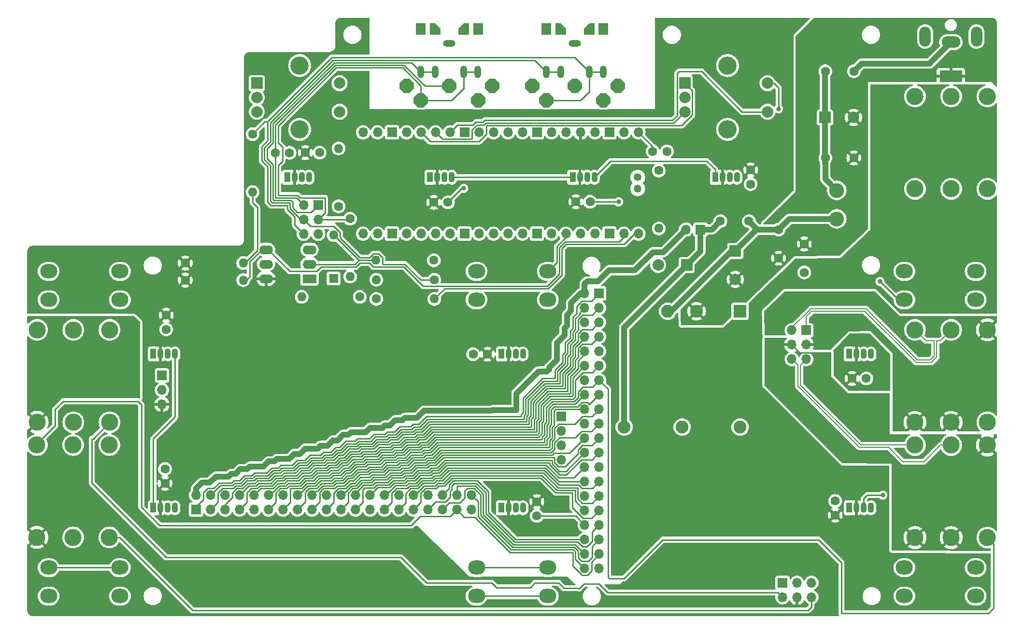
<source format=gbr>
%TF.GenerationSoftware,KiCad,Pcbnew,7.0.1.1-36-gbcf78dbe24-dirty-deb11*%
%TF.CreationDate,2023-03-27T14:16:15+00:00*%
%TF.ProjectId,pedalboard-hw,70656461-6c62-46f6-9172-642d68772e6b,0.0.1*%
%TF.SameCoordinates,Original*%
%TF.FileFunction,Copper,L1,Top*%
%TF.FilePolarity,Positive*%
%FSLAX46Y46*%
G04 Gerber Fmt 4.6, Leading zero omitted, Abs format (unit mm)*
G04 Created by KiCad (PCBNEW 7.0.1.1-36-gbcf78dbe24-dirty-deb11) date 2023-03-27 14:16:15*
%MOMM*%
%LPD*%
G01*
G04 APERTURE LIST*
G04 Aperture macros list*
%AMOutline5P*
0 Free polygon, 5 corners , with rotation*
0 The origin of the aperture is its center*
0 number of corners: always 5*
0 $1 to $10 corner X, Y*
0 $11 Rotation angle, in degrees counterclockwise*
0 create outline with 5 corners*
4,1,5,$1,$2,$3,$4,$5,$6,$7,$8,$9,$10,$1,$2,$11*%
%AMOutline6P*
0 Free polygon, 6 corners , with rotation*
0 The origin of the aperture is its center*
0 number of corners: always 6*
0 $1 to $12 corner X, Y*
0 $13 Rotation angle, in degrees counterclockwise*
0 create outline with 6 corners*
4,1,6,$1,$2,$3,$4,$5,$6,$7,$8,$9,$10,$11,$12,$1,$2,$13*%
%AMOutline7P*
0 Free polygon, 7 corners , with rotation*
0 The origin of the aperture is its center*
0 number of corners: always 7*
0 $1 to $14 corner X, Y*
0 $15 Rotation angle, in degrees counterclockwise*
0 create outline with 7 corners*
4,1,7,$1,$2,$3,$4,$5,$6,$7,$8,$9,$10,$11,$12,$13,$14,$1,$2,$15*%
%AMOutline8P*
0 Free polygon, 8 corners , with rotation*
0 The origin of the aperture is its center*
0 number of corners: always 8*
0 $1 to $16 corner X, Y*
0 $17 Rotation angle, in degrees counterclockwise*
0 create outline with 8 corners*
4,1,8,$1,$2,$3,$4,$5,$6,$7,$8,$9,$10,$11,$12,$13,$14,$15,$16,$1,$2,$17*%
G04 Aperture macros list end*
%TA.AperFunction,ComponentPad*%
%ADD10C,1.600000*%
%TD*%
%TA.AperFunction,ComponentPad*%
%ADD11O,1.200000X2.200000*%
%TD*%
%TA.AperFunction,ComponentPad*%
%ADD12O,2.200000X1.200000*%
%TD*%
%TA.AperFunction,ComponentPad*%
%ADD13C,3.000000*%
%TD*%
%TA.AperFunction,ComponentPad*%
%ADD14R,4.000000X2.000000*%
%TD*%
%TA.AperFunction,ComponentPad*%
%ADD15O,3.300000X2.000000*%
%TD*%
%TA.AperFunction,ComponentPad*%
%ADD16O,2.000000X3.500000*%
%TD*%
%TA.AperFunction,ComponentPad*%
%ADD17O,1.600000X1.600000*%
%TD*%
%TA.AperFunction,ComponentPad*%
%ADD18R,1.070000X1.800000*%
%TD*%
%TA.AperFunction,ComponentPad*%
%ADD19O,1.070000X1.800000*%
%TD*%
%TA.AperFunction,ComponentPad*%
%ADD20R,2.250000X2.250000*%
%TD*%
%TA.AperFunction,ComponentPad*%
%ADD21C,2.250000*%
%TD*%
%TA.AperFunction,ComponentPad*%
%ADD22R,1.700000X1.700000*%
%TD*%
%TA.AperFunction,ComponentPad*%
%ADD23O,1.700000X1.700000*%
%TD*%
%TA.AperFunction,ComponentPad*%
%ADD24O,3.000000X2.500000*%
%TD*%
%TA.AperFunction,ComponentPad*%
%ADD25R,2.400000X1.600000*%
%TD*%
%TA.AperFunction,ComponentPad*%
%ADD26O,2.400000X1.600000*%
%TD*%
%TA.AperFunction,ComponentPad*%
%ADD27C,2.600000*%
%TD*%
%TA.AperFunction,ComponentPad*%
%ADD28Outline8P,-1.250000X0.517767X-0.517767X1.250000X0.517767X1.250000X1.250000X0.517767X1.250000X-0.517767X0.517767X-1.250000X-0.517767X-1.250000X-1.250000X-0.517767X180.000000*%
%TD*%
%TA.AperFunction,ComponentPad*%
%ADD29Outline8P,-1.250000X0.517767X-0.517767X1.250000X0.517767X1.250000X1.250000X0.517767X1.250000X-0.517767X0.517767X-1.250000X-0.517767X-1.250000X-1.250000X-0.517767X270.000000*%
%TD*%
%TA.AperFunction,ComponentPad*%
%ADD30Outline5P,-0.900000X1.000000X0.900000X1.000000X0.900000X-0.100000X0.000000X-1.000000X-0.900000X-1.000000X180.000000*%
%TD*%
%TA.AperFunction,ComponentPad*%
%ADD31R,1.800000X2.000000*%
%TD*%
%TA.AperFunction,ComponentPad*%
%ADD32Outline5P,-0.900000X1.000000X0.900000X1.000000X0.900000X-1.000000X0.000000X-1.000000X-0.900000X-0.100000X180.000000*%
%TD*%
%TA.AperFunction,ComponentPad*%
%ADD33R,2.000000X2.000000*%
%TD*%
%TA.AperFunction,ComponentPad*%
%ADD34C,2.000000*%
%TD*%
%TA.AperFunction,ComponentPad*%
%ADD35C,3.200000*%
%TD*%
%TA.AperFunction,ComponentPad*%
%ADD36R,1.600000X1.600000*%
%TD*%
%TA.AperFunction,ComponentPad*%
%ADD37C,1.350000*%
%TD*%
%TA.AperFunction,ComponentPad*%
%ADD38O,1.350000X1.350000*%
%TD*%
%TA.AperFunction,ViaPad*%
%ADD39C,0.800000*%
%TD*%
%TA.AperFunction,Conductor*%
%ADD40C,0.250000*%
%TD*%
%TA.AperFunction,Conductor*%
%ADD41C,0.200000*%
%TD*%
%TA.AperFunction,Conductor*%
%ADD42C,1.000000*%
%TD*%
G04 APERTURE END LIST*
D10*
%TO.P,C5,1*%
%TO.N,+3.3V*%
X146800000Y-46700000D03*
%TO.P,C5,2*%
%TO.N,GND*%
X146800000Y-49200000D03*
%TD*%
D11*
%TO.P,J16,R*%
%TO.N,Net-(J15-Pin_6)*%
X121000000Y-29500000D03*
%TO.P,J16,RN*%
X118500000Y-29500000D03*
D12*
%TO.P,J16,S*%
%TO.N,GND*%
X116000000Y-24500000D03*
D11*
%TO.P,J16,T*%
%TO.N,Net-(J15-Pin_4)*%
X111000000Y-29500000D03*
%TO.P,J16,TN*%
X113500000Y-29500000D03*
%TD*%
D13*
%TO.P,J12,R*%
%TO.N,unconnected-(J12-PadR)*%
X28050000Y-111200000D03*
%TO.P,J12,RN*%
%TO.N,unconnected-(J12-PadRN)*%
X28050000Y-94970000D03*
%TO.P,J12,S*%
%TO.N,/Audio/GND_out*%
X21700000Y-111200000D03*
%TO.P,J12,SN*%
%TO.N,/Audio/audio_out_stereo*%
X21700000Y-94970000D03*
%TO.P,J12,T*%
%TO.N,Net-(J8-out_L)*%
X34400000Y-111200000D03*
%TO.P,J12,TN*%
%TO.N,unconnected-(J12-PadTN)*%
X34400000Y-94970000D03*
%TD*%
D10*
%TO.P,C16,1*%
%TO.N,/psu/fused*%
X159900000Y-44600000D03*
%TO.P,C16,2*%
%TO.N,/psu/gnd*%
X164900000Y-44600000D03*
%TD*%
D14*
%TO.P,J13,1*%
%TO.N,/psu/gnd*%
X181900000Y-30300000D03*
D15*
%TO.P,J13,2*%
%TO.N,/psu/unfused*%
X181900000Y-24300000D03*
D16*
%TO.P,J13,MP,MountPin*%
%TO.N,unconnected-(J13-MountPin-PadMP)*%
X186400000Y-23300000D03*
X177400000Y-23300000D03*
%TD*%
D10*
%TO.P,L5,1,1*%
%TO.N,Net-(U1-VBUS)*%
X130700000Y-46820000D03*
D17*
%TO.P,L5,2,2*%
%TO.N,/VBUS*%
X130700000Y-56980000D03*
%TD*%
D18*
%TO.P,D3,1,DIN*%
%TO.N,Net-(D2-DOUT)*%
X115600000Y-48000000D03*
D19*
%TO.P,D3,2,VDD*%
%TO.N,+3.3V*%
X116870000Y-48000000D03*
%TO.P,D3,3,GND*%
%TO.N,GND*%
X118140000Y-48000000D03*
%TO.P,D3,4,DOUT*%
%TO.N,Net-(D3-DOUT)*%
X119410000Y-48000000D03*
%TD*%
D13*
%TO.P,J11,R*%
%TO.N,unconnected-(J11-PadR)*%
X28085000Y-91000000D03*
%TO.P,J11,RN*%
%TO.N,unconnected-(J11-PadRN)*%
X28085000Y-74770000D03*
%TO.P,J11,S*%
%TO.N,/Audio/GND_out*%
X21735000Y-91000000D03*
%TO.P,J11,SN*%
%TO.N,unconnected-(J11-PadSN)*%
X21735000Y-74770000D03*
%TO.P,J11,T*%
%TO.N,Net-(J8-out_R)*%
X34435000Y-91000000D03*
%TO.P,J11,TN*%
%TO.N,unconnected-(J11-PadTN)*%
X34435000Y-74770000D03*
%TD*%
D20*
%TO.P,PS1,1,CTRL*%
%TO.N,unconnected-(PS1-CTRL-Pad1)*%
X144960000Y-71520000D03*
D21*
%TO.P,PS1,2,GND*%
%TO.N,/psu/gnd*%
X137340000Y-71520000D03*
%TO.P,PS1,3,VIN*%
%TO.N,/psu/vin*%
X132260000Y-71520000D03*
%TO.P,PS1,4,+VO*%
%TO.N,/psu/vo*%
X124640000Y-91840000D03*
%TO.P,PS1,5,TRIM*%
%TO.N,unconnected-(PS1-TRIM-Pad5)*%
X134800000Y-91840000D03*
%TO.P,PS1,6,0V*%
%TO.N,GND*%
X144960000Y-91840000D03*
%TD*%
D13*
%TO.P,J10,R*%
%TO.N,/Audio/in_L-*%
X181950000Y-94995000D03*
%TO.P,J10,RN*%
%TO.N,/Audio/GND_in_L*%
X181950000Y-111225000D03*
%TO.P,J10,S*%
X188300000Y-94995000D03*
%TO.P,J10,SN*%
%TO.N,/Audio/audio_in_stereo*%
X188300000Y-111225000D03*
%TO.P,J10,T*%
%TO.N,/Audio/in_L+*%
X175600000Y-94995000D03*
%TO.P,J10,TN*%
%TO.N,/Audio/GND_in_L*%
X175600000Y-111225000D03*
%TD*%
D18*
%TO.P,D4,1,DIN*%
%TO.N,Net-(D3-DOUT)*%
X140600000Y-48000000D03*
D19*
%TO.P,D4,2,VDD*%
%TO.N,+3.3V*%
X141870000Y-48000000D03*
%TO.P,D4,3,GND*%
%TO.N,GND*%
X143140000Y-48000000D03*
%TO.P,D4,4,DOUT*%
%TO.N,Net-(D4-DOUT)*%
X144410000Y-48000000D03*
%TD*%
D10*
%TO.P,C10,1*%
%TO.N,+3.3V*%
X109310000Y-104930000D03*
%TO.P,C10,2*%
%TO.N,GND*%
X109310000Y-107430000D03*
%TD*%
D18*
%TO.P,D7,1,DIN*%
%TO.N,Net-(D6-DOUT)*%
X103100000Y-106000000D03*
D19*
%TO.P,D7,2,VDD*%
%TO.N,+3.3V*%
X104370000Y-106000000D03*
%TO.P,D7,3,GND*%
%TO.N,GND*%
X105640000Y-106000000D03*
%TO.P,D7,4,DOUT*%
%TO.N,Net-(D7-DOUT)*%
X106910000Y-106000000D03*
%TD*%
D22*
%TO.P,J7,1,3V3*%
%TO.N,Net-(J7-3V3-Pad1)*%
X49590000Y-106320000D03*
D23*
%TO.P,J7,2,5V*%
%TO.N,+5VP*%
X49590000Y-103780000D03*
%TO.P,J7,3,SDA/GPIO2*%
%TO.N,/Audio/conf_i2c_sda*%
X52130000Y-106320000D03*
%TO.P,J7,4,5V*%
%TO.N,Net-(J7-5V-Pad4)*%
X52130000Y-103780000D03*
%TO.P,J7,5,SCL/GPIO3*%
%TO.N,/Audio/conf_i2c_scl*%
X54670000Y-106320000D03*
%TO.P,J7,6,GND*%
%TO.N,GND*%
X54670000Y-103780000D03*
%TO.P,J7,7,GCLK0/GPIO4*%
%TO.N,Net-(J7-GCLK0{slash}GPIO4)*%
X57210000Y-106320000D03*
%TO.P,J7,8,GPIO14/TXD*%
%TO.N,Net-(J7-GPIO14{slash}TXD)*%
X57210000Y-103780000D03*
%TO.P,J7,9,GND*%
%TO.N,GND*%
X59750000Y-106320000D03*
%TO.P,J7,10,GPIO15/RXD*%
%TO.N,Net-(J7-GPIO15{slash}RXD)*%
X59750000Y-103780000D03*
%TO.P,J7,11,GPIO17*%
%TO.N,Net-(J7-GPIO17)*%
X62290000Y-106320000D03*
%TO.P,J7,12,GPIO18/PWM0*%
%TO.N,/Audio/audio_pcm_clk*%
X62290000Y-103780000D03*
%TO.P,J7,13,GPIO27*%
%TO.N,/Audio/audio_in_stereo*%
X64830000Y-106320000D03*
%TO.P,J7,14,GND*%
%TO.N,GND*%
X64830000Y-103780000D03*
%TO.P,J7,15,GPIO22*%
%TO.N,Net-(J7-GPIO22)*%
X67370000Y-106320000D03*
%TO.P,J7,16,GPIO23*%
%TO.N,Net-(J7-GPIO23)*%
X67370000Y-103780000D03*
%TO.P,J7,17,3V3*%
%TO.N,Net-(J7-3V3-Pad17)*%
X69910000Y-106320000D03*
%TO.P,J7,18,GPIO24*%
%TO.N,Net-(J7-GPIO24)*%
X69910000Y-103780000D03*
%TO.P,J7,19,MOSI0/GPIO10*%
%TO.N,Net-(J7-MOSI0{slash}GPIO10)*%
X72450000Y-106320000D03*
%TO.P,J7,20,GND*%
%TO.N,GND*%
X72450000Y-103780000D03*
%TO.P,J7,21,MISO0/GPIO9*%
%TO.N,Net-(J7-MISO0{slash}GPIO9)*%
X74990000Y-106320000D03*
%TO.P,J7,22,GPIO25*%
%TO.N,Net-(J7-GPIO25)*%
X74990000Y-103780000D03*
%TO.P,J7,23,SCLK0/GPIO11*%
%TO.N,Net-(J7-SCLK0{slash}GPIO11)*%
X77530000Y-106320000D03*
%TO.P,J7,24,~{CE0}/GPIO8*%
%TO.N,Net-(J7-~{CE0}{slash}GPIO8)*%
X77530000Y-103780000D03*
%TO.P,J7,25,GND*%
%TO.N,GND*%
X80070000Y-106320000D03*
%TO.P,J7,26,~{CE1}/GPIO7*%
%TO.N,Net-(J7-~{CE1}{slash}GPIO7)*%
X80070000Y-103780000D03*
%TO.P,J7,27,ID_SD/GPIO0*%
%TO.N,Net-(J7-ID_SD{slash}GPIO0)*%
X82610000Y-106320000D03*
%TO.P,J7,28,ID_SC/GPIO1*%
%TO.N,Net-(J7-ID_SC{slash}GPIO1)*%
X82610000Y-103780000D03*
%TO.P,J7,29,GCLK1/GPIO5*%
%TO.N,Net-(J7-GCLK1{slash}GPIO5)*%
X85150000Y-106320000D03*
%TO.P,J7,30,GND*%
%TO.N,GND*%
X85150000Y-103780000D03*
%TO.P,J7,31,GCLK2/GPIO6*%
%TO.N,Net-(J7-GCLK2{slash}GPIO6)*%
X87690000Y-106320000D03*
%TO.P,J7,32,PWM0/GPIO12*%
%TO.N,Net-(J7-PWM0{slash}GPIO12)*%
X87690000Y-103780000D03*
%TO.P,J7,33,PWM1/GPIO13*%
%TO.N,Net-(J7-PWM1{slash}GPIO13)*%
X90230000Y-106320000D03*
%TO.P,J7,34,GND*%
%TO.N,GND*%
X90230000Y-103780000D03*
%TO.P,J7,35,GPIO19/MISO1*%
%TO.N,/Audio/audio_pcm_fs*%
X92770000Y-106320000D03*
%TO.P,J7,36,GPIO16*%
%TO.N,Net-(J7-GPIO16)*%
X92770000Y-103780000D03*
%TO.P,J7,37,GPIO26*%
%TO.N,/Audio/audio_out_stereo*%
X95310000Y-106320000D03*
%TO.P,J7,38,GPIO20/MOSI1*%
%TO.N,/Audio/audio_pcm_din*%
X95310000Y-103780000D03*
%TO.P,J7,39,GND*%
%TO.N,GND*%
X97850000Y-106320000D03*
%TO.P,J7,40,GPIO21/SCLK1*%
%TO.N,/Audio/audio_pcm_dout*%
X97850000Y-103780000D03*
%TD*%
D10*
%TO.P,C11,1*%
%TO.N,+3.3V*%
X161620000Y-107300000D03*
%TO.P,C11,2*%
%TO.N,GND*%
X161620000Y-104800000D03*
%TD*%
%TO.P,C9,1*%
%TO.N,+3.3V*%
X44155000Y-101700000D03*
%TO.P,C9,2*%
%TO.N,GND*%
X44155000Y-99200000D03*
%TD*%
D24*
%TO.P,SW2,1,1*%
%TO.N,/MIDI/SW_E*%
X98750000Y-64500000D03*
X111250000Y-64500000D03*
%TO.P,SW2,2,2*%
%TO.N,GND*%
X98750000Y-69500000D03*
X111250000Y-69500000D03*
%TD*%
D18*
%TO.P,D9,1,DIN*%
%TO.N,Net-(D8-DOUT)*%
X42100000Y-79000000D03*
D19*
%TO.P,D9,2,VDD*%
%TO.N,+3.3V*%
X43370000Y-79000000D03*
%TO.P,D9,3,GND*%
%TO.N,GND*%
X44640000Y-79000000D03*
%TO.P,D9,4,DOUT*%
%TO.N,Net-(D10-DIN)*%
X45910000Y-79000000D03*
%TD*%
D10*
%TO.P,R5,1*%
%TO.N,/MIDI/RGB_DATA*%
X74575000Y-53105000D03*
D17*
%TO.P,R5,2*%
%TO.N,Net-(D1-DIN)*%
X74575000Y-42945000D03*
%TD*%
D25*
%TO.P,U2,1*%
%TO.N,Net-(D11-K)*%
X69475000Y-65800000D03*
D26*
%TO.P,U2,2*%
%TO.N,Net-(D11-A)*%
X69475000Y-63260000D03*
%TO.P,U2,3*%
%TO.N,unconnected-(U2-Pad3)*%
X69475000Y-60720000D03*
%TO.P,U2,4*%
%TO.N,Net-(U1-GPIO1)*%
X61855000Y-60720000D03*
%TO.P,U2,5*%
%TO.N,GND*%
X61855000Y-63260000D03*
%TO.P,U2,6*%
%TO.N,+3.3V*%
X61855000Y-65800000D03*
%TD*%
D27*
%TO.P,L6,1,1*%
%TO.N,/psu/fused*%
X161900000Y-50300000D03*
%TO.P,L6,2,2*%
%TO.N,/psu/vin*%
X161900000Y-55300000D03*
%TD*%
D13*
%TO.P,J3,R*%
%TO.N,Net-(U1-GPIO28_ADC2)*%
X181965000Y-33800000D03*
%TO.P,J3,RN*%
%TO.N,Net-(U1-AGND)*%
X181965000Y-50030000D03*
%TO.P,J3,S*%
X188315000Y-33800000D03*
%TO.P,J3,SN*%
%TO.N,unconnected-(J3-PadSN)*%
X188315000Y-50030000D03*
%TO.P,J3,T*%
%TO.N,Net-(U1-ADC_VREF)*%
X175615000Y-33800000D03*
%TO.P,J3,TN*%
%TO.N,unconnected-(J3-PadTN)*%
X175615000Y-50030000D03*
%TD*%
D10*
%TO.P,C1,1*%
%TO.N,Net-(J15-Pin_2)*%
X63475000Y-43700000D03*
%TO.P,C1,2*%
%TO.N,GND*%
X65975000Y-43700000D03*
%TD*%
D28*
%TO.P,J1,1*%
%TO.N,unconnected-(J1-Pad1)*%
X108500000Y-32000000D03*
D29*
%TO.P,J1,2*%
%TO.N,GND*%
X116000000Y-32000000D03*
D28*
%TO.P,J1,3*%
%TO.N,unconnected-(J1-Pad3)*%
X123500000Y-32000000D03*
%TO.P,J1,4*%
%TO.N,Net-(J15-Pin_6)*%
X111000000Y-34500000D03*
%TO.P,J1,5*%
%TO.N,Net-(J15-Pin_4)*%
X121000000Y-34500000D03*
D30*
%TO.P,J1,PE*%
%TO.N,N/C*%
X118500000Y-22000000D03*
D31*
%TO.P,J1,PE1*%
X121000000Y-22000000D03*
%TO.P,J1,PE2*%
X111000000Y-22000000D03*
D32*
%TO.P,J1,PE@*%
X113500000Y-22000000D03*
%TD*%
D18*
%TO.P,D2,1,DIN*%
%TO.N,Net-(D1-DOUT)*%
X90600000Y-48000000D03*
D19*
%TO.P,D2,2,VDD*%
%TO.N,+3.3V*%
X91870000Y-48000000D03*
%TO.P,D2,3,GND*%
%TO.N,GND*%
X93140000Y-48000000D03*
%TO.P,D2,4,DOUT*%
%TO.N,Net-(D2-DOUT)*%
X94410000Y-48000000D03*
%TD*%
D33*
%TO.P,SW7,A,A*%
%TO.N,/MIDI/ROT_VOL_A*%
X60250000Y-31500000D03*
D34*
%TO.P,SW7,B,B*%
%TO.N,/MIDI/ROT_VOL_B*%
X60250000Y-36500000D03*
%TO.P,SW7,C,C*%
%TO.N,GND*%
X60250000Y-34000000D03*
D35*
%TO.P,SW7,MP*%
%TO.N,N/C*%
X67750000Y-28400000D03*
X67750000Y-39600000D03*
D34*
%TO.P,SW7,S1,S1*%
%TO.N,/MIDI/SW_VOL*%
X74750000Y-36500000D03*
%TO.P,SW7,S2,S2*%
%TO.N,GND*%
X74750000Y-31500000D03*
%TD*%
D10*
%TO.P,C2,1*%
%TO.N,+3.3V*%
X68750000Y-43675000D03*
%TO.P,C2,2*%
%TO.N,GND*%
X71250000Y-43675000D03*
%TD*%
%TO.P,C8,1*%
%TO.N,+3.3V*%
X164570000Y-83300000D03*
%TO.P,C8,2*%
%TO.N,GND*%
X167070000Y-83300000D03*
%TD*%
D33*
%TO.P,C14,1*%
%TO.N,/psu/vin*%
X144100000Y-60932323D03*
D34*
%TO.P,C14,2*%
%TO.N,/psu/gnd*%
X144100000Y-65932323D03*
%TD*%
D10*
%TO.P,R1,1*%
%TO.N,Net-(L1-Pad2)*%
X78280000Y-68980000D03*
D17*
%TO.P,R1,2*%
%TO.N,Net-(D11-K)*%
X68120000Y-68980000D03*
%TD*%
D33*
%TO.P,C15,1*%
%TO.N,/psu/vo*%
X135600000Y-63400000D03*
D34*
%TO.P,C15,2*%
%TO.N,GND*%
X130600000Y-63400000D03*
%TD*%
D18*
%TO.P,D1,1,DIN*%
%TO.N,Net-(D1-DIN)*%
X65600000Y-48000000D03*
D19*
%TO.P,D1,2,VDD*%
%TO.N,+3.3V*%
X66870000Y-48000000D03*
%TO.P,D1,3,GND*%
%TO.N,GND*%
X68140000Y-48000000D03*
%TO.P,D1,4,DOUT*%
%TO.N,Net-(D1-DOUT)*%
X69410000Y-48000000D03*
%TD*%
D10*
%TO.P,C3,1*%
%TO.N,+3.3V*%
X91250000Y-52400000D03*
%TO.P,C3,2*%
%TO.N,GND*%
X93750000Y-52400000D03*
%TD*%
D13*
%TO.P,J9,R*%
%TO.N,/Audio/in_R-*%
X181950000Y-74780000D03*
%TO.P,J9,RN*%
%TO.N,/Audio/GND_in_R*%
X181950000Y-91010000D03*
%TO.P,J9,S*%
X188300000Y-74780000D03*
%TO.P,J9,SN*%
%TO.N,unconnected-(J9-PadSN)*%
X188300000Y-91010000D03*
%TO.P,J9,T*%
%TO.N,/Audio/in_R+*%
X175600000Y-74780000D03*
%TO.P,J9,TN*%
%TO.N,/Audio/GND_in_R*%
X175600000Y-91010000D03*
%TD*%
D24*
%TO.P,SW1,1,1*%
%TO.N,/MIDI/SW_D*%
X23750000Y-64500000D03*
X36250000Y-64500000D03*
%TO.P,SW1,2,2*%
%TO.N,GND*%
X23750000Y-69500000D03*
X36250000Y-69500000D03*
%TD*%
D10*
%TO.P,C12,1*%
%TO.N,Net-(U1-VBUS)*%
X129650000Y-43470000D03*
%TO.P,C12,2*%
%TO.N,GND*%
X132150000Y-43470000D03*
%TD*%
%TO.P,R3,1*%
%TO.N,+3.3V*%
X47695000Y-63050000D03*
D17*
%TO.P,R3,2*%
%TO.N,Net-(L3-Pad2)*%
X57855000Y-63050000D03*
%TD*%
D33*
%TO.P,C13,1*%
%TO.N,/psu/fused*%
X159832323Y-37500000D03*
D34*
%TO.P,C13,2*%
%TO.N,/psu/gnd*%
X164832323Y-37500000D03*
%TD*%
D18*
%TO.P,D5,1,DIN*%
%TO.N,Net-(D4-DOUT)*%
X164100000Y-79000000D03*
D19*
%TO.P,D5,2,VDD*%
%TO.N,+3.3V*%
X165370000Y-79000000D03*
%TO.P,D5,3,GND*%
%TO.N,GND*%
X166640000Y-79000000D03*
%TO.P,D5,4,DOUT*%
%TO.N,Net-(D5-DOUT)*%
X167910000Y-79000000D03*
%TD*%
D10*
%TO.P,R4,1*%
%TO.N,Net-(L4-Pad2)*%
X81190000Y-69340000D03*
D17*
%TO.P,R4,2*%
%TO.N,Net-(U1-GPIO0)*%
X91350000Y-69340000D03*
%TD*%
D18*
%TO.P,D10,1,DIN*%
%TO.N,Net-(D10-DIN)*%
X42100000Y-106000000D03*
D19*
%TO.P,D10,2,VDD*%
%TO.N,+3.3V*%
X43370000Y-106000000D03*
%TO.P,D10,3,GND*%
%TO.N,GND*%
X44640000Y-106000000D03*
%TO.P,D10,4,DOUT*%
%TO.N,Net-(D10-DOUT)*%
X45910000Y-106000000D03*
%TD*%
D10*
%TO.P,L1,1,1*%
%TO.N,Net-(J15-Pin_3)*%
X76600000Y-55270000D03*
D17*
%TO.P,L1,2,2*%
%TO.N,Net-(L1-Pad2)*%
X76600000Y-65430000D03*
%TD*%
D10*
%TO.P,C18,1*%
%TO.N,/psu/vin*%
X146500000Y-55700000D03*
%TO.P,C18,2*%
%TO.N,/psu/vo*%
X141500000Y-55700000D03*
%TD*%
D36*
%TO.P,D11,1,K*%
%TO.N,Net-(D11-K)*%
X73700000Y-65775000D03*
D17*
%TO.P,D11,2,A*%
%TO.N,Net-(D11-A)*%
X73700000Y-58155000D03*
%TD*%
D10*
%TO.P,C4,1*%
%TO.N,+3.3V*%
X116150000Y-52300000D03*
%TO.P,C4,2*%
%TO.N,GND*%
X118650000Y-52300000D03*
%TD*%
%TO.P,L2,1,1*%
%TO.N,Net-(J15-Pin_1)*%
X91280000Y-62575000D03*
D17*
%TO.P,L2,2,2*%
%TO.N,Net-(D11-A)*%
X81120000Y-62575000D03*
%TD*%
D10*
%TO.P,F1,1*%
%TO.N,/psu/unfused*%
X164900000Y-29400000D03*
%TO.P,F1,2*%
%TO.N,/psu/fused*%
X159900000Y-29400000D03*
%TD*%
%TO.P,C17,1*%
%TO.N,/psu/vin*%
X151700000Y-57200000D03*
%TO.P,C17,2*%
%TO.N,/psu/gnd*%
X151700000Y-62200000D03*
%TD*%
D18*
%TO.P,D6,1,DIN*%
%TO.N,Net-(D5-DOUT)*%
X164100000Y-106000000D03*
D19*
%TO.P,D6,2,VDD*%
%TO.N,+3.3V*%
X165370000Y-106000000D03*
%TO.P,D6,3,GND*%
%TO.N,GND*%
X166640000Y-106000000D03*
%TO.P,D6,4,DOUT*%
%TO.N,Net-(D6-DOUT)*%
X167910000Y-106000000D03*
%TD*%
D24*
%TO.P,SW6,1,1*%
%TO.N,/MIDI/SW_C*%
X173750000Y-116500000D03*
X186250000Y-116500000D03*
%TO.P,SW6,2,2*%
%TO.N,GND*%
X173750000Y-121500000D03*
X186250000Y-121500000D03*
%TD*%
%TO.P,SW3,1,1*%
%TO.N,/MIDI/SW_F*%
X173750000Y-64500000D03*
X186250000Y-64500000D03*
%TO.P,SW3,2,2*%
%TO.N,GND*%
X173750000Y-69500000D03*
X186250000Y-69500000D03*
%TD*%
D10*
%TO.P,C7,1*%
%TO.N,+3.3V*%
X100670000Y-79050000D03*
%TO.P,C7,2*%
%TO.N,GND*%
X98170000Y-79050000D03*
%TD*%
D24*
%TO.P,SW4,1,1*%
%TO.N,/MIDI/SW_A*%
X23750000Y-116500000D03*
X36250000Y-116500000D03*
%TO.P,SW4,2,2*%
%TO.N,GND*%
X23750000Y-121500000D03*
X36250000Y-121500000D03*
%TD*%
D10*
%TO.P,L4,1,1*%
%TO.N,Net-(J15-Pin_4)*%
X91350000Y-65980000D03*
D17*
%TO.P,L4,2,2*%
%TO.N,Net-(L4-Pad2)*%
X81190000Y-65980000D03*
%TD*%
D33*
%TO.P,SW8,A,A*%
%TO.N,/MIDI/ROT_GAIN_A*%
X135250000Y-31500000D03*
D34*
%TO.P,SW8,B,B*%
%TO.N,/MIDI/ROT_GAIN_B*%
X135250000Y-36500000D03*
%TO.P,SW8,C,C*%
%TO.N,GND*%
X135250000Y-34000000D03*
D35*
%TO.P,SW8,MP*%
%TO.N,N/C*%
X142750000Y-28400000D03*
X142750000Y-39600000D03*
D34*
%TO.P,SW8,S1,S1*%
%TO.N,/MIDI/SW_GAIN*%
X149750000Y-36500000D03*
%TO.P,SW8,S2,S2*%
%TO.N,GND*%
X149750000Y-31500000D03*
%TD*%
D10*
%TO.P,R2,1*%
%TO.N,+3.3V*%
X47695000Y-66050000D03*
D17*
%TO.P,R2,2*%
%TO.N,Net-(U1-GPIO1)*%
X57855000Y-66050000D03*
%TD*%
D24*
%TO.P,SW5,1,1*%
%TO.N,/MIDI/SW_B*%
X98750000Y-116500000D03*
X111250000Y-116500000D03*
%TO.P,SW5,2,2*%
%TO.N,GND*%
X98750000Y-121500000D03*
X111250000Y-121500000D03*
%TD*%
D10*
%TO.P,C19,1*%
%TO.N,GND*%
X156200000Y-64700000D03*
%TO.P,C19,2*%
%TO.N,/psu/gnd*%
X156200000Y-59700000D03*
%TD*%
D28*
%TO.P,J2,1*%
%TO.N,unconnected-(J2-Pad1)*%
X86505500Y-32000000D03*
D29*
%TO.P,J2,2*%
%TO.N,Net-(J15-Pin_2)*%
X94005500Y-32000000D03*
D28*
%TO.P,J2,3*%
%TO.N,unconnected-(J2-Pad3)*%
X101505500Y-32000000D03*
%TO.P,J2,4*%
%TO.N,Net-(J15-Pin_3)*%
X89005500Y-34500000D03*
%TO.P,J2,5*%
%TO.N,Net-(J15-Pin_1)*%
X99005500Y-34500000D03*
D30*
%TO.P,J2,PE*%
%TO.N,N/C*%
X96505500Y-22000000D03*
D31*
%TO.P,J2,PE1*%
X99005500Y-22000000D03*
%TO.P,J2,PE2*%
X89005500Y-22000000D03*
D32*
%TO.P,J2,PE@*%
X91505500Y-22000000D03*
%TD*%
D10*
%TO.P,C6,1*%
%TO.N,+3.3V*%
X44355000Y-72200000D03*
%TO.P,C6,2*%
%TO.N,GND*%
X44355000Y-74700000D03*
%TD*%
D18*
%TO.P,D8,1,DIN*%
%TO.N,Net-(D7-DOUT)*%
X103100000Y-79000000D03*
D19*
%TO.P,D8,2,VDD*%
%TO.N,+3.3V*%
X104370000Y-79000000D03*
%TO.P,D8,3,GND*%
%TO.N,GND*%
X105640000Y-79000000D03*
%TO.P,D8,4,DOUT*%
%TO.N,Net-(D8-DOUT)*%
X106910000Y-79000000D03*
%TD*%
D10*
%TO.P,L3,1,1*%
%TO.N,Net-(J15-Pin_6)*%
X59500000Y-40445000D03*
D17*
%TO.P,L3,2,2*%
%TO.N,Net-(L3-Pad2)*%
X59500000Y-50605000D03*
%TD*%
D11*
%TO.P,J17,R*%
%TO.N,Net-(J15-Pin_3)*%
X99000000Y-29500000D03*
%TO.P,J17,RN*%
X96500000Y-29500000D03*
D12*
%TO.P,J17,S*%
%TO.N,Net-(J15-Pin_2)*%
X94000000Y-24500000D03*
D11*
%TO.P,J17,T*%
%TO.N,Net-(J15-Pin_1)*%
X89000000Y-29500000D03*
%TO.P,J17,TN*%
X91500000Y-29500000D03*
%TD*%
D22*
%TO.P,J6,1,VBUS*%
%TO.N,/VBUS*%
X113625000Y-89985000D03*
D23*
%TO.P,J6,2,D-*%
%TO.N,/Audio/USB_DN*%
X113625000Y-92525000D03*
%TO.P,J6,3,D+*%
%TO.N,/Audio/USB_DP*%
X113625000Y-95065000D03*
%TO.P,J6,4,GND*%
%TO.N,GND*%
X113625000Y-97605000D03*
%TD*%
D22*
%TO.P,J14,1,Pin_1*%
%TO.N,/psu/vo*%
X138000000Y-57175000D03*
D23*
%TO.P,J14,2,Pin_2*%
%TO.N,+5VP*%
X135460000Y-57175000D03*
%TD*%
D37*
%TO.P,J5,1,Pin_1*%
%TO.N,/Audio/USB_DN*%
X127000000Y-48000000D03*
D38*
%TO.P,J5,2,Pin_2*%
%TO.N,/Audio/USB_DP*%
X127000000Y-50000000D03*
%TD*%
D23*
%TO.P,U1,1,GPIO0*%
%TO.N,Net-(U1-GPIO0)*%
X127130000Y-57890000D03*
%TO.P,U1,2,GPIO1*%
%TO.N,Net-(U1-GPIO1)*%
X124590000Y-57890000D03*
D22*
%TO.P,U1,3,GND*%
%TO.N,GND*%
X122050000Y-57890000D03*
D23*
%TO.P,U1,4,GPIO2*%
%TO.N,/MIDI/SW_C*%
X119510000Y-57890000D03*
%TO.P,U1,5,GPIO3*%
%TO.N,/MIDI/SW_F*%
X116970000Y-57890000D03*
%TO.P,U1,6,GPIO4*%
%TO.N,/MIDI/SW_E*%
X114430000Y-57890000D03*
%TO.P,U1,7,GPIO5*%
%TO.N,/MIDI/SW_B*%
X111890000Y-57890000D03*
D22*
%TO.P,U1,8,GND*%
%TO.N,GND*%
X109350000Y-57890000D03*
D23*
%TO.P,U1,9,GPIO6*%
%TO.N,/MIDI/SW_D*%
X106810000Y-57890000D03*
%TO.P,U1,10,GPIO7*%
%TO.N,/MIDI/SW_A*%
X104270000Y-57890000D03*
%TO.P,U1,11,GPIO8*%
%TO.N,unconnected-(U1-GPIO8-Pad11)*%
X101730000Y-57890000D03*
%TO.P,U1,12,GPIO9*%
%TO.N,unconnected-(U1-GPIO9-Pad12)*%
X99190000Y-57890000D03*
D22*
%TO.P,U1,13,GND*%
%TO.N,GND*%
X96650000Y-57890000D03*
D23*
%TO.P,U1,14,GPIO10*%
%TO.N,unconnected-(U1-GPIO10-Pad14)*%
X94110000Y-57890000D03*
%TO.P,U1,15,GPIO11*%
%TO.N,/MIDI/RGB_DATA*%
X91570000Y-57890000D03*
%TO.P,U1,16,GPIO12*%
%TO.N,unconnected-(U1-GPIO12-Pad16)*%
X89030000Y-57890000D03*
%TO.P,U1,17,GPIO13*%
%TO.N,unconnected-(U1-GPIO13-Pad17)*%
X86490000Y-57890000D03*
D22*
%TO.P,U1,18,GND*%
%TO.N,GND*%
X83950000Y-57890000D03*
D23*
%TO.P,U1,19,GPIO14*%
%TO.N,unconnected-(U1-GPIO14-Pad19)*%
X81410000Y-57890000D03*
%TO.P,U1,20,GPIO15*%
%TO.N,unconnected-(U1-GPIO15-Pad20)*%
X78870000Y-57890000D03*
%TO.P,U1,21,GPIO16*%
%TO.N,/MIDI/ROT_VOL_A*%
X78870000Y-40110000D03*
%TO.P,U1,22,GPIO17*%
%TO.N,/MIDI/ROT_VOL_B*%
X81410000Y-40110000D03*
D22*
%TO.P,U1,23,GND*%
%TO.N,GND*%
X83950000Y-40110000D03*
D23*
%TO.P,U1,24,GPIO18*%
%TO.N,/MIDI/SW_VOL*%
X86490000Y-40110000D03*
%TO.P,U1,25,GPIO19*%
%TO.N,/MIDI/ROT_GAIN_A*%
X89030000Y-40110000D03*
%TO.P,U1,26,GPIO20*%
%TO.N,/MIDI/ROT_GAIN_B*%
X91570000Y-40110000D03*
%TO.P,U1,27,GPIO21*%
%TO.N,/MIDI/SW_GAIN*%
X94110000Y-40110000D03*
D22*
%TO.P,U1,28,GND*%
%TO.N,GND*%
X96650000Y-40110000D03*
D23*
%TO.P,U1,29,GPIO22*%
%TO.N,unconnected-(U1-GPIO22-Pad29)*%
X99190000Y-40110000D03*
%TO.P,U1,30,RUN*%
%TO.N,unconnected-(U1-RUN-Pad30)*%
X101730000Y-40110000D03*
%TO.P,U1,31,GPIO26_ADC0*%
%TO.N,unconnected-(U1-GPIO26_ADC0-Pad31)*%
X104270000Y-40110000D03*
%TO.P,U1,32,GPIO27_ADC1*%
%TO.N,unconnected-(U1-GPIO27_ADC1-Pad32)*%
X106810000Y-40110000D03*
D22*
%TO.P,U1,33,AGND*%
%TO.N,Net-(U1-AGND)*%
X109350000Y-40110000D03*
D23*
%TO.P,U1,34,GPIO28_ADC2*%
%TO.N,Net-(U1-GPIO28_ADC2)*%
X111890000Y-40110000D03*
%TO.P,U1,35,ADC_VREF*%
%TO.N,Net-(U1-ADC_VREF)*%
X114430000Y-40110000D03*
%TO.P,U1,36,3V3*%
%TO.N,+3.3V*%
X116970000Y-40110000D03*
%TO.P,U1,37,3V3_EN*%
%TO.N,unconnected-(U1-3V3_EN-Pad37)*%
X119510000Y-40110000D03*
D22*
%TO.P,U1,38,GND*%
%TO.N,unconnected-(U1-GND-Pad38)*%
X122050000Y-40110000D03*
D23*
%TO.P,U1,39,VSYS*%
%TO.N,unconnected-(U1-VSYS-Pad39)*%
X124590000Y-40110000D03*
%TO.P,U1,40,VBUS*%
%TO.N,Net-(U1-VBUS)*%
X127130000Y-40110000D03*
%TD*%
D22*
%TO.P,J4,1,Pin_1*%
%TO.N,GND*%
X43615000Y-82790000D03*
D23*
%TO.P,J4,2,Pin_2*%
%TO.N,Net-(D10-DOUT)*%
X43615000Y-85330000D03*
%TO.P,J4,3,Pin_3*%
%TO.N,+3.3V*%
X43615000Y-87870000D03*
%TD*%
D22*
%TO.P,J8,1,3V3*%
%TO.N,Net-(J7-3V3-Pad1)*%
X120250000Y-68375600D03*
D23*
%TO.P,J8,2,5V*%
%TO.N,+5VP*%
X117710000Y-68375600D03*
%TO.P,J8,3,SDA/GPIO2*%
%TO.N,/Audio/conf_i2c_sda*%
X120250000Y-70915600D03*
%TO.P,J8,4,5V*%
%TO.N,Net-(J7-5V-Pad4)*%
X117710000Y-70915600D03*
%TO.P,J8,5,SCL/GPIO3*%
%TO.N,/Audio/conf_i2c_scl*%
X120250000Y-73455600D03*
%TO.P,J8,6,GND*%
%TO.N,GND*%
X117710000Y-73455600D03*
%TO.P,J8,7,GCLK0/GPIO4*%
%TO.N,Net-(J7-GCLK0{slash}GPIO4)*%
X120250000Y-75995600D03*
%TO.P,J8,8,GPIO14/TXD*%
%TO.N,Net-(J7-GPIO14{slash}TXD)*%
X117710000Y-75995600D03*
%TO.P,J8,9,GND*%
%TO.N,GND*%
X120250000Y-78535600D03*
%TO.P,J8,10,GPIO15/RXD*%
%TO.N,Net-(J7-GPIO15{slash}RXD)*%
X117710000Y-78535600D03*
%TO.P,J8,11,GPIO17*%
%TO.N,Net-(J7-GPIO17)*%
X120250000Y-81075600D03*
%TO.P,J8,12,GPIO18/PWM0*%
%TO.N,/Audio/audio_pcm_clk*%
X117710000Y-81075600D03*
%TO.P,J8,13,GPIO27*%
%TO.N,/Audio/audio_in_stereo*%
X120250000Y-83615600D03*
%TO.P,J8,14,GND*%
%TO.N,GND*%
X117710000Y-83615600D03*
%TO.P,J8,15,GPIO22*%
%TO.N,Net-(J7-GPIO22)*%
X120250000Y-86155600D03*
%TO.P,J8,16,GPIO23*%
%TO.N,Net-(J7-GPIO23)*%
X117710000Y-86155600D03*
%TO.P,J8,17,3V3*%
%TO.N,Net-(J7-3V3-Pad17)*%
X120250000Y-88695600D03*
%TO.P,J8,18,GPIO24*%
%TO.N,Net-(J7-GPIO24)*%
X117710000Y-88695600D03*
%TO.P,J8,19,MOSI0/GPIO10*%
%TO.N,Net-(J7-MOSI0{slash}GPIO10)*%
X120250000Y-91235600D03*
%TO.P,J8,20,GND*%
%TO.N,GND*%
X117710000Y-91235600D03*
%TO.P,J8,21,MISO0/GPIO9*%
%TO.N,Net-(J7-MISO0{slash}GPIO9)*%
X120250000Y-93775600D03*
%TO.P,J8,22,GPIO25*%
%TO.N,Net-(J7-GPIO25)*%
X117710000Y-93775600D03*
%TO.P,J8,23,SCLK0/GPIO11*%
%TO.N,Net-(J7-SCLK0{slash}GPIO11)*%
X120250000Y-96315600D03*
%TO.P,J8,24,~{CE0}/GPIO8*%
%TO.N,Net-(J7-~{CE0}{slash}GPIO8)*%
X117710000Y-96315600D03*
%TO.P,J8,25,GND*%
%TO.N,GND*%
X120250000Y-98855600D03*
%TO.P,J8,26,~{CE1}/GPIO7*%
%TO.N,Net-(J7-~{CE1}{slash}GPIO7)*%
X117710000Y-98855600D03*
%TO.P,J8,27,ID_SD/GPIO0*%
%TO.N,Net-(J7-ID_SD{slash}GPIO0)*%
X120250000Y-101395600D03*
%TO.P,J8,28,ID_SC/GPIO1*%
%TO.N,Net-(J7-ID_SC{slash}GPIO1)*%
X117710000Y-101395600D03*
%TO.P,J8,29,GCLK1/GPIO5*%
%TO.N,Net-(J7-GCLK1{slash}GPIO5)*%
X120250000Y-103935600D03*
%TO.P,J8,30,GND*%
%TO.N,GND*%
X117710000Y-103935600D03*
%TO.P,J8,31,GCLK2/GPIO6*%
%TO.N,Net-(J7-GCLK2{slash}GPIO6)*%
X120250000Y-106475600D03*
%TO.P,J8,32,PWM0/GPIO12*%
%TO.N,Net-(J7-PWM0{slash}GPIO12)*%
X117710000Y-106475600D03*
%TO.P,J8,33,PWM1/GPIO13*%
%TO.N,Net-(J7-PWM1{slash}GPIO13)*%
X120250000Y-109015600D03*
%TO.P,J8,34,GND*%
%TO.N,GND*%
X117710000Y-109015600D03*
%TO.P,J8,35,GPIO19/MISO1*%
%TO.N,/Audio/audio_pcm_fs*%
X120250000Y-111555600D03*
%TO.P,J8,36,GPIO16*%
%TO.N,Net-(J7-GPIO16)*%
X117710000Y-111555600D03*
%TO.P,J8,37,GPIO26*%
%TO.N,/Audio/audio_out_stereo*%
X120250000Y-114095600D03*
%TO.P,J8,38,GPIO20/MOSI1*%
%TO.N,/Audio/audio_pcm_din*%
X117710000Y-114095600D03*
%TO.P,J8,39,GND*%
%TO.N,GND*%
X120250000Y-116635600D03*
%TO.P,J8,40,GPIO21/SCLK1*%
%TO.N,/Audio/audio_pcm_dout*%
X117710000Y-116635600D03*
D22*
%TO.P,J8,41,in_R-*%
%TO.N,/Audio/in_R-*%
X156555000Y-74845600D03*
D23*
%TO.P,J8,42,in_R+*%
%TO.N,/Audio/in_R+*%
X154015000Y-74845600D03*
%TO.P,J8,43,in_GND*%
%TO.N,/Audio/GND_in_R*%
X156555000Y-77385600D03*
%TO.P,J8,44,in_GND*%
%TO.N,/Audio/GND_in_L*%
X154015000Y-77385600D03*
%TO.P,J8,45,in_L+*%
%TO.N,/Audio/in_L+*%
X156555000Y-79925600D03*
%TO.P,J8,46,in_L-*%
%TO.N,/Audio/in_L-*%
X154015000Y-79925600D03*
D22*
%TO.P,J8,47,out_5V*%
%TO.N,unconnected-(J8-out_5V-Pad47)*%
X152380000Y-119150600D03*
D23*
%TO.P,J8,48,out_R*%
%TO.N,Net-(J8-out_R)*%
X152380000Y-121690600D03*
%TO.P,J8,49,out_GND*%
%TO.N,unconnected-(J8-out_GND-Pad49)*%
X154920000Y-119150600D03*
%TO.P,J8,50,out_GND*%
%TO.N,/Audio/GND_out*%
X154920000Y-121690600D03*
%TO.P,J8,51,out_5V*%
%TO.N,unconnected-(J8-out_5V-Pad51)*%
X157460000Y-119150600D03*
%TO.P,J8,52,out_L*%
%TO.N,Net-(J8-out_L)*%
X157460000Y-121690600D03*
%TD*%
D22*
%TO.P,J15,1,Pin_1*%
%TO.N,Net-(J15-Pin_1)*%
X71000000Y-52850000D03*
D23*
%TO.P,J15,2,Pin_2*%
%TO.N,Net-(J15-Pin_2)*%
X68460000Y-52850000D03*
%TO.P,J15,3,Pin_3*%
%TO.N,Net-(J15-Pin_3)*%
X71000000Y-55390000D03*
%TO.P,J15,4,Pin_4*%
%TO.N,Net-(J15-Pin_4)*%
X68460000Y-55390000D03*
%TO.P,J15,5,Pin_5*%
%TO.N,GND*%
X71000000Y-57930000D03*
%TO.P,J15,6,Pin_6*%
%TO.N,Net-(J15-Pin_6)*%
X68460000Y-57930000D03*
%TD*%
D39*
%TO.N,GND*%
X169976800Y-103784400D03*
X169468800Y-66294000D03*
X151700000Y-36000000D03*
X96500000Y-49950000D03*
X123650000Y-52324000D03*
%TO.N,/Audio/GND_in_L*%
X178800000Y-93800000D03*
%TD*%
D40*
%TO.N,GND*%
X167233600Y-103784400D02*
X166640000Y-104378000D01*
X96200000Y-49950000D02*
X96500000Y-49950000D01*
X98750000Y-121500000D02*
X111250000Y-121500000D01*
X169468800Y-66294000D02*
X172674800Y-69500000D01*
X151700000Y-36000000D02*
X151700000Y-32300000D01*
X169976800Y-103784400D02*
X167233600Y-103784400D01*
X93750000Y-52400000D02*
X96200000Y-49950000D01*
X151700000Y-32300000D02*
X150900000Y-31500000D01*
X166640000Y-104378000D02*
X166640000Y-106000000D01*
X116124400Y-107430000D02*
X117710000Y-109015600D01*
X109310000Y-107430000D02*
X116124400Y-107430000D01*
X150900000Y-31500000D02*
X149750000Y-31500000D01*
X123626000Y-52300000D02*
X123650000Y-52324000D01*
X118650000Y-52300000D02*
X123626000Y-52300000D01*
%TO.N,Net-(D2-DOUT)*%
X94410000Y-48000000D02*
X115600000Y-48000000D01*
%TO.N,Net-(D3-DOUT)*%
X140600000Y-46650000D02*
X140600000Y-48000000D01*
X122230000Y-45180000D02*
X139130000Y-45180000D01*
X119410000Y-48000000D02*
X122230000Y-45180000D01*
X139130000Y-45180000D02*
X140600000Y-46650000D01*
%TO.N,Net-(D10-DIN)*%
X42100000Y-106000000D02*
X42100000Y-93870000D01*
X45910000Y-79000000D02*
X45910000Y-90060000D01*
X42100000Y-93870000D02*
X45910000Y-90060000D01*
%TO.N,Net-(D11-A)*%
X73700000Y-58155000D02*
X78120000Y-62575000D01*
X69475000Y-63260000D02*
X77435000Y-63260000D01*
X77435000Y-63260000D02*
X78120000Y-62575000D01*
X81120000Y-62575000D02*
X78120000Y-62575000D01*
%TO.N,Net-(U1-GPIO1)*%
X77621396Y-63710000D02*
X78306396Y-63025000D01*
X79995000Y-63040991D02*
X80664009Y-63710000D01*
X89418604Y-67105000D02*
X111155000Y-67105000D01*
X58980000Y-65450000D02*
X58980000Y-62820000D01*
X58380000Y-66050000D02*
X58980000Y-65450000D01*
X70730000Y-64490000D02*
X71510000Y-63710000D01*
X80664009Y-63710000D02*
X86023604Y-63710000D01*
X114293604Y-59300000D02*
X123760000Y-59300000D01*
X79995000Y-63025000D02*
X79995000Y-63040991D01*
X58980000Y-62820000D02*
X61080000Y-60720000D01*
X78306396Y-63025000D02*
X79995000Y-63025000D01*
X71510000Y-63710000D02*
X77621396Y-63710000D01*
X111155000Y-67105000D02*
X113280698Y-64979302D01*
X65995000Y-64490000D02*
X70730000Y-64490000D01*
X113280698Y-64979302D02*
X113280698Y-60312906D01*
X113280698Y-60312906D02*
X114293604Y-59300000D01*
X86023604Y-63710000D02*
X89418604Y-67105000D01*
X62225000Y-60720000D02*
X65995000Y-64490000D01*
X123760000Y-59300000D02*
X124590000Y-58470000D01*
%TO.N,Net-(U1-GPIO0)*%
X114480000Y-59750000D02*
X113730698Y-60499302D01*
X93090000Y-67555000D02*
X93090000Y-67600000D01*
X124610000Y-59750000D02*
X114480000Y-59750000D01*
X113730698Y-60499302D02*
X113730698Y-65165698D01*
X111341396Y-67555000D02*
X93090000Y-67555000D01*
X113730698Y-65165698D02*
X111341396Y-67555000D01*
X126470000Y-57890000D02*
X124610000Y-59750000D01*
X93090000Y-67600000D02*
X91350000Y-69340000D01*
%TO.N,Net-(J7-3V3-Pad1)*%
X110327648Y-83295600D02*
X112484998Y-83295600D01*
X53623604Y-101650000D02*
X55769111Y-101650000D01*
X77414872Y-94310000D02*
X77848069Y-93876803D01*
X59356624Y-100355000D02*
X59809822Y-99901802D01*
X116343604Y-70620295D02*
X117263899Y-69700000D01*
X112484998Y-81845830D02*
X113835000Y-80495828D01*
X114285000Y-78687436D02*
X114285000Y-77051319D01*
X115635000Y-72596107D02*
X116343604Y-71887503D01*
X90003704Y-90000000D02*
X106600000Y-90000000D01*
X88648704Y-91355000D02*
X90003704Y-90000000D01*
X77848069Y-93876803D02*
X80027180Y-93876803D01*
X56229111Y-101190000D02*
X57254416Y-101190000D01*
X62852131Y-99005000D02*
X63987436Y-99005000D01*
X75844872Y-94310000D02*
X77414872Y-94310000D01*
X106600000Y-89615151D02*
X106900000Y-89315151D01*
X117263899Y-69700000D02*
X118925600Y-69700000D01*
X61955329Y-99901802D02*
X62852131Y-99005000D01*
X71443755Y-96755000D02*
X71933555Y-96265200D01*
X71933555Y-96265200D02*
X73200763Y-96265200D01*
X49590000Y-105840000D02*
X50900000Y-104530000D01*
X118925600Y-69700000D02*
X120250000Y-68375600D01*
X112484998Y-83295600D02*
X112484998Y-81845830D01*
X64437436Y-98555000D02*
X66429440Y-98555000D01*
X87623399Y-91355000D02*
X88648704Y-91355000D01*
X66429440Y-98555000D02*
X67329440Y-97655000D01*
X113835000Y-80495828D02*
X113835000Y-79137436D01*
X57254416Y-101190000D02*
X58089416Y-100355000D01*
X87207447Y-91770952D02*
X87623399Y-91355000D01*
X114285000Y-77051319D02*
X115185000Y-76151319D01*
X50900000Y-103348299D02*
X51643299Y-102605000D01*
X59809822Y-99901802D02*
X61955329Y-99901802D01*
X115185000Y-74949711D02*
X115635000Y-74499711D01*
X106900000Y-86723248D02*
X110327648Y-83295600D01*
X115635000Y-74499711D02*
X115635000Y-72596107D01*
X113835000Y-79137436D02*
X114285000Y-78687436D01*
X51643299Y-102605000D02*
X52668604Y-102605000D01*
X74060963Y-95405000D02*
X74749872Y-95405000D01*
X80803983Y-93100000D02*
X82707587Y-93100000D01*
X74749872Y-95405000D02*
X75844872Y-94310000D01*
X67329440Y-97655000D02*
X68640151Y-97655000D01*
X58089416Y-100355000D02*
X59356624Y-100355000D01*
X116343604Y-71887503D02*
X116343604Y-70620295D01*
X55769111Y-101650000D02*
X56229111Y-101190000D01*
X52668604Y-102605000D02*
X53623604Y-101650000D01*
X84369795Y-92705000D02*
X85303843Y-91770952D01*
X83102587Y-92705000D02*
X84369795Y-92705000D01*
X80027180Y-93876803D02*
X80803983Y-93100000D01*
X50900000Y-104530000D02*
X50900000Y-103348299D01*
X69540151Y-96755000D02*
X71443755Y-96755000D01*
X85303843Y-91770952D02*
X87207447Y-91770952D01*
X68640151Y-97655000D02*
X69540151Y-96755000D01*
X115185000Y-76151319D02*
X115185000Y-74884111D01*
X63987436Y-99005000D02*
X64437436Y-98555000D01*
X106900000Y-89315151D02*
X106900000Y-86723248D01*
X82707587Y-93100000D02*
X83102587Y-92705000D01*
X106600000Y-90000000D02*
X106600000Y-89615151D01*
X73200763Y-96265200D02*
X74060963Y-95405000D01*
%TO.N,/Audio/conf_i2c_sda*%
X87580239Y-92670952D02*
X87996191Y-92255000D01*
X87996191Y-92255000D02*
X89021496Y-92255000D01*
X74433755Y-96305000D02*
X75122664Y-96305000D01*
X59729416Y-101255000D02*
X60182614Y-100801802D01*
X69012943Y-98555000D02*
X69912943Y-97655000D01*
X107800000Y-89687943D02*
X107800000Y-87096040D01*
X117348299Y-72155600D02*
X119010000Y-72155600D01*
X116535000Y-72968899D02*
X117348299Y-72155600D01*
X62328121Y-100801802D02*
X63224923Y-99905000D01*
X64810228Y-99455000D02*
X66802232Y-99455000D01*
X60182614Y-100801802D02*
X62328121Y-100801802D01*
X73573555Y-97165200D02*
X74433755Y-96305000D01*
X90376496Y-90900000D02*
X107500000Y-90900000D01*
X89021496Y-92255000D02*
X90376496Y-90900000D01*
X54238299Y-102550000D02*
X56141903Y-102550000D01*
X113384998Y-84195600D02*
X113384998Y-82218622D01*
X53390800Y-105059200D02*
X53390800Y-103397499D01*
X69912943Y-97655000D02*
X71816547Y-97655000D01*
X56141903Y-102550000D02*
X56536903Y-102155000D01*
X116085000Y-75322503D02*
X116535000Y-74872503D01*
X107500000Y-90900000D02*
X107500000Y-89987943D01*
X64360228Y-99905000D02*
X64810228Y-99455000D01*
X81176775Y-94000000D02*
X83080379Y-94000000D01*
X116535000Y-74872503D02*
X116535000Y-72968899D01*
X72306347Y-97165200D02*
X73573555Y-97165200D01*
X113384998Y-82218622D02*
X114735000Y-80868620D01*
X75122664Y-96305000D02*
X76217664Y-95210000D01*
X119010000Y-72155600D02*
X120250000Y-70915600D01*
X58462208Y-101255000D02*
X59729416Y-101255000D01*
X115185000Y-77424111D02*
X116085000Y-76524111D01*
X53390800Y-103397499D02*
X54238299Y-102550000D01*
X83080379Y-94000000D02*
X83475379Y-93605000D01*
X107500000Y-89987943D02*
X107800000Y-89687943D01*
X114735000Y-80868620D02*
X114735000Y-79510228D01*
X83475379Y-93605000D02*
X84742587Y-93605000D01*
X63224923Y-99905000D02*
X64360228Y-99905000D01*
X77787664Y-95210000D02*
X78220861Y-94776803D01*
X114735000Y-79510228D02*
X115185000Y-79060228D01*
X56536903Y-102155000D02*
X57562208Y-102155000D01*
X116085000Y-76524111D02*
X116085000Y-75322503D01*
X76217664Y-95210000D02*
X77787664Y-95210000D01*
X80399972Y-94776803D02*
X81176775Y-94000000D01*
X84742587Y-93605000D02*
X85676635Y-92670952D01*
X57562208Y-102155000D02*
X58462208Y-101255000D01*
X71816547Y-97655000D02*
X72306347Y-97165200D01*
X66802232Y-99455000D02*
X67702232Y-98555000D01*
X78220861Y-94776803D02*
X80399972Y-94776803D01*
X52130000Y-106320000D02*
X53390800Y-105059200D01*
X67702232Y-98555000D02*
X69012943Y-98555000D01*
X107800000Y-87096040D02*
X110700440Y-84195600D01*
X115185000Y-79060228D02*
X115185000Y-77424111D01*
X110700440Y-84195600D02*
X113384998Y-84195600D01*
X85676635Y-92670952D02*
X87580239Y-92670952D01*
%TO.N,/Audio/conf_i2c_scl*%
X72492743Y-97615200D02*
X73759951Y-97615200D01*
X115635000Y-79246624D02*
X115635000Y-77676107D01*
X110886836Y-84645600D02*
X113834998Y-84645600D01*
X117328299Y-74715600D02*
X118990000Y-74715600D01*
X115185000Y-79696624D02*
X115635000Y-79246624D01*
X108250000Y-89874339D02*
X108250000Y-87282436D01*
X56723299Y-102605000D02*
X57748604Y-102605000D01*
X89207892Y-92705000D02*
X90562892Y-91350000D01*
X84928983Y-94055000D02*
X85863031Y-93120952D01*
X72002943Y-98105000D02*
X72492743Y-97615200D01*
X77974060Y-95660000D02*
X78407257Y-95226803D01*
X70099339Y-98105000D02*
X72002943Y-98105000D01*
X88182587Y-92705000D02*
X89207892Y-92705000D01*
X73759951Y-97615200D02*
X74620151Y-96755000D01*
X64546624Y-100355000D02*
X64996624Y-99905000D01*
X83661775Y-94055000D02*
X84928983Y-94055000D01*
X55930800Y-103397499D02*
X56723299Y-102605000D01*
X115635000Y-77676107D02*
X116535000Y-76776107D01*
X115185000Y-81055016D02*
X115185000Y-79696624D01*
X54670000Y-106320000D02*
X54670000Y-105441701D01*
X63411319Y-100355000D02*
X64546624Y-100355000D01*
X80586368Y-95226803D02*
X81363171Y-94450000D01*
X67888628Y-99005000D02*
X69199339Y-99005000D01*
X108250000Y-87282436D02*
X110886836Y-84645600D01*
X113834998Y-84645600D02*
X113834998Y-82405018D01*
X58648604Y-101705000D02*
X59915812Y-101705000D01*
X107950000Y-91350000D02*
X107950000Y-90174339D01*
X116535000Y-76776107D02*
X116535000Y-75508899D01*
X78407257Y-95226803D02*
X80586368Y-95226803D01*
X54670000Y-105441701D02*
X55930800Y-104180901D01*
X85863031Y-93120952D02*
X87766635Y-93120952D01*
X64996624Y-99905000D02*
X66988628Y-99905000D01*
X113834998Y-82405018D02*
X115185000Y-81055016D01*
X74620151Y-96755000D02*
X75309060Y-96755000D01*
X83266775Y-94450000D02*
X83661775Y-94055000D01*
X81363171Y-94450000D02*
X83266775Y-94450000D01*
X69199339Y-99005000D02*
X70099339Y-98105000D01*
X76404060Y-95660000D02*
X77974060Y-95660000D01*
X59915812Y-101705000D02*
X60369010Y-101251802D01*
X75309060Y-96755000D02*
X76404060Y-95660000D01*
X87766635Y-93120952D02*
X88182587Y-92705000D01*
X60369010Y-101251802D02*
X62514517Y-101251802D01*
X66988628Y-99905000D02*
X67888628Y-99005000D01*
X55930800Y-104180901D02*
X55930800Y-103397499D01*
X90562892Y-91350000D02*
X107950000Y-91350000D01*
X62514517Y-101251802D02*
X63411319Y-100355000D01*
X57748604Y-102605000D02*
X58648604Y-101705000D01*
X107950000Y-90174339D02*
X108250000Y-89874339D01*
X116535000Y-75508899D02*
X117328299Y-74715600D01*
X118990000Y-74715600D02*
X120250000Y-73455600D01*
%TO.N,Net-(J7-GCLK0{slash}GPIO4)*%
X70472131Y-99005000D02*
X72375735Y-99005000D01*
X59263299Y-102605000D02*
X60288604Y-102605000D01*
X116535000Y-79619416D02*
X116535000Y-78048899D01*
X78780049Y-96126803D02*
X80959160Y-96126803D01*
X83639567Y-95350000D02*
X84034567Y-94955000D01*
X118970000Y-77275600D02*
X120250000Y-75995600D01*
X76776852Y-96560000D02*
X78346852Y-96560000D01*
X67361420Y-100805000D02*
X68261420Y-99905000D01*
X64919416Y-101255000D02*
X65369416Y-100805000D01*
X86235823Y-94020952D02*
X88139427Y-94020952D01*
X116085000Y-80069416D02*
X116535000Y-79619416D01*
X69572131Y-99905000D02*
X70472131Y-99005000D01*
X78346852Y-96560000D02*
X78780049Y-96126803D01*
X63784111Y-101255000D02*
X64919416Y-101255000D01*
X60738604Y-102155000D02*
X62884111Y-102155000D01*
X88139427Y-94020952D02*
X88555379Y-93605000D01*
X89580684Y-93605000D02*
X90935684Y-92250000D01*
X72375735Y-99005000D02*
X72865535Y-98515200D01*
X116535000Y-78048899D02*
X117308299Y-77275600D01*
X109150000Y-87655228D02*
X111259628Y-85545600D01*
X108850000Y-90547131D02*
X109150000Y-90247131D01*
X109150000Y-90247131D02*
X109150000Y-87655228D01*
X74992943Y-97655000D02*
X75681852Y-97655000D01*
X80959160Y-96126803D02*
X81735963Y-95350000D01*
X81735963Y-95350000D02*
X83639567Y-95350000D01*
X117308299Y-77275600D02*
X118970000Y-77275600D01*
X85301775Y-94955000D02*
X86235823Y-94020952D01*
X90935684Y-92250000D02*
X108850000Y-92250000D01*
X57210000Y-106320000D02*
X58470800Y-105059200D01*
X58470800Y-103397499D02*
X59263299Y-102605000D01*
X111259628Y-85545600D02*
X114734998Y-85545600D01*
X74132743Y-98515200D02*
X74992943Y-97655000D01*
X62884111Y-102155000D02*
X63784111Y-101255000D01*
X84034567Y-94955000D02*
X85301775Y-94955000D01*
X88555379Y-93605000D02*
X89580684Y-93605000D01*
X60288604Y-102605000D02*
X60738604Y-102155000D01*
X72865535Y-98515200D02*
X74132743Y-98515200D01*
X108850000Y-92250000D02*
X108850000Y-90547131D01*
X116085000Y-81427808D02*
X116085000Y-80069416D01*
X75681852Y-97655000D02*
X76776852Y-96560000D01*
X65369416Y-100805000D02*
X67361420Y-100805000D01*
X114734998Y-82777810D02*
X116085000Y-81427808D01*
X114734998Y-85545600D02*
X114734998Y-82777810D01*
X68261420Y-99905000D02*
X69572131Y-99905000D01*
X58470800Y-105059200D02*
X58470800Y-103397499D01*
%TO.N,Net-(J7-GPIO14{slash}TXD)*%
X73946347Y-98065200D02*
X74806547Y-97205000D01*
X81549567Y-94900000D02*
X83453171Y-94900000D01*
X83848171Y-94505000D02*
X85115379Y-94505000D01*
X60102208Y-102155000D02*
X60555406Y-101701802D01*
X72189339Y-98555000D02*
X72679139Y-98065200D01*
X67175024Y-100355000D02*
X68075024Y-99455000D01*
X57210000Y-103780000D02*
X58835000Y-102155000D01*
X108400000Y-90360735D02*
X108700000Y-90060735D01*
X115635000Y-79883020D02*
X116085000Y-79433020D01*
X115635000Y-81241412D02*
X115635000Y-79883020D01*
X108700000Y-87468832D02*
X111073232Y-85095600D01*
X69385735Y-99455000D02*
X70285735Y-98555000D01*
X63597715Y-100805000D02*
X64733020Y-100805000D01*
X60555406Y-101701802D02*
X62700913Y-101701802D01*
X80772764Y-95676803D02*
X81549567Y-94900000D01*
X65183020Y-100355000D02*
X67175024Y-100355000D01*
X87953031Y-93570952D02*
X88368983Y-93155000D01*
X58835000Y-102155000D02*
X60102208Y-102155000D01*
X114284998Y-82591414D02*
X115635000Y-81241412D01*
X108700000Y-90060735D02*
X108700000Y-87468832D01*
X89394288Y-93155000D02*
X90749288Y-91800000D01*
X74806547Y-97205000D02*
X75495456Y-97205000D01*
X111073232Y-85095600D02*
X114284998Y-85095600D01*
X68075024Y-99455000D02*
X69385735Y-99455000D01*
X78160456Y-96110000D02*
X78593653Y-95676803D01*
X88368983Y-93155000D02*
X89394288Y-93155000D01*
X116085000Y-79433020D02*
X116085000Y-77862503D01*
X85115379Y-94505000D02*
X86049427Y-93570952D01*
X108400000Y-91800000D02*
X108400000Y-90360735D01*
X64733020Y-100805000D02*
X65183020Y-100355000D01*
X86049427Y-93570952D02*
X87953031Y-93570952D01*
X70285735Y-98555000D02*
X72189339Y-98555000D01*
X90749288Y-91800000D02*
X108400000Y-91800000D01*
X83453171Y-94900000D02*
X83848171Y-94505000D01*
X78593653Y-95676803D02*
X80772764Y-95676803D01*
X114284998Y-85095600D02*
X114284998Y-82591414D01*
X75495456Y-97205000D02*
X76590456Y-96110000D01*
X62700913Y-101701802D02*
X63597715Y-100805000D01*
X72679139Y-98065200D02*
X73946347Y-98065200D01*
X76590456Y-96110000D02*
X78160456Y-96110000D01*
X116085000Y-77862503D02*
X117710000Y-76237503D01*
%TO.N,Net-(J7-GPIO15{slash}RXD)*%
X91122080Y-92700000D02*
X109237131Y-92700000D01*
X88325823Y-94470952D02*
X88741775Y-94055000D01*
X63070507Y-102605000D02*
X63970507Y-101705000D01*
X115184998Y-85995600D02*
X115184998Y-82964206D01*
X85488171Y-95405000D02*
X86422219Y-94470952D01*
X81145556Y-96576803D02*
X81922359Y-95800000D01*
X88741775Y-94055000D02*
X89767080Y-94055000D01*
X59750000Y-103780000D02*
X60925000Y-102605000D01*
X116560952Y-81588252D02*
X116535000Y-81562301D01*
X76963248Y-97010000D02*
X78533248Y-97010000D01*
X109300000Y-92637131D02*
X109300000Y-90733527D01*
X65105812Y-101705000D02*
X65555812Y-101255000D01*
X89767080Y-94055000D02*
X91122080Y-92700000D01*
X65555812Y-101255000D02*
X67547816Y-101255000D01*
X109237131Y-92700000D02*
X109300000Y-92637131D01*
X83825963Y-95800000D02*
X84220963Y-95405000D01*
X70658527Y-99455000D02*
X72562131Y-99455000D01*
X111446024Y-85995600D02*
X115184998Y-85995600D01*
X60925000Y-102605000D02*
X63070507Y-102605000D01*
X78533248Y-97010000D02*
X78966445Y-96576803D01*
X75179339Y-98105000D02*
X75868248Y-98105000D01*
X86422219Y-94470952D02*
X88325823Y-94470952D01*
X109300000Y-90733527D02*
X109600000Y-90433527D01*
X109600000Y-87841624D02*
X111446024Y-85995600D01*
X68447816Y-100355000D02*
X69758527Y-100355000D01*
X72562131Y-99455000D02*
X73051931Y-98965200D01*
X115184998Y-82964206D02*
X116560952Y-81588252D01*
X69758527Y-100355000D02*
X70658527Y-99455000D01*
X73051931Y-98965200D02*
X74319139Y-98965200D01*
X116535000Y-81562301D02*
X116535000Y-80255812D01*
X63970507Y-101705000D02*
X65105812Y-101705000D01*
X84220963Y-95405000D02*
X85488171Y-95405000D01*
X75868248Y-98105000D02*
X76963248Y-97010000D01*
X109600000Y-90433527D02*
X109600000Y-87841624D01*
X67547816Y-101255000D02*
X68447816Y-100355000D01*
X74319139Y-98965200D02*
X75179339Y-98105000D01*
X116535000Y-80255812D02*
X117710000Y-79080812D01*
X78966445Y-96576803D02*
X81145556Y-96576803D01*
X81922359Y-95800000D02*
X83825963Y-95800000D01*
%TO.N,Net-(J7-GPIO17)*%
X65316701Y-102605000D02*
X65327701Y-102616000D01*
X65327701Y-102616000D02*
X65467604Y-102616000D01*
X115697208Y-86895600D02*
X116084998Y-86507810D01*
X84198755Y-96700000D02*
X84593755Y-96305000D01*
X78906040Y-97910000D02*
X79339237Y-97476803D01*
X74691931Y-99865200D02*
X75552131Y-99005000D01*
X88698615Y-95370952D02*
X89114567Y-94955000D01*
X82295151Y-96700000D02*
X84198755Y-96700000D01*
X81518348Y-97476803D02*
X82295151Y-96700000D01*
X109750000Y-93459923D02*
X110200000Y-93009923D01*
X64343299Y-102605000D02*
X65316701Y-102605000D01*
X68820608Y-101255000D02*
X70131319Y-101255000D01*
X72934923Y-100355000D02*
X73424723Y-99865200D01*
X110200000Y-91106319D02*
X110500000Y-90806319D01*
X116084998Y-83578901D02*
X117413299Y-82250600D01*
X110500000Y-90806319D02*
X110500000Y-88214416D01*
X73424723Y-99865200D02*
X74691931Y-99865200D01*
X117413299Y-82250600D02*
X119075000Y-82250600D01*
X84593755Y-96305000D02*
X85860963Y-96305000D01*
X77336040Y-97910000D02*
X78906040Y-97910000D01*
X76241040Y-99005000D02*
X77336040Y-97910000D01*
X110500000Y-88214416D02*
X111818816Y-86895600D01*
X79339237Y-97476803D02*
X81518348Y-97476803D01*
X63550800Y-105059200D02*
X63550800Y-103397499D01*
X110200000Y-93009923D02*
X110200000Y-91106319D01*
X119075000Y-82250600D02*
X120250000Y-81075600D01*
X70131319Y-101255000D02*
X71031319Y-100355000D01*
X75552131Y-99005000D02*
X76241040Y-99005000D01*
X65467604Y-102616000D02*
X65928604Y-102155000D01*
X91494872Y-93600000D02*
X109750000Y-93600000D01*
X63550800Y-103397499D02*
X64343299Y-102605000D01*
X90139872Y-94955000D02*
X91494872Y-93600000D01*
X85860963Y-96305000D02*
X86795011Y-95370952D01*
X111818816Y-86895600D02*
X115697208Y-86895600D01*
X109750000Y-93600000D02*
X109750000Y-93459923D01*
X62290000Y-106320000D02*
X63550800Y-105059200D01*
X89114567Y-94955000D02*
X90139872Y-94955000D01*
X71031319Y-100355000D02*
X72934923Y-100355000D01*
X65928604Y-102155000D02*
X67920608Y-102155000D01*
X116084998Y-86507810D02*
X116084998Y-83578901D01*
X86795011Y-95370952D02*
X88698615Y-95370952D01*
X67920608Y-102155000D02*
X68820608Y-101255000D01*
%TO.N,/Audio/audio_pcm_clk*%
X73238327Y-99415200D02*
X74505535Y-99415200D01*
X77149644Y-97460000D02*
X78719644Y-97460000D01*
X68634212Y-100805000D02*
X69944923Y-100805000D01*
X79152841Y-97026803D02*
X81331952Y-97026803D01*
X78719644Y-97460000D02*
X79152841Y-97026803D01*
X81331952Y-97026803D02*
X82108755Y-96250000D01*
X75365735Y-98555000D02*
X76054644Y-98555000D01*
X89953476Y-94505000D02*
X91308476Y-93150000D01*
X62531903Y-103780000D02*
X64156903Y-102155000D01*
X65742208Y-101705000D02*
X67734212Y-101705000D01*
X84407359Y-95855000D02*
X85674567Y-95855000D01*
X74505535Y-99415200D02*
X75365735Y-98555000D01*
X67734212Y-101705000D02*
X68634212Y-100805000D01*
X109423527Y-93150000D02*
X109750000Y-92823527D01*
X65292208Y-102155000D02*
X65742208Y-101705000D01*
X76054644Y-98555000D02*
X77149644Y-97460000D01*
X72748527Y-99905000D02*
X73238327Y-99415200D01*
X109750000Y-90919923D02*
X110050000Y-90619923D01*
X115510812Y-86445600D02*
X115634998Y-86321414D01*
X91308476Y-93150000D02*
X109423527Y-93150000D01*
X84012359Y-96250000D02*
X84407359Y-95855000D01*
X86608615Y-94920952D02*
X88512219Y-94920952D01*
X110050000Y-88028020D02*
X111632420Y-86445600D01*
X82108755Y-96250000D02*
X84012359Y-96250000D01*
X88928171Y-94505000D02*
X89953476Y-94505000D01*
X88512219Y-94920952D02*
X88928171Y-94505000D01*
X115634998Y-86321414D02*
X115634998Y-83150602D01*
X115634998Y-83150602D02*
X117710000Y-81075600D01*
X69944923Y-100805000D02*
X70844923Y-99905000D01*
X70844923Y-99905000D02*
X72748527Y-99905000D01*
X110050000Y-90619923D02*
X110050000Y-88028020D01*
X109750000Y-92823527D02*
X109750000Y-90919923D01*
X64156903Y-102155000D02*
X65292208Y-102155000D01*
X85674567Y-95855000D02*
X86608615Y-94920952D01*
X111632420Y-86445600D02*
X115510812Y-86445600D01*
%TO.N,/Audio/audio_in_stereo*%
X66115000Y-102605000D02*
X68107004Y-102605000D01*
X81704744Y-97926803D02*
X82481547Y-97150000D01*
X77522436Y-98360000D02*
X79092436Y-98360000D01*
X162700000Y-115600000D02*
X162700000Y-124500000D01*
X110650000Y-91292715D02*
X110950000Y-90992715D01*
X88885011Y-95820952D02*
X89300963Y-95405000D01*
X110950000Y-90992715D02*
X110950000Y-88400812D01*
X64830000Y-106320000D02*
X66090800Y-105059200D01*
X189400000Y-123600000D02*
X189400000Y-112325000D01*
X91681268Y-94050000D02*
X110200000Y-94050000D01*
X116560952Y-86668252D02*
X116535000Y-86642301D01*
X119075000Y-84790600D02*
X120250000Y-83615600D01*
X110200000Y-93646319D02*
X110650000Y-93196319D01*
X124600000Y-118400000D02*
X131400000Y-111600000D01*
X66090800Y-105059200D02*
X66090800Y-102629200D01*
X116535000Y-86642301D02*
X116535000Y-85668899D01*
X79525633Y-97926803D02*
X81704744Y-97926803D01*
X115883604Y-87345600D02*
X116560952Y-86668252D01*
X86981407Y-95820952D02*
X88885011Y-95820952D01*
X66090800Y-102629200D02*
X66115000Y-102605000D01*
X89300963Y-95405000D02*
X90326268Y-95405000D01*
X131400000Y-111600000D02*
X158700000Y-111600000D01*
X69007004Y-101705000D02*
X70317715Y-101705000D01*
X110650000Y-93196319D02*
X110650000Y-91292715D01*
X162700000Y-124500000D02*
X188500000Y-124500000D01*
X84780151Y-96755000D02*
X86047359Y-96755000D01*
X120250000Y-83615600D02*
X121800000Y-85165600D01*
X90326268Y-95405000D02*
X91681268Y-94050000D01*
X112005212Y-87345600D02*
X115883604Y-87345600D01*
X122000000Y-118400000D02*
X124600000Y-118400000D01*
X79092436Y-98360000D02*
X79525633Y-97926803D01*
X74878327Y-100315200D02*
X75738527Y-99455000D01*
X116535000Y-85668899D02*
X117413299Y-84790600D01*
X158700000Y-111600000D02*
X162700000Y-115600000D01*
X82481547Y-97150000D02*
X84385151Y-97150000D01*
X121800000Y-85165600D02*
X121800000Y-118200000D01*
X86047359Y-96755000D02*
X86981407Y-95820952D01*
X75738527Y-99455000D02*
X76427436Y-99455000D01*
X68107004Y-102605000D02*
X69007004Y-101705000D01*
X121800000Y-118200000D02*
X122000000Y-118400000D01*
X189400000Y-112325000D02*
X188300000Y-111225000D01*
X76427436Y-99455000D02*
X77522436Y-98360000D01*
X70317715Y-101705000D02*
X71217715Y-100805000D01*
X84385151Y-97150000D02*
X84780151Y-96755000D01*
X71217715Y-100805000D02*
X73121319Y-100805000D01*
X73121319Y-100805000D02*
X73611119Y-100315200D01*
X188500000Y-124500000D02*
X189400000Y-123600000D01*
X73611119Y-100315200D02*
X74878327Y-100315200D01*
X117413299Y-84790600D02*
X119075000Y-84790600D01*
X110950000Y-88400812D02*
X112005212Y-87345600D01*
X110200000Y-94050000D02*
X110200000Y-93646319D01*
%TO.N,Net-(J7-GPIO22)*%
X92054060Y-94950000D02*
X111100000Y-94950000D01*
X84757943Y-98050000D02*
X85152943Y-97655000D01*
X111550000Y-91665507D02*
X111850000Y-91365507D01*
X111850000Y-88773604D02*
X112378004Y-88245600D01*
X82854339Y-98050000D02*
X84757943Y-98050000D01*
X73494111Y-101705000D02*
X73983911Y-101215200D01*
X90699060Y-96305000D02*
X92054060Y-94950000D01*
X73983911Y-101215200D02*
X75251119Y-101215200D01*
X118196701Y-87520600D02*
X118540851Y-87864749D01*
X89257803Y-96720952D02*
X89673755Y-96305000D01*
X76111319Y-100355000D02*
X76800228Y-100355000D01*
X71590507Y-101705000D02*
X73494111Y-101705000D01*
X112378004Y-88245600D02*
X116535000Y-88245600D01*
X79898425Y-98826803D02*
X82077536Y-98826803D01*
X85152943Y-97655000D02*
X86420151Y-97655000D01*
X76800228Y-100355000D02*
X77895228Y-99260000D01*
X111550000Y-93569111D02*
X111550000Y-91665507D01*
X111850000Y-91365507D02*
X111850000Y-88773604D01*
X67370000Y-106320000D02*
X68735000Y-104955000D01*
X111100000Y-94019111D02*
X111550000Y-93569111D01*
X68735000Y-104955000D02*
X68735000Y-103293299D01*
X118540851Y-87864749D02*
X120250000Y-86155600D01*
X87354199Y-96720952D02*
X89257803Y-96720952D01*
X86420151Y-97655000D02*
X87354199Y-96720952D01*
X111100000Y-94950000D02*
X111100000Y-94019111D01*
X70690507Y-102605000D02*
X71590507Y-101705000D01*
X116535000Y-88245600D02*
X116535000Y-88208899D01*
X79465228Y-99260000D02*
X79898425Y-98826803D01*
X75251119Y-101215200D02*
X76111319Y-100355000D01*
X116535000Y-88208899D02*
X117223299Y-87520600D01*
X77895228Y-99260000D02*
X79465228Y-99260000D01*
X117223299Y-87520600D02*
X118196701Y-87520600D01*
X82077536Y-98826803D02*
X82854339Y-98050000D01*
X68735000Y-103293299D02*
X69423299Y-102605000D01*
X69423299Y-102605000D02*
X70690507Y-102605000D01*
X89673755Y-96305000D02*
X90699060Y-96305000D01*
%TO.N,Net-(J7-GPIO23)*%
X86233755Y-97205000D02*
X87167803Y-96270952D01*
X90512664Y-95855000D02*
X91867664Y-94500000D01*
X77708832Y-98810000D02*
X79278832Y-98810000D01*
X79712029Y-98376803D02*
X81891140Y-98376803D01*
X76613832Y-99905000D02*
X77708832Y-98810000D01*
X70504111Y-102155000D02*
X71404111Y-101255000D01*
X110650000Y-94500000D02*
X110650000Y-93832715D01*
X110650000Y-93832715D02*
X111100000Y-93382715D01*
X82667943Y-97600000D02*
X84571547Y-97600000D01*
X84571547Y-97600000D02*
X84966547Y-97205000D01*
X112191608Y-87795600D02*
X116070000Y-87795600D01*
X75064723Y-100765200D02*
X75924923Y-99905000D01*
X111100000Y-93382715D02*
X111100000Y-91479111D01*
X111400000Y-88587208D02*
X112191608Y-87795600D01*
X79278832Y-98810000D02*
X79712029Y-98376803D01*
X67568400Y-103780000D02*
X69193400Y-102155000D01*
X71404111Y-101255000D02*
X73307715Y-101255000D01*
X75924923Y-99905000D02*
X76613832Y-99905000D01*
X89487359Y-95855000D02*
X90512664Y-95855000D01*
X89071407Y-96270952D02*
X89487359Y-95855000D01*
X91867664Y-94500000D02*
X110650000Y-94500000D01*
X111400000Y-91179111D02*
X111400000Y-88587208D01*
X73797515Y-100765200D02*
X75064723Y-100765200D01*
X73307715Y-101255000D02*
X73797515Y-100765200D01*
X116070000Y-87795600D02*
X117710000Y-86155600D01*
X87167803Y-96270952D02*
X89071407Y-96270952D01*
X81891140Y-98376803D02*
X82667943Y-97600000D01*
X84966547Y-97205000D02*
X86233755Y-97205000D01*
X69193400Y-102155000D02*
X70504111Y-102155000D01*
X111100000Y-91479111D02*
X111400000Y-91179111D01*
%TO.N,Net-(J7-3V3-Pad17)*%
X112000000Y-95502208D02*
X112000000Y-94391903D01*
X91071852Y-97205000D02*
X92426852Y-95850000D01*
X85130735Y-98950000D02*
X85525735Y-98555000D01*
X85525735Y-98555000D02*
X86792943Y-98555000D01*
X71963299Y-102605000D02*
X73866903Y-102605000D01*
X83227131Y-98950000D02*
X85130735Y-98950000D01*
X80271217Y-99726803D02*
X82450328Y-99726803D01*
X82450328Y-99726803D02*
X83227131Y-98950000D01*
X118995600Y-89950000D02*
X120250000Y-88695600D01*
X74356703Y-102115200D02*
X75623911Y-102115200D01*
X73866903Y-102605000D02*
X74356703Y-102115200D01*
X71275000Y-104955000D02*
X71275000Y-103293299D01*
X79838020Y-100160000D02*
X80271217Y-99726803D01*
X90046547Y-97205000D02*
X91071852Y-97205000D01*
X75623911Y-102115200D02*
X76484111Y-101255000D01*
X69910000Y-106320000D02*
X71275000Y-104955000D01*
X112000000Y-94391903D02*
X112450000Y-93941903D01*
X76484111Y-101255000D02*
X77173020Y-101255000D01*
X87726991Y-97620952D02*
X89630595Y-97620952D01*
X71275000Y-103293299D02*
X71963299Y-102605000D01*
X117333899Y-89950000D02*
X118995600Y-89950000D01*
X89630595Y-97620952D02*
X90046547Y-97205000D01*
X113188299Y-91300000D02*
X115983899Y-91300000D01*
X111652208Y-95850000D02*
X112000000Y-95502208D01*
X77173020Y-101255000D02*
X78268020Y-100160000D01*
X112450000Y-92038299D02*
X113188299Y-91300000D01*
X78268020Y-100160000D02*
X79838020Y-100160000D01*
X112450000Y-93941903D02*
X112450000Y-92038299D01*
X115983899Y-91300000D02*
X117333899Y-89950000D01*
X92426852Y-95850000D02*
X111652208Y-95850000D01*
X86792943Y-98555000D02*
X87726991Y-97620952D01*
%TO.N,Net-(J7-GPIO24)*%
X69910000Y-103780000D02*
X70583097Y-103106903D01*
X80084821Y-99276803D02*
X82263932Y-99276803D01*
X111550000Y-95315812D02*
X111550000Y-94205507D01*
X112000000Y-93755507D02*
X112000000Y-91851903D01*
X92240456Y-95400000D02*
X111465812Y-95400000D01*
X90885456Y-96755000D02*
X92240456Y-95400000D01*
X74170307Y-101665200D02*
X75437515Y-101665200D01*
X83040735Y-98500000D02*
X84944339Y-98500000D01*
X89860151Y-96755000D02*
X90885456Y-96755000D01*
X111550000Y-94205507D02*
X112000000Y-93755507D01*
X111465812Y-95400000D02*
X111550000Y-95315812D01*
X82263932Y-99276803D02*
X83040735Y-98500000D01*
X70583097Y-103106903D02*
X70825000Y-103106903D01*
X75437515Y-101665200D02*
X76297715Y-100805000D01*
X79651624Y-99710000D02*
X80084821Y-99276803D01*
X85339339Y-98105000D02*
X86606547Y-98105000D01*
X112000000Y-91851903D02*
X112300000Y-91551903D01*
X71776903Y-102155000D02*
X73680507Y-102155000D01*
X112564400Y-88695600D02*
X117710000Y-88695600D01*
X87540595Y-97170952D02*
X89444199Y-97170952D01*
X76986624Y-100805000D02*
X78081624Y-99710000D01*
X84944339Y-98500000D02*
X85339339Y-98105000D01*
X78081624Y-99710000D02*
X79651624Y-99710000D01*
X89444199Y-97170952D02*
X89860151Y-96755000D01*
X112300000Y-88960000D02*
X112564400Y-88695600D01*
X76297715Y-100805000D02*
X76986624Y-100805000D01*
X70825000Y-103106903D02*
X71776903Y-102155000D01*
X73680507Y-102155000D02*
X74170307Y-101665200D01*
X112300000Y-91551903D02*
X112300000Y-88960000D01*
X86606547Y-98105000D02*
X87540595Y-97170952D01*
%TO.N,Net-(J7-MOSI0{slash}GPIO10)*%
X116060600Y-93700000D02*
X117185600Y-92575000D01*
X111838604Y-96300000D02*
X112450000Y-95688604D01*
X86979339Y-99005000D02*
X87913387Y-98070952D01*
X85712131Y-99005000D02*
X86979339Y-99005000D01*
X73710800Y-103397499D02*
X74543099Y-102565200D01*
X79997208Y-100637208D02*
X80457613Y-100176803D01*
X92613248Y-96300000D02*
X111838604Y-96300000D01*
X90232943Y-97655000D02*
X91258248Y-97655000D01*
X118910600Y-92575000D02*
X120250000Y-91235600D01*
X82636724Y-100176803D02*
X83413527Y-99400000D01*
X85317131Y-99400000D02*
X85712131Y-99005000D01*
X74543099Y-102565200D02*
X75810307Y-102565200D01*
X83413527Y-99400000D02*
X85317131Y-99400000D01*
X80457613Y-100176803D02*
X82636724Y-100176803D01*
X76670507Y-101705000D02*
X77359416Y-101705000D01*
X91258248Y-97655000D02*
X92613248Y-96300000D01*
X112450000Y-95688604D02*
X112450000Y-94578299D01*
X112450000Y-94578299D02*
X113328299Y-93700000D01*
X72450000Y-106320000D02*
X73710800Y-105059200D01*
X117185600Y-92575000D02*
X118910600Y-92575000D01*
X78427208Y-100637208D02*
X79997208Y-100637208D01*
X77359416Y-101705000D02*
X78427208Y-100637208D01*
X73710800Y-105059200D02*
X73710800Y-103397499D01*
X87913387Y-98070952D02*
X89816991Y-98070952D01*
X75810307Y-102565200D02*
X76670507Y-101705000D01*
X113328299Y-93700000D02*
X116060600Y-93700000D01*
X89816991Y-98070952D02*
X90232943Y-97655000D01*
%TO.N,Net-(J7-MISO0{slash}GPIO9)*%
X86084923Y-99905000D02*
X87352131Y-99905000D01*
X117338899Y-95025000D02*
X119000600Y-95025000D01*
X83786319Y-100300000D02*
X85689923Y-100300000D01*
X90605735Y-98555000D02*
X91631040Y-98555000D01*
X114245000Y-98780000D02*
X116535000Y-96490000D01*
X80369010Y-101571802D02*
X80864009Y-101076803D01*
X78765406Y-101571802D02*
X80369010Y-101571802D01*
X74990000Y-106320000D02*
X76250800Y-105059200D01*
X112450000Y-97200000D02*
X112450000Y-98091701D01*
X77732208Y-102605000D02*
X78765406Y-101571802D01*
X77043299Y-102605000D02*
X77732208Y-102605000D01*
X90189783Y-98970952D02*
X90605735Y-98555000D01*
X80864009Y-101076803D02*
X83009516Y-101076803D01*
X113138299Y-98780000D02*
X114245000Y-98780000D01*
X87352131Y-99905000D02*
X88286179Y-98970952D01*
X85689923Y-100300000D02*
X86084923Y-99905000D01*
X116535000Y-95828899D02*
X117338899Y-95025000D01*
X76250800Y-105059200D02*
X76250800Y-103397499D01*
X76250800Y-103397499D02*
X77043299Y-102605000D01*
X92986040Y-97200000D02*
X112450000Y-97200000D01*
X116535000Y-96490000D02*
X116535000Y-95828899D01*
X119000600Y-95025000D02*
X120250000Y-93775600D01*
X91631040Y-98555000D02*
X92986040Y-97200000D01*
X112450000Y-98091701D02*
X113138299Y-98780000D01*
X83009516Y-101076803D02*
X83786319Y-100300000D01*
X88286179Y-98970952D02*
X90189783Y-98970952D01*
%TO.N,Net-(J7-GPIO25)*%
X82823120Y-100626803D02*
X83599923Y-99850000D01*
X80149010Y-101121802D02*
X80644009Y-100626803D01*
X90003387Y-98520952D02*
X90419339Y-98105000D01*
X75231903Y-103780000D02*
X76856903Y-102155000D01*
X85898527Y-99455000D02*
X87165735Y-99455000D01*
X85503527Y-99850000D02*
X85898527Y-99455000D01*
X77545812Y-102155000D02*
X78579010Y-101121802D01*
X80644009Y-100626803D02*
X82823120Y-100626803D01*
X76856903Y-102155000D02*
X77545812Y-102155000D01*
X78579010Y-101121802D02*
X80149010Y-101121802D01*
X112025000Y-96750000D02*
X112345000Y-96430000D01*
X90419339Y-98105000D02*
X91444644Y-98105000D01*
X91444644Y-98105000D02*
X92799644Y-96750000D01*
X92799644Y-96750000D02*
X112025000Y-96750000D01*
X88099783Y-98520952D02*
X90003387Y-98520952D01*
X112345000Y-96430000D02*
X115055600Y-96430000D01*
X115055600Y-96430000D02*
X117710000Y-93775600D01*
X87165735Y-99455000D02*
X88099783Y-98520952D01*
X83599923Y-99850000D02*
X85503527Y-99850000D01*
%TO.N,Net-(J7-SCLK0{slash}GPIO11)*%
X87724923Y-100805000D02*
X88658971Y-99870952D01*
X90978527Y-99455000D02*
X92003832Y-99455000D01*
X114478088Y-100235811D02*
X117163899Y-97550000D01*
X77530000Y-106320000D02*
X78790800Y-105059200D01*
X90562575Y-99870952D02*
X90978527Y-99455000D01*
X83382308Y-101976803D02*
X84159111Y-101200000D01*
X113321318Y-100235811D02*
X114478088Y-100235811D01*
X80741802Y-102471802D02*
X81236801Y-101976803D01*
X79188998Y-102471802D02*
X80741802Y-102471802D01*
X111550000Y-98100000D02*
X111550000Y-98464493D01*
X86062715Y-101200000D02*
X86457715Y-100805000D01*
X88658971Y-99870952D02*
X90562575Y-99870952D01*
X92003832Y-99455000D02*
X93358832Y-98100000D01*
X117163899Y-97550000D02*
X119015600Y-97550000D01*
X86457715Y-100805000D02*
X87724923Y-100805000D01*
X119015600Y-97550000D02*
X120250000Y-96315600D01*
X81236801Y-101976803D02*
X83382308Y-101976803D01*
X111550000Y-98464493D02*
X113321318Y-100235811D01*
X84159111Y-101200000D02*
X86062715Y-101200000D01*
X78790800Y-102870000D02*
X79188998Y-102471802D01*
X93358832Y-98100000D02*
X111550000Y-98100000D01*
X78790800Y-105059200D02*
X78790800Y-102870000D01*
%TO.N,Net-(J7-~{CE0}{slash}GPIO8)*%
X77530000Y-103443604D02*
X78951802Y-102021802D01*
X86271319Y-100355000D02*
X87538527Y-100355000D01*
X112000000Y-97650000D02*
X112000000Y-98278097D01*
X114445486Y-99580114D02*
X117710000Y-96315600D01*
X88472575Y-99420952D02*
X90376179Y-99420952D01*
X85876319Y-100750000D02*
X86271319Y-100355000D01*
X83972715Y-100750000D02*
X85876319Y-100750000D01*
X113302017Y-99580114D02*
X114445486Y-99580114D01*
X90376179Y-99420952D02*
X90792131Y-99005000D01*
X83195912Y-101526803D02*
X83972715Y-100750000D01*
X81050405Y-101526803D02*
X83195912Y-101526803D01*
X93172436Y-97650000D02*
X112000000Y-97650000D01*
X91817436Y-99005000D02*
X93172436Y-97650000D01*
X78951802Y-102021802D02*
X80555406Y-102021802D01*
X80555406Y-102021802D02*
X81050405Y-101526803D01*
X87538527Y-100355000D02*
X88472575Y-99420952D01*
X112000000Y-98278097D02*
X113302017Y-99580114D01*
X90792131Y-99005000D02*
X91817436Y-99005000D01*
%TO.N,Net-(J7-~{CE1}{slash}GPIO7)*%
X84345507Y-101650000D02*
X86249111Y-101650000D01*
X86249111Y-101650000D02*
X86644111Y-101255000D01*
X88845367Y-100320952D02*
X90748971Y-100320952D01*
X90748971Y-100320952D02*
X91164923Y-99905000D01*
X93545228Y-98550000D02*
X111100000Y-98550000D01*
X87911319Y-101255000D02*
X88845367Y-100320952D01*
X80070000Y-103780000D02*
X81423197Y-102426803D01*
X92190228Y-99905000D02*
X93545228Y-98550000D01*
X81423197Y-102426803D02*
X83568704Y-102426803D01*
X111100000Y-98550000D02*
X111100000Y-98650889D01*
X83568704Y-102426803D02*
X84345507Y-101650000D01*
X91164923Y-99905000D02*
X92190228Y-99905000D01*
X86644111Y-101255000D02*
X87911319Y-101255000D01*
X111100000Y-98650889D02*
X113178121Y-100729010D01*
X115836590Y-100729010D02*
X117710000Y-98855600D01*
X113178121Y-100729010D02*
X115836590Y-100729010D01*
%TO.N,Net-(J7-ID_SD{slash}GPIO0)*%
X117223299Y-102570600D02*
X119075000Y-102570600D01*
X89218159Y-101220952D02*
X91121763Y-101220952D01*
X84718299Y-102550000D02*
X86621903Y-102550000D01*
X119075000Y-102570600D02*
X120250000Y-101395600D01*
X116662699Y-102010000D02*
X117223299Y-102570600D01*
X91121763Y-101220952D02*
X91537715Y-100805000D01*
X88284111Y-102155000D02*
X89218159Y-101220952D01*
X82610000Y-106320000D02*
X83870800Y-105059200D01*
X113186319Y-102010000D02*
X116662699Y-102010000D01*
X86621903Y-102550000D02*
X87016903Y-102155000D01*
X83870800Y-105059200D02*
X83870800Y-103397499D01*
X83870800Y-103397499D02*
X84718299Y-102550000D01*
X93918020Y-99450000D02*
X110626319Y-99450000D01*
X92563020Y-100805000D02*
X93918020Y-99450000D01*
X91537715Y-100805000D02*
X92563020Y-100805000D01*
X110626319Y-99450000D02*
X113186319Y-102010000D01*
X87016903Y-102155000D02*
X88284111Y-102155000D01*
%TO.N,Net-(J7-ID_SC{slash}GPIO1)*%
X92376624Y-100355000D02*
X93731624Y-99000000D01*
X86435507Y-102100000D02*
X86830507Y-101705000D01*
X84531903Y-102100000D02*
X86435507Y-102100000D01*
X93731624Y-99000000D02*
X110812715Y-99000000D01*
X89031763Y-100770952D02*
X90935367Y-100770952D01*
X86830507Y-101705000D02*
X88097715Y-101705000D01*
X113208315Y-101395600D02*
X117710000Y-101395600D01*
X90935367Y-100770952D02*
X91351319Y-100355000D01*
X110812715Y-99000000D02*
X113208315Y-101395600D01*
X82851903Y-103780000D02*
X84531903Y-102100000D01*
X91351319Y-100355000D02*
X92376624Y-100355000D01*
X88097715Y-101705000D02*
X89031763Y-100770952D01*
%TO.N,Net-(J7-GCLK1{slash}GPIO5)*%
X94104416Y-99900000D02*
X110439923Y-99900000D01*
X110439923Y-99900000D02*
X112999923Y-102460000D01*
X112999923Y-102460000D02*
X116476303Y-102460000D01*
X116476303Y-102460000D02*
X116476303Y-104363604D01*
X85150000Y-106320000D02*
X86325000Y-105145000D01*
X92749416Y-101255000D02*
X94104416Y-99900000D01*
X89404555Y-101670952D02*
X91308159Y-101670952D01*
X91724111Y-101255000D02*
X92749416Y-101255000D01*
X86325000Y-105145000D02*
X86325000Y-103483299D01*
X88470507Y-102605000D02*
X89404555Y-101670952D01*
X86325000Y-103483299D02*
X87203299Y-102605000D01*
X116476303Y-104363604D02*
X117287699Y-105175000D01*
X87203299Y-102605000D02*
X88470507Y-102605000D01*
X119010600Y-105175000D02*
X120250000Y-103935600D01*
X117287699Y-105175000D02*
X119010600Y-105175000D01*
X91308159Y-101670952D02*
X91724111Y-101255000D01*
%TO.N,Net-(J7-GCLK2{slash}GPIO6)*%
X117397699Y-107825000D02*
X118900600Y-107825000D01*
X115576303Y-103360000D02*
X115576303Y-106003604D01*
X110067131Y-100800000D02*
X112627131Y-103360000D01*
X87690000Y-106320000D02*
X88950800Y-105059200D01*
X112627131Y-103360000D02*
X115576303Y-103360000D01*
X91680951Y-102570952D02*
X92096903Y-102155000D01*
X93122208Y-102155000D02*
X94477208Y-100800000D01*
X92096903Y-102155000D02*
X93122208Y-102155000D01*
X118900600Y-107825000D02*
X120250000Y-106475600D01*
X88950800Y-103397499D02*
X89777347Y-102570952D01*
X88950800Y-105059200D02*
X88950800Y-103397499D01*
X94477208Y-100800000D02*
X110067131Y-100800000D01*
X89777347Y-102570952D02*
X91680951Y-102570952D01*
X115576303Y-106003604D02*
X117397699Y-107825000D01*
%TO.N,Net-(J7-PWM0{slash}GPIO12)*%
X92935812Y-101705000D02*
X94290812Y-100350000D01*
X91494555Y-102120952D02*
X91910507Y-101705000D01*
X87931903Y-103780000D02*
X89590951Y-102120952D01*
X116026303Y-102910000D02*
X116026303Y-104791903D01*
X116026303Y-104791903D02*
X117710000Y-106475600D01*
X112813527Y-102910000D02*
X116026303Y-102910000D01*
X94290812Y-100350000D02*
X110253527Y-100350000D01*
X110253527Y-100350000D02*
X112813527Y-102910000D01*
X89590951Y-102120952D02*
X91494555Y-102120952D01*
X91910507Y-101705000D02*
X92935812Y-101705000D01*
%TO.N,Net-(J7-PWM1{slash}GPIO13)*%
X117317699Y-112825000D02*
X118102301Y-112825000D01*
X90230000Y-106320000D02*
X91595000Y-104955000D01*
X116498299Y-112005600D02*
X117317699Y-112825000D01*
X94395000Y-102155000D02*
X94850000Y-101700000D01*
X105401184Y-112005600D02*
X116498299Y-112005600D01*
X118102301Y-112825000D02*
X119060000Y-111867301D01*
X94395000Y-102791396D02*
X94395000Y-102155000D01*
X94118198Y-103068198D02*
X94395000Y-102791396D01*
X93256701Y-104955000D02*
X94118198Y-104093503D01*
X94850000Y-101700000D02*
X98704493Y-101700000D01*
X119060000Y-110205600D02*
X120250000Y-109015600D01*
X100375000Y-103370507D02*
X100375000Y-106979416D01*
X98704493Y-101700000D02*
X100375000Y-103370507D01*
X119060000Y-111867301D02*
X119060000Y-110205600D01*
X100375000Y-106979416D02*
X105401184Y-112005600D01*
X94118198Y-104093503D02*
X94118198Y-103068198D01*
X91595000Y-104955000D02*
X93256701Y-104955000D01*
%TO.N,/Audio/audio_pcm_fs*%
X95796701Y-105145000D02*
X96675000Y-104266701D01*
X105028392Y-112905600D02*
X115883604Y-112905600D01*
X92770000Y-106320000D02*
X93945000Y-105145000D01*
X116535000Y-114735000D02*
X117150000Y-115350000D01*
X97126396Y-102600000D02*
X98331701Y-102600000D01*
X116535000Y-113556996D02*
X116535000Y-114735000D01*
X96675000Y-104266701D02*
X96675000Y-103051396D01*
X119000000Y-112805600D02*
X120250000Y-111555600D01*
X115883604Y-112905600D02*
X116535000Y-113556996D01*
X99475000Y-107352208D02*
X105028392Y-112905600D01*
X117150000Y-115350000D02*
X118307301Y-115350000D01*
X98331701Y-102600000D02*
X99475000Y-103743299D01*
X119000000Y-114657301D02*
X119000000Y-112805600D01*
X93945000Y-105145000D02*
X95796701Y-105145000D01*
X118307301Y-115350000D02*
X119000000Y-114657301D01*
X99475000Y-103743299D02*
X99475000Y-107352208D01*
X96675000Y-103051396D02*
X97126396Y-102600000D01*
%TO.N,Net-(J7-GPIO16)*%
X93945000Y-101968604D02*
X94663604Y-101250000D01*
X94663604Y-101250000D02*
X98890889Y-101250000D01*
X100825000Y-103184111D02*
X100825000Y-106793020D01*
X100825000Y-106793020D02*
X105587580Y-111555600D01*
X105587580Y-111555600D02*
X117710000Y-111555600D01*
X92770000Y-103780000D02*
X93945000Y-102605000D01*
X98890889Y-101250000D02*
X100825000Y-103184111D01*
X93945000Y-102605000D02*
X93945000Y-101968604D01*
%TO.N,/Audio/audio_out_stereo*%
X118196701Y-117810600D02*
X118925000Y-117082301D01*
X43200000Y-109100000D02*
X87300000Y-109100000D01*
X96630000Y-107640000D02*
X98575000Y-107640000D01*
X115635000Y-116222301D02*
X117223299Y-117810600D01*
X98575000Y-107640000D02*
X98575000Y-107725000D01*
X40000000Y-105900000D02*
X43200000Y-109100000D01*
X95310000Y-106320000D02*
X96630000Y-107640000D01*
X24900000Y-88700000D02*
X26300000Y-87300000D01*
X98575000Y-107725000D02*
X104655600Y-113805600D01*
X39400000Y-87300000D02*
X40000000Y-87900000D01*
X104655600Y-113805600D02*
X115510812Y-113805600D01*
X118925000Y-115525000D02*
X120250000Y-114200000D01*
X21700000Y-94804060D02*
X24900000Y-91604060D01*
X88905000Y-107495000D02*
X94135000Y-107495000D01*
X117223299Y-117810600D02*
X118196701Y-117810600D01*
X118925000Y-117082301D02*
X118925000Y-115525000D01*
X94135000Y-107495000D02*
X95310000Y-106320000D01*
X40000000Y-87900000D02*
X40000000Y-105900000D01*
X26300000Y-87300000D02*
X39400000Y-87300000D01*
X115635000Y-113929788D02*
X115635000Y-116222301D01*
X24900000Y-91604060D02*
X24900000Y-88700000D01*
X115510812Y-113805600D02*
X115635000Y-113929788D01*
X87300000Y-109100000D02*
X88905000Y-107495000D01*
%TO.N,/Audio/audio_pcm_din*%
X95310000Y-103780000D02*
X95310000Y-102330000D01*
X95490000Y-102150000D02*
X98518097Y-102150000D01*
X116070000Y-112455600D02*
X117710000Y-114095600D01*
X98518097Y-102150000D02*
X99925000Y-103556903D01*
X95310000Y-102330000D02*
X95490000Y-102150000D01*
X105214788Y-112455600D02*
X116070000Y-112455600D01*
X99925000Y-103556903D02*
X99925000Y-107165812D01*
X99925000Y-107165812D02*
X105214788Y-112455600D01*
%TO.N,/Audio/audio_pcm_dout*%
X97850000Y-103780000D02*
X99025000Y-104955000D01*
X104841996Y-113355600D02*
X115697208Y-113355600D01*
X99025000Y-104955000D02*
X99025000Y-107538604D01*
X116085000Y-115010600D02*
X117710000Y-116635600D01*
X115697208Y-113355600D02*
X116085000Y-113743392D01*
X99025000Y-107538604D02*
X104841996Y-113355600D01*
X116085000Y-113743392D02*
X116085000Y-115010600D01*
%TO.N,Net-(J8-out_R)*%
X116760000Y-120130000D02*
X116780000Y-120150000D01*
X31310000Y-101640000D02*
X44340000Y-114670000D01*
X113140000Y-119160000D02*
X114110000Y-120130000D01*
X85460000Y-114670000D02*
X89950000Y-119160000D01*
X108170000Y-119980000D02*
X108990000Y-119160000D01*
X31310000Y-93910000D02*
X31310000Y-101640000D01*
X34435000Y-91000000D02*
X31525000Y-93910000D01*
X121740000Y-120860000D02*
X151549400Y-120860000D01*
X101410000Y-119160000D02*
X102230000Y-119980000D01*
X117570000Y-119360000D02*
X120240000Y-119360000D01*
X114110000Y-120130000D02*
X116760000Y-120130000D01*
X116780000Y-120150000D02*
X117570000Y-119360000D01*
X31525000Y-93910000D02*
X31310000Y-93910000D01*
X44340000Y-114670000D02*
X85460000Y-114670000D01*
X151549400Y-120860000D02*
X152380000Y-121690600D01*
X120240000Y-119360000D02*
X121740000Y-120860000D01*
X89950000Y-119160000D02*
X101410000Y-119160000D01*
X108990000Y-119160000D02*
X113140000Y-119160000D01*
X102230000Y-119980000D02*
X108170000Y-119980000D01*
%TO.N,Net-(J8-out_L)*%
X156840000Y-123990000D02*
X157460000Y-123370000D01*
X36190000Y-111200000D02*
X48980000Y-123990000D01*
X34400000Y-111200000D02*
X36190000Y-111200000D01*
X48980000Y-123990000D02*
X156840000Y-123990000D01*
X157460000Y-123370000D02*
X157460000Y-121690600D01*
%TO.N,/MIDI/SW_E*%
X111310000Y-64500000D02*
X112830698Y-62979302D01*
X114107208Y-58850000D02*
X114110000Y-58850000D01*
X112830698Y-62979302D02*
X112830698Y-60126510D01*
X112830698Y-60126510D02*
X114107208Y-58850000D01*
X114430000Y-58530000D02*
X114110000Y-58850000D01*
%TO.N,/MIDI/SW_A*%
X23750000Y-116500000D02*
X36250000Y-116500000D01*
%TO.N,/MIDI/SW_B*%
X98750000Y-116500000D02*
X111250000Y-116500000D01*
%TO.N,/MIDI/ROT_GAIN_A*%
X99226701Y-41735000D02*
X100490000Y-40471701D01*
X100490000Y-38980000D02*
X100550000Y-38920000D01*
X89030000Y-40110000D02*
X90655000Y-41735000D01*
X136575000Y-37048833D02*
X136575000Y-32825000D01*
X90655000Y-41735000D02*
X99226701Y-41735000D01*
X100550000Y-38920000D02*
X134703833Y-38920000D01*
X136575000Y-32825000D02*
X135250000Y-31500000D01*
X100490000Y-40471701D02*
X100490000Y-38980000D01*
X134703833Y-38920000D02*
X136575000Y-37048833D01*
%TO.N,/MIDI/ROT_GAIN_B*%
X133280000Y-38470000D02*
X135250000Y-36500000D01*
X97960000Y-39678299D02*
X98844695Y-38793604D01*
X98844695Y-38793604D02*
X100040000Y-38793604D01*
X100040000Y-38793604D02*
X100363604Y-38470000D01*
X92745000Y-41285000D02*
X97960000Y-41285000D01*
X91570000Y-40110000D02*
X92745000Y-41285000D01*
X100363604Y-38470000D02*
X133280000Y-38470000D01*
X97960000Y-41285000D02*
X97960000Y-39678299D01*
%TO.N,/MIDI/SW_GAIN*%
X133925000Y-37188604D02*
X133925000Y-29770000D01*
X95370000Y-38850000D02*
X98151903Y-38850000D01*
X99853604Y-38343604D02*
X100177208Y-38020000D01*
X138240000Y-29440000D02*
X145300000Y-36500000D01*
X145300000Y-36500000D02*
X149750000Y-36500000D01*
X134255000Y-29440000D02*
X138240000Y-29440000D01*
X98151903Y-38850000D02*
X98658299Y-38343604D01*
X94110000Y-40110000D02*
X95370000Y-38850000D01*
X100177208Y-38020000D02*
X133093604Y-38020000D01*
X98658299Y-38343604D02*
X99853604Y-38343604D01*
X133093604Y-38020000D02*
X133925000Y-37188604D01*
X133925000Y-29770000D02*
X134255000Y-29440000D01*
%TO.N,Net-(L3-Pad2)*%
X59500000Y-52450000D02*
X59500000Y-50605000D01*
X60315000Y-53265000D02*
X59500000Y-52450000D01*
X60315000Y-60848604D02*
X60315000Y-53265000D01*
X58113604Y-63050000D02*
X60315000Y-60848604D01*
%TO.N,Net-(J15-Pin_2)*%
X94005500Y-32000000D02*
X89691852Y-32000000D01*
X63505000Y-43730000D02*
X63505000Y-51600000D01*
X73964188Y-28340000D02*
X63505000Y-38799188D01*
X67210000Y-51600000D02*
X68460000Y-52850000D01*
X89691852Y-32000000D02*
X86031852Y-28340000D01*
X86031852Y-28340000D02*
X73964188Y-28340000D01*
X63505000Y-38799188D02*
X63505000Y-43670000D01*
X63505000Y-51600000D02*
X67210000Y-51600000D01*
%TO.N,Net-(J15-Pin_6)*%
X66876104Y-54948896D02*
X66876104Y-56346104D01*
X61125000Y-45122792D02*
X62155000Y-46152792D01*
X115990000Y-26990000D02*
X73405000Y-26990000D01*
X118500000Y-29500000D02*
X121000000Y-29500000D01*
X118500000Y-32995000D02*
X118500000Y-29500000D01*
X62155000Y-41570000D02*
X61125000Y-42600000D01*
X118500000Y-29500000D02*
X115990000Y-26990000D01*
X62155000Y-38240000D02*
X62155000Y-41570000D01*
X61655000Y-38240000D02*
X59500000Y-40395000D01*
X66876104Y-56346104D02*
X68460000Y-57930000D01*
X65600000Y-53672792D02*
X66876104Y-54948896D01*
X62743604Y-52950000D02*
X65600000Y-52950000D01*
X116995000Y-34500000D02*
X118500000Y-32995000D01*
X62155000Y-38240000D02*
X61655000Y-38240000D01*
X65600000Y-52950000D02*
X65600000Y-53672792D01*
X73405000Y-26990000D02*
X62155000Y-38240000D01*
X62155000Y-52361396D02*
X62743604Y-52950000D01*
X62155000Y-46152792D02*
X62155000Y-52361396D01*
X61125000Y-42600000D02*
X61125000Y-45122792D01*
X111000000Y-34500000D02*
X116995000Y-34500000D01*
%TO.N,Net-(J15-Pin_4)*%
X111000000Y-29500000D02*
X108940000Y-27440000D01*
X66050000Y-52500000D02*
X66050000Y-53486396D01*
X62930000Y-52500000D02*
X66050000Y-52500000D01*
X73700991Y-56565000D02*
X69635000Y-56565000D01*
X78306396Y-62125000D02*
X74813693Y-58632297D01*
X62605000Y-45966396D02*
X62605000Y-52175000D01*
X86210000Y-63260000D02*
X82280000Y-63260000D01*
X82280000Y-63260000D02*
X82280000Y-62144009D01*
X82280000Y-62144009D02*
X81585991Y-61450000D01*
X74825000Y-58620991D02*
X74825000Y-57689009D01*
X91350000Y-65980000D02*
X88930000Y-65980000D01*
X73591396Y-27440000D02*
X62605000Y-38426396D01*
X62605000Y-52175000D02*
X62930000Y-52500000D01*
X66050000Y-53486396D02*
X67953604Y-55390000D01*
X69635000Y-56565000D02*
X68460000Y-55390000D01*
X108940000Y-27440000D02*
X73591396Y-27440000D01*
X74825000Y-57689009D02*
X73700991Y-56565000D01*
X88930000Y-65980000D02*
X86210000Y-63260000D01*
X62605000Y-38426396D02*
X62605000Y-41756396D01*
X79979009Y-62125000D02*
X78306396Y-62125000D01*
X61575000Y-44936396D02*
X62605000Y-45966396D01*
X62605000Y-41756396D02*
X61575000Y-42786396D01*
X111000000Y-29500000D02*
X113500000Y-29500000D01*
X74813693Y-58632297D02*
X74825000Y-58620991D01*
X61575000Y-42786396D02*
X61575000Y-44936396D01*
X81585991Y-61450000D02*
X80654009Y-61450000D01*
X80654009Y-61450000D02*
X79979009Y-62125000D01*
%TO.N,Net-(J15-Pin_3)*%
X72175000Y-51590000D02*
X72175000Y-54215000D01*
X89005500Y-34500000D02*
X89005500Y-31950044D01*
X74150584Y-28790000D02*
X63955000Y-38985584D01*
X96500000Y-32285000D02*
X96500000Y-29500000D01*
X67396396Y-51150000D02*
X67836396Y-51590000D01*
X96555000Y-32340000D02*
X96500000Y-32285000D01*
X67836396Y-51590000D02*
X72175000Y-51590000D01*
X63955000Y-45950000D02*
X63955000Y-51150000D01*
X64740000Y-45165000D02*
X63955000Y-45950000D01*
X63955000Y-38985584D02*
X63955000Y-41935000D01*
X85845456Y-28790000D02*
X74150584Y-28790000D01*
X89005500Y-31950044D02*
X85845456Y-28790000D01*
X96500000Y-29500000D02*
X99000000Y-29500000D01*
X76480000Y-55390000D02*
X71000000Y-55390000D01*
X89005500Y-34500000D02*
X94395000Y-34500000D01*
X72175000Y-54215000D02*
X71000000Y-55390000D01*
X64740000Y-42720000D02*
X64740000Y-45165000D01*
X63955000Y-41935000D02*
X64740000Y-42720000D01*
X63955000Y-51150000D02*
X67396396Y-51150000D01*
X94395000Y-34500000D02*
X96555000Y-32340000D01*
%TO.N,Net-(J15-Pin_1)*%
X66500000Y-52313604D02*
X66500000Y-53300000D01*
X63055000Y-38612792D02*
X73777792Y-27890000D01*
X63055000Y-41942792D02*
X62025000Y-42972792D01*
X69735000Y-54115000D02*
X71000000Y-52850000D01*
X63055000Y-38612792D02*
X63055000Y-41942792D01*
X89000000Y-29500000D02*
X91500000Y-29500000D01*
X66236396Y-52050000D02*
X66500000Y-52313604D01*
X63055000Y-51988604D02*
X63116396Y-52050000D01*
X62025000Y-42972792D02*
X62025000Y-44750000D01*
X63055000Y-45780000D02*
X63055000Y-51988604D01*
X67315000Y-54115000D02*
X69735000Y-54115000D01*
X87390000Y-27890000D02*
X73777792Y-27890000D01*
X89000000Y-29500000D02*
X87390000Y-27890000D01*
X66500000Y-53300000D02*
X67315000Y-54115000D01*
X62025000Y-44750000D02*
X63055000Y-45780000D01*
X63116396Y-52050000D02*
X66236396Y-52050000D01*
D41*
%TO.N,/Audio/in_R-*%
X166781800Y-71470000D02*
X175836800Y-80525000D01*
X180060000Y-76670000D02*
X181950000Y-74780000D01*
X179385000Y-76670000D02*
X180060000Y-76670000D01*
X156555000Y-72420686D02*
X157505686Y-71470000D01*
X178452721Y-80525000D02*
X179385000Y-79592721D01*
X157505686Y-71470000D02*
X166781800Y-71470000D01*
X156555000Y-74845600D02*
X156555000Y-72420686D01*
X179385000Y-79592721D02*
X179385000Y-76670000D01*
X175836800Y-80525000D02*
X178452721Y-80525000D01*
%TO.N,/Audio/in_R+*%
X178935000Y-79406321D02*
X178935000Y-76670000D01*
X157340001Y-71070000D02*
X167018200Y-71070000D01*
X177490000Y-76670000D02*
X175600000Y-74780000D01*
X154015000Y-74395000D02*
X157340001Y-71070000D01*
X178266321Y-80075000D02*
X178935000Y-79406321D01*
X176023200Y-80075000D02*
X178266321Y-80075000D01*
X167018200Y-71070000D02*
X176023200Y-80075000D01*
X178935000Y-76670000D02*
X177490000Y-76670000D01*
%TO.N,/Audio/in_L-*%
X155059999Y-80970599D02*
X154015000Y-79925600D01*
X181950000Y-94995000D02*
X180105000Y-94995000D01*
X165826800Y-95395000D02*
X155059999Y-84628199D01*
X177200000Y-97900000D02*
X173500000Y-97900000D01*
X173500000Y-97900000D02*
X170995000Y-95395000D01*
X180105000Y-94995000D02*
X177200000Y-97900000D01*
X155059999Y-84628199D02*
X155059999Y-80970599D01*
X170995000Y-95395000D02*
X165826800Y-95395000D01*
D40*
%TO.N,/Audio/GND_in_L*%
X158200000Y-79200000D02*
X158700000Y-79700000D01*
X154015000Y-77385600D02*
X155380000Y-78750600D01*
X157750600Y-78750600D02*
X158200000Y-79200000D01*
X155380000Y-78750600D02*
X157750600Y-78750600D01*
D41*
%TO.N,/Audio/in_L+*%
X156555000Y-79925600D02*
X155510001Y-80970599D01*
X155510001Y-80970599D02*
X155510001Y-84441801D01*
X155510001Y-84441801D02*
X166063200Y-94995000D01*
X166063200Y-94995000D02*
X175600000Y-94995000D01*
D40*
%TO.N,Net-(U1-VBUS)*%
X129650000Y-42630000D02*
X129650000Y-43470000D01*
X127130000Y-40110000D02*
X129650000Y-42630000D01*
D42*
%TO.N,/psu/fused*%
X159832323Y-38400000D02*
X159832323Y-45632323D01*
X159832323Y-38400000D02*
X159832323Y-29467677D01*
X159900000Y-48300000D02*
X161900000Y-50300000D01*
X159900000Y-44600000D02*
X159900000Y-48300000D01*
%TO.N,+5VP*%
X115318604Y-70054305D02*
X116997309Y-68375600D01*
X67795430Y-96530000D02*
X68695430Y-95630000D01*
X51989289Y-101600000D02*
X53064289Y-100525000D01*
X76310862Y-93185000D02*
X76744059Y-92751803D01*
X114610000Y-74009542D02*
X114610000Y-72171539D01*
X82636597Y-91580000D02*
X83568577Y-91580000D01*
X53064289Y-100525000D02*
X55303121Y-100525000D01*
X76744059Y-92751803D02*
X79300000Y-92751803D01*
X75378882Y-93185000D02*
X76310862Y-93185000D01*
X135460000Y-57175000D02*
X131485000Y-61150000D01*
X63318121Y-97880000D02*
X63768121Y-97430000D01*
X73558259Y-94181941D02*
X74381941Y-94181941D01*
X105749161Y-88875000D02*
X105749161Y-85950839D01*
X50600000Y-101600000D02*
X51989289Y-101600000D01*
X117710000Y-66715600D02*
X117710000Y-68270600D01*
X112810000Y-80071260D02*
X112810000Y-77076751D01*
X111459998Y-81740002D02*
X111459998Y-81421262D01*
X129668019Y-61150000D02*
X126518019Y-64300000D01*
X58555406Y-99230000D02*
X59008604Y-98776802D01*
X118150000Y-66275600D02*
X117710000Y-66715600D01*
X114160000Y-75726751D02*
X114160000Y-74459542D01*
X88324136Y-90230000D02*
X89579136Y-88975000D01*
X55763121Y-100065000D02*
X56500000Y-100065000D01*
X68695430Y-95630000D02*
X70900000Y-95630000D01*
X115318604Y-71462935D02*
X115318604Y-70054305D01*
X70900000Y-95630000D02*
X71389800Y-95140200D01*
X49590000Y-102610000D02*
X50600000Y-101600000D01*
X56500000Y-100065000D02*
X57335000Y-99230000D01*
X63768121Y-97430000D02*
X65900000Y-97430000D01*
X116997309Y-68375600D02*
X117710000Y-68375600D01*
X62296802Y-97880000D02*
X63318121Y-97880000D01*
X71389800Y-95140200D02*
X72600000Y-95140200D01*
X126518019Y-64300000D02*
X122000000Y-64300000D01*
X109600000Y-82100000D02*
X111100000Y-82100000D01*
X101525000Y-88875000D02*
X105749161Y-88875000D01*
X80076803Y-91975000D02*
X82241597Y-91975000D01*
X114610000Y-72171539D02*
X115318604Y-71462935D01*
X61400000Y-98776802D02*
X62296802Y-97880000D01*
X74381941Y-94181941D02*
X75378882Y-93185000D01*
X49590000Y-103780000D02*
X49590000Y-102610000D01*
X79300000Y-92751803D02*
X80076803Y-91975000D01*
X120024400Y-66275600D02*
X118150000Y-66275600D01*
X111100000Y-82100000D02*
X111459998Y-81740002D01*
X86185785Y-90230000D02*
X88324136Y-90230000D01*
X72600000Y-95140200D02*
X73558259Y-94181941D01*
X65900000Y-97430000D02*
X66800000Y-96530000D01*
X83568577Y-91580000D02*
X84502625Y-90645952D01*
X82241597Y-91975000D02*
X82636597Y-91580000D01*
X89579136Y-88975000D02*
X101425000Y-88975000D01*
X105749161Y-85950839D02*
X109600000Y-82100000D01*
X114160000Y-74459542D02*
X114610000Y-74009542D01*
X131485000Y-61150000D02*
X129668019Y-61150000D01*
X101425000Y-88975000D02*
X101525000Y-88875000D01*
X112810000Y-77076751D02*
X114160000Y-75726751D01*
X85769833Y-90645952D02*
X86185785Y-90230000D01*
X66800000Y-96530000D02*
X67795430Y-96530000D01*
X84502625Y-90645952D02*
X85769833Y-90645952D01*
X111459998Y-81421262D02*
X112810000Y-80071260D01*
X59008604Y-98776802D02*
X61400000Y-98776802D01*
X55303121Y-100525000D02*
X55763121Y-100065000D01*
X122000000Y-64300000D02*
X120024400Y-66275600D01*
X57335000Y-99230000D02*
X58555406Y-99230000D01*
%TO.N,/psu/vin*%
X143967677Y-60932323D02*
X143467677Y-60932323D01*
X147800000Y-57200000D02*
X151700000Y-57200000D01*
X143467677Y-60932323D02*
X132880000Y-71520000D01*
X144100000Y-60900000D02*
X147800000Y-57200000D01*
X151700000Y-57200000D02*
X153600000Y-55300000D01*
X153600000Y-55300000D02*
X161900000Y-55300000D01*
X147800000Y-57200000D02*
X147800000Y-57000000D01*
X147800000Y-57000000D02*
X146500000Y-55700000D01*
X132880000Y-71520000D02*
X132260000Y-71520000D01*
%TO.N,/psu/unfused*%
X164900000Y-29400000D02*
X166250000Y-28050000D01*
X178150000Y-28050000D02*
X181900000Y-24300000D01*
X166250000Y-28050000D02*
X178150000Y-28050000D01*
D40*
%TO.N,Net-(J7-5V-Pad4)*%
X59996218Y-100351802D02*
X62141725Y-100351802D01*
X84556191Y-93155000D02*
X85490239Y-92220952D01*
X71630151Y-97205000D02*
X72119951Y-96715200D01*
X59543020Y-100805000D02*
X59996218Y-100351802D01*
X68826547Y-98105000D02*
X69726547Y-97205000D01*
X83288983Y-93155000D02*
X84556191Y-93155000D01*
X63038527Y-99455000D02*
X64173832Y-99455000D01*
X107050000Y-89801547D02*
X107350000Y-89501547D01*
X114735000Y-78873832D02*
X114735000Y-77237715D01*
X112934998Y-82032226D02*
X114285000Y-80682224D01*
X82893983Y-93550000D02*
X83288983Y-93155000D01*
X52130000Y-103780000D02*
X53810000Y-102100000D01*
X58275812Y-100805000D02*
X59543020Y-100805000D01*
X55955507Y-102100000D02*
X56350507Y-101705000D01*
X74247359Y-95855000D02*
X74936268Y-95855000D01*
X116793604Y-72073899D02*
X116793604Y-71831996D01*
X67515836Y-98105000D02*
X68826547Y-98105000D01*
X73387159Y-96715200D02*
X74247359Y-95855000D01*
X77601268Y-94760000D02*
X78034465Y-94326803D01*
X80213576Y-94326803D02*
X80990379Y-93550000D01*
X72119951Y-96715200D02*
X73387159Y-96715200D01*
X107350000Y-89501547D02*
X107350000Y-86909644D01*
X87393843Y-92220952D02*
X87809795Y-91805000D01*
X88835100Y-91805000D02*
X90190100Y-90450000D01*
X62141725Y-100351802D02*
X63038527Y-99455000D01*
X110514044Y-83745600D02*
X112934998Y-83745600D01*
X116085000Y-74686107D02*
X116085000Y-72782503D01*
X66615836Y-99005000D02*
X67515836Y-98105000D01*
X69726547Y-97205000D02*
X71630151Y-97205000D01*
X90190100Y-90450000D02*
X107050000Y-90450000D01*
X78034465Y-94326803D02*
X80213576Y-94326803D01*
X57375812Y-101705000D02*
X58275812Y-100805000D01*
X112934998Y-83745600D02*
X112934998Y-82032226D01*
X80990379Y-93550000D02*
X82893983Y-93550000D01*
X115635000Y-76337715D02*
X115635000Y-75136107D01*
X85490239Y-92220952D02*
X87393843Y-92220952D01*
X115635000Y-75136107D02*
X116085000Y-74686107D01*
X107050000Y-90450000D02*
X107050000Y-89801547D01*
X56350507Y-101705000D02*
X57375812Y-101705000D01*
X53810000Y-102100000D02*
X55955507Y-102100000D01*
X114285000Y-80682224D02*
X114285000Y-79323832D01*
X64173832Y-99455000D02*
X64623832Y-99005000D01*
X116793604Y-71831996D02*
X117710000Y-70915600D01*
X114285000Y-79323832D02*
X114735000Y-78873832D01*
X76031268Y-94760000D02*
X77601268Y-94760000D01*
X74936268Y-95855000D02*
X76031268Y-94760000D01*
X87809795Y-91805000D02*
X88835100Y-91805000D01*
X116085000Y-72782503D02*
X116793604Y-72073899D01*
X114735000Y-77237715D02*
X115635000Y-76337715D01*
X107350000Y-86909644D02*
X110514044Y-83745600D01*
X64623832Y-99005000D02*
X66615836Y-99005000D01*
D42*
%TO.N,/psu/vo*%
X124640000Y-91840000D02*
X124640000Y-74360000D01*
X124640000Y-74360000D02*
X135600000Y-63400000D01*
X135600000Y-63400000D02*
X138000000Y-61000000D01*
X140025000Y-57175000D02*
X141500000Y-55700000D01*
X138000000Y-57175000D02*
X140025000Y-57175000D01*
X138000000Y-61000000D02*
X138000000Y-57175000D01*
%TD*%
%TA.AperFunction,Conductor*%
%TO.N,/psu/gnd*%
G36*
X189005392Y-20000972D02*
G01*
X189017433Y-20002025D01*
X189044880Y-20004426D01*
X189045961Y-20004526D01*
X189171776Y-20016918D01*
X189191685Y-20020541D01*
X189256467Y-20037899D01*
X189260203Y-20038966D01*
X189351570Y-20066682D01*
X189367959Y-20072952D01*
X189433867Y-20103686D01*
X189439867Y-20106685D01*
X189482639Y-20129548D01*
X189519046Y-20149008D01*
X189531715Y-20156791D01*
X189592889Y-20199625D01*
X189600430Y-20205346D01*
X189668455Y-20261172D01*
X189677472Y-20269345D01*
X189730653Y-20322526D01*
X189738826Y-20331543D01*
X189794652Y-20399568D01*
X189800373Y-20407109D01*
X189843207Y-20468283D01*
X189850990Y-20480952D01*
X189893304Y-20560114D01*
X189896328Y-20566163D01*
X189927041Y-20632027D01*
X189933319Y-20648436D01*
X189961008Y-20739713D01*
X189962123Y-20743616D01*
X189979454Y-20808298D01*
X189983082Y-20828238D01*
X189995456Y-20953882D01*
X189995581Y-20955223D01*
X189999028Y-20994604D01*
X189999500Y-21005416D01*
X189999500Y-32000138D01*
X189985985Y-32056433D01*
X189948385Y-32100456D01*
X189894898Y-32122611D01*
X189837182Y-32118069D01*
X189787819Y-32087819D01*
X189000000Y-31300000D01*
X184524000Y-31300000D01*
X184462000Y-31283387D01*
X184416613Y-31238000D01*
X184400000Y-31176000D01*
X184400000Y-30550000D01*
X179400000Y-30550000D01*
X179400000Y-31176000D01*
X179383387Y-31238000D01*
X179338000Y-31283387D01*
X179276000Y-31300000D01*
X167400000Y-31300000D01*
X167400000Y-56991920D01*
X167389789Y-57041195D01*
X167360838Y-57082355D01*
X162355266Y-61778126D01*
X162316380Y-61802862D01*
X162271146Y-61811689D01*
X154482590Y-61856765D01*
X146059784Y-69959861D01*
X146020158Y-69985515D01*
X145973815Y-69994500D01*
X143803485Y-69994500D01*
X143756589Y-70001927D01*
X143709696Y-70009354D01*
X143709694Y-70009354D01*
X143709693Y-70009355D01*
X143596657Y-70066949D01*
X143506950Y-70156656D01*
X143449353Y-70269697D01*
X143434500Y-70363479D01*
X143434500Y-72432722D01*
X143424597Y-72481280D01*
X143396469Y-72522083D01*
X141896248Y-73965361D01*
X141856622Y-73991015D01*
X141810279Y-74000000D01*
X134701851Y-74000000D01*
X134640982Y-73984032D01*
X134595790Y-73940242D01*
X134577913Y-73879907D01*
X134544990Y-72835465D01*
X136378087Y-72835465D01*
X136381895Y-72838718D01*
X136599982Y-72972361D01*
X136836294Y-73070246D01*
X137085006Y-73129956D01*
X137340000Y-73150024D01*
X137594993Y-73129956D01*
X137843705Y-73070246D01*
X138080012Y-72972363D01*
X138298108Y-72838715D01*
X138301911Y-72835465D01*
X138301912Y-72835464D01*
X137340000Y-71873553D01*
X136378087Y-72835464D01*
X136378087Y-72835465D01*
X134544990Y-72835465D01*
X134503523Y-71520000D01*
X135709975Y-71520000D01*
X135730043Y-71774993D01*
X135789753Y-72023705D01*
X135887636Y-72260012D01*
X136021284Y-72478108D01*
X136024533Y-72481911D01*
X136024535Y-72481911D01*
X136986447Y-71520001D01*
X137693553Y-71520001D01*
X138655464Y-72481912D01*
X138655465Y-72481911D01*
X138658715Y-72478108D01*
X138792363Y-72260012D01*
X138890246Y-72023705D01*
X138949956Y-71774993D01*
X138970024Y-71519999D01*
X138949956Y-71265006D01*
X138890246Y-71016294D01*
X138792361Y-70779982D01*
X138658718Y-70561895D01*
X138655465Y-70558087D01*
X138655464Y-70558087D01*
X137693553Y-71520000D01*
X137693553Y-71520001D01*
X136986447Y-71520001D01*
X136986447Y-71520000D01*
X136024534Y-70558087D01*
X136024533Y-70558087D01*
X136021281Y-70561895D01*
X135887638Y-70779982D01*
X135789753Y-71016294D01*
X135730043Y-71265006D01*
X135709975Y-71520000D01*
X134503523Y-71520000D01*
X134494517Y-71234303D01*
X134503160Y-71184763D01*
X134530769Y-71142729D01*
X135468964Y-70204534D01*
X136378087Y-70204534D01*
X137340000Y-71166447D01*
X137340001Y-71166447D01*
X138301911Y-70204535D01*
X138301911Y-70204533D01*
X138298108Y-70201284D01*
X138080012Y-70067636D01*
X137843705Y-69969753D01*
X137594993Y-69910043D01*
X137340000Y-69889975D01*
X137085006Y-69910043D01*
X136836294Y-69969753D01*
X136599982Y-70067638D01*
X136381895Y-70201281D01*
X136378087Y-70204533D01*
X136378087Y-70204534D01*
X135468964Y-70204534D01*
X138517564Y-67155933D01*
X143229942Y-67155933D01*
X143276766Y-67192378D01*
X143495393Y-67310691D01*
X143730506Y-67391406D01*
X143975707Y-67432323D01*
X144224293Y-67432323D01*
X144469493Y-67391406D01*
X144704606Y-67310691D01*
X144923233Y-67192376D01*
X144970056Y-67155932D01*
X144100000Y-66285876D01*
X143229942Y-67155932D01*
X143229942Y-67155933D01*
X138517564Y-67155933D01*
X139741174Y-65932323D01*
X142594858Y-65932323D01*
X142615386Y-66180055D01*
X142676413Y-66421044D01*
X142776268Y-66648693D01*
X142876563Y-66802205D01*
X142876564Y-66802205D01*
X143746447Y-65932324D01*
X144453553Y-65932324D01*
X145323434Y-66802205D01*
X145423730Y-66648692D01*
X145523586Y-66421044D01*
X145584613Y-66180055D01*
X145605141Y-65932323D01*
X145584613Y-65684590D01*
X145523586Y-65443601D01*
X145423730Y-65215953D01*
X145323434Y-65062439D01*
X144453553Y-65932323D01*
X144453553Y-65932324D01*
X143746447Y-65932324D01*
X143746447Y-65932323D01*
X142876564Y-65062439D01*
X142776266Y-65215957D01*
X142676413Y-65443601D01*
X142615386Y-65684590D01*
X142594858Y-65932323D01*
X139741174Y-65932323D01*
X140964784Y-64708713D01*
X143229942Y-64708713D01*
X144100000Y-65578770D01*
X144100001Y-65578770D01*
X144970057Y-64708713D01*
X144970056Y-64708711D01*
X144923235Y-64672270D01*
X144704606Y-64553954D01*
X144469493Y-64473239D01*
X144224293Y-64432323D01*
X143975707Y-64432323D01*
X143730506Y-64473239D01*
X143495393Y-64553954D01*
X143276764Y-64672269D01*
X143229942Y-64708711D01*
X143229942Y-64708713D01*
X140964784Y-64708713D01*
X142394471Y-63279026D01*
X150974526Y-63279026D01*
X151047515Y-63330133D01*
X151253673Y-63426266D01*
X151473397Y-63485141D01*
X151700000Y-63504966D01*
X151926602Y-63485141D01*
X152146326Y-63426266D01*
X152352480Y-63330134D01*
X152425472Y-63279025D01*
X151700001Y-62553553D01*
X151700000Y-62553553D01*
X150974526Y-63279025D01*
X150974526Y-63279026D01*
X142394471Y-63279026D01*
X143304357Y-62369140D01*
X143344585Y-62342261D01*
X143392038Y-62332822D01*
X145131514Y-62332822D01*
X145131518Y-62332822D01*
X145225304Y-62317969D01*
X145338342Y-62260373D01*
X145398716Y-62199999D01*
X150395033Y-62199999D01*
X150414858Y-62426602D01*
X150473733Y-62646326D01*
X150569866Y-62852484D01*
X150620972Y-62925471D01*
X150620974Y-62925472D01*
X151346446Y-62200001D01*
X152053553Y-62200001D01*
X152779025Y-62925472D01*
X152830134Y-62852480D01*
X152926266Y-62646326D01*
X152985141Y-62426602D01*
X153004966Y-62199999D01*
X152985141Y-61973397D01*
X152926266Y-61753673D01*
X152830133Y-61547515D01*
X152779025Y-61474526D01*
X152053553Y-62200000D01*
X152053553Y-62200001D01*
X151346446Y-62200001D01*
X151346446Y-62200000D01*
X150620973Y-61474526D01*
X150620973Y-61474527D01*
X150569865Y-61547516D01*
X150473733Y-61753672D01*
X150414858Y-61973397D01*
X150395033Y-62199999D01*
X145398716Y-62199999D01*
X145428050Y-62170665D01*
X145485646Y-62057627D01*
X145500500Y-61963842D01*
X145500499Y-61120973D01*
X150974526Y-61120973D01*
X151700000Y-61846446D01*
X151700001Y-61846446D01*
X152425472Y-61120974D01*
X152425471Y-61120972D01*
X152352484Y-61069866D01*
X152146326Y-60973733D01*
X151926602Y-60914858D01*
X151700000Y-60895033D01*
X151473397Y-60914858D01*
X151253672Y-60973733D01*
X151047516Y-61069865D01*
X150974527Y-61120973D01*
X150974526Y-61120973D01*
X145500499Y-61120973D01*
X145500499Y-60824359D01*
X145509516Y-60779026D01*
X155474526Y-60779026D01*
X155547515Y-60830133D01*
X155753673Y-60926266D01*
X155973397Y-60985141D01*
X156200000Y-61004966D01*
X156426602Y-60985141D01*
X156646326Y-60926266D01*
X156852480Y-60830134D01*
X156925472Y-60779025D01*
X156200001Y-60053553D01*
X156200000Y-60053553D01*
X155474526Y-60779025D01*
X155474526Y-60779026D01*
X145509516Y-60779026D01*
X145509938Y-60776907D01*
X145536815Y-60736682D01*
X146573497Y-59700000D01*
X154895033Y-59700000D01*
X154914858Y-59926602D01*
X154973733Y-60146326D01*
X155069866Y-60352484D01*
X155120972Y-60425471D01*
X155120974Y-60425472D01*
X155846446Y-59700001D01*
X156553553Y-59700001D01*
X157279025Y-60425472D01*
X157330134Y-60352480D01*
X157426266Y-60146326D01*
X157485141Y-59926602D01*
X157504966Y-59700000D01*
X157485141Y-59473397D01*
X157426266Y-59253673D01*
X157330133Y-59047515D01*
X157279025Y-58974526D01*
X156553553Y-59700000D01*
X156553553Y-59700001D01*
X155846446Y-59700001D01*
X155846446Y-59700000D01*
X155120973Y-58974526D01*
X155120973Y-58974527D01*
X155069865Y-59047516D01*
X154973733Y-59253672D01*
X154914858Y-59473397D01*
X154895033Y-59700000D01*
X146573497Y-59700000D01*
X147652525Y-58620973D01*
X155474526Y-58620973D01*
X156200000Y-59346446D01*
X156200001Y-59346446D01*
X156925472Y-58620974D01*
X156925471Y-58620972D01*
X156852484Y-58569866D01*
X156646326Y-58473733D01*
X156426602Y-58414858D01*
X156200000Y-58395033D01*
X155973397Y-58414858D01*
X155753672Y-58473733D01*
X155547516Y-58569865D01*
X155474527Y-58620973D01*
X155474526Y-58620973D01*
X147652525Y-58620973D01*
X148136679Y-58136819D01*
X148176908Y-58109939D01*
X148224361Y-58100500D01*
X150857802Y-58100500D01*
X150902596Y-58108874D01*
X150941338Y-58132861D01*
X150945680Y-58136819D01*
X150973440Y-58162126D01*
X151162595Y-58279245D01*
X151162597Y-58279245D01*
X151162599Y-58279247D01*
X151370060Y-58359618D01*
X151588757Y-58400500D01*
X151811241Y-58400500D01*
X151811243Y-58400500D01*
X152029940Y-58359618D01*
X152237401Y-58279247D01*
X152426562Y-58162124D01*
X152590981Y-58012236D01*
X152725058Y-57834689D01*
X152824229Y-57635528D01*
X152885115Y-57421536D01*
X152894582Y-57319365D01*
X152905806Y-57278114D01*
X152930369Y-57243129D01*
X153936680Y-56236819D01*
X153976909Y-56209939D01*
X154024362Y-56200500D01*
X160384744Y-56200500D01*
X160446743Y-56217112D01*
X160483984Y-56254353D01*
X160485247Y-56253346D01*
X160491039Y-56260609D01*
X160491041Y-56260612D01*
X160649950Y-56459877D01*
X160836783Y-56633232D01*
X161047366Y-56776805D01*
X161276996Y-56887389D01*
X161520542Y-56962513D01*
X161772565Y-57000500D01*
X162027435Y-57000500D01*
X162279458Y-56962513D01*
X162523004Y-56887389D01*
X162752634Y-56776805D01*
X162963217Y-56633232D01*
X163150050Y-56459877D01*
X163308959Y-56260612D01*
X163436393Y-56039888D01*
X163529508Y-55802637D01*
X163586222Y-55554157D01*
X163605268Y-55300000D01*
X163586222Y-55045843D01*
X163529508Y-54797363D01*
X163436393Y-54560112D01*
X163308959Y-54339388D01*
X163150050Y-54140123D01*
X162963217Y-53966768D01*
X162752634Y-53823195D01*
X162523004Y-53712611D01*
X162279458Y-53637487D01*
X162027435Y-53599500D01*
X161772565Y-53599500D01*
X161520542Y-53637487D01*
X161276996Y-53712611D01*
X161047366Y-53823195D01*
X160942074Y-53894981D01*
X160836781Y-53966769D01*
X160649950Y-54140123D01*
X160485247Y-54346654D01*
X160483984Y-54345646D01*
X160446743Y-54382888D01*
X160384744Y-54399500D01*
X153680626Y-54399500D01*
X153661228Y-54397973D01*
X153647388Y-54395781D01*
X153579664Y-54399330D01*
X153573175Y-54399500D01*
X153552802Y-54399500D01*
X153532554Y-54401627D01*
X153526091Y-54402136D01*
X153458352Y-54405687D01*
X153444805Y-54409316D01*
X153425689Y-54412859D01*
X153411743Y-54414325D01*
X153347241Y-54435283D01*
X153341020Y-54437126D01*
X153275510Y-54454680D01*
X153263016Y-54461046D01*
X153245056Y-54468485D01*
X153231718Y-54472819D01*
X153172996Y-54506722D01*
X153167295Y-54509818D01*
X153106847Y-54540618D01*
X153095952Y-54549441D01*
X153079929Y-54560454D01*
X153067785Y-54567466D01*
X153017396Y-54612836D01*
X153012465Y-54617047D01*
X152996626Y-54629873D01*
X152982202Y-54644297D01*
X152977498Y-54648760D01*
X152927110Y-54694130D01*
X152918872Y-54705468D01*
X152906238Y-54720260D01*
X151662945Y-55963555D01*
X151633085Y-55985568D01*
X151598049Y-55997763D01*
X151370060Y-56040382D01*
X151162595Y-56120754D01*
X150973440Y-56237873D01*
X150952000Y-56257418D01*
X150941338Y-56267138D01*
X150902596Y-56291126D01*
X150857802Y-56299500D01*
X149154933Y-56299500D01*
X149098376Y-56285851D01*
X149054270Y-56247908D01*
X149032325Y-56194025D01*
X149037371Y-56136063D01*
X149068299Y-56086783D01*
X149115816Y-56040382D01*
X154700000Y-50587305D01*
X154700000Y-38531514D01*
X158431823Y-38531514D01*
X158431824Y-38531518D01*
X158446677Y-38625304D01*
X158446677Y-38625305D01*
X158446678Y-38625306D01*
X158504272Y-38738342D01*
X158593979Y-38828049D01*
X158593981Y-38828050D01*
X158707019Y-38885646D01*
X158738280Y-38890597D01*
X158800802Y-38900500D01*
X158800804Y-38900500D01*
X158807823Y-38900500D01*
X158869823Y-38917113D01*
X158915210Y-38962500D01*
X158931823Y-39024500D01*
X158931823Y-43848428D01*
X158925395Y-43887834D01*
X158906777Y-43923155D01*
X158874941Y-43965312D01*
X158775769Y-44164473D01*
X158714885Y-44378462D01*
X158694357Y-44599999D01*
X158714885Y-44821537D01*
X158775769Y-45035526D01*
X158793971Y-45072079D01*
X158874942Y-45234689D01*
X158906777Y-45276845D01*
X158925395Y-45312166D01*
X158931823Y-45351572D01*
X158931823Y-45679512D01*
X158946649Y-45820580D01*
X158993431Y-45964558D01*
X158999500Y-46002876D01*
X158999500Y-48219374D01*
X158997973Y-48238773D01*
X158995781Y-48252611D01*
X158999330Y-48320337D01*
X158999500Y-48326826D01*
X158999500Y-48347198D01*
X159001627Y-48367445D01*
X159002136Y-48373909D01*
X159005686Y-48441645D01*
X159009315Y-48455187D01*
X159012860Y-48474315D01*
X159014325Y-48488254D01*
X159035282Y-48552754D01*
X159037125Y-48558976D01*
X159054679Y-48624487D01*
X159061042Y-48636974D01*
X159068489Y-48654953D01*
X159072820Y-48668283D01*
X159106725Y-48727008D01*
X159109823Y-48732713D01*
X159140615Y-48793146D01*
X159140617Y-48793149D01*
X159149439Y-48804043D01*
X159160458Y-48820076D01*
X159167466Y-48832215D01*
X159212855Y-48882626D01*
X159217066Y-48887556D01*
X159229883Y-48903382D01*
X159244274Y-48917773D01*
X159248743Y-48922482D01*
X159288618Y-48966768D01*
X159294129Y-48972888D01*
X159301804Y-48978464D01*
X159305467Y-48981125D01*
X159320265Y-48993764D01*
X160194784Y-49868283D01*
X160226257Y-49921636D01*
X160227994Y-49983556D01*
X160213777Y-50045843D01*
X160194731Y-50300000D01*
X160213777Y-50554154D01*
X160270492Y-50802637D01*
X160363608Y-51039891D01*
X160491038Y-51260607D01*
X160491041Y-51260612D01*
X160649950Y-51459877D01*
X160836783Y-51633232D01*
X161047366Y-51776805D01*
X161276996Y-51887389D01*
X161520542Y-51962513D01*
X161772565Y-52000500D01*
X162027435Y-52000500D01*
X162279458Y-51962513D01*
X162523004Y-51887389D01*
X162752634Y-51776805D01*
X162963217Y-51633232D01*
X163150050Y-51459877D01*
X163308959Y-51260612D01*
X163436393Y-51039888D01*
X163529508Y-50802637D01*
X163586222Y-50554157D01*
X163605268Y-50300000D01*
X163586222Y-50045843D01*
X163529508Y-49797363D01*
X163436393Y-49560112D01*
X163308959Y-49339388D01*
X163150050Y-49140123D01*
X162963217Y-48966768D01*
X162752634Y-48823195D01*
X162523004Y-48712611D01*
X162279458Y-48637487D01*
X162027435Y-48599500D01*
X161772565Y-48599500D01*
X161772564Y-48599500D01*
X161574135Y-48629408D01*
X161516895Y-48624580D01*
X161467973Y-48594474D01*
X160836819Y-47963320D01*
X160809939Y-47923092D01*
X160800500Y-47875639D01*
X160800500Y-45679026D01*
X164174526Y-45679026D01*
X164247515Y-45730133D01*
X164453673Y-45826266D01*
X164673397Y-45885141D01*
X164899999Y-45904966D01*
X165126602Y-45885141D01*
X165346326Y-45826266D01*
X165552480Y-45730134D01*
X165625472Y-45679025D01*
X164900001Y-44953553D01*
X164900000Y-44953553D01*
X164174526Y-45679025D01*
X164174526Y-45679026D01*
X160800500Y-45679026D01*
X160800500Y-45441192D01*
X160806928Y-45401786D01*
X160825546Y-45366466D01*
X160925057Y-45234691D01*
X161024230Y-45035526D01*
X161052558Y-44935963D01*
X161085115Y-44821536D01*
X161105643Y-44600000D01*
X161105643Y-44599999D01*
X163595033Y-44599999D01*
X163614858Y-44826602D01*
X163673733Y-45046326D01*
X163769866Y-45252484D01*
X163820972Y-45325471D01*
X163820974Y-45325472D01*
X164546446Y-44600001D01*
X165253553Y-44600001D01*
X165979025Y-45325472D01*
X166030134Y-45252480D01*
X166126266Y-45046326D01*
X166185141Y-44826602D01*
X166204966Y-44599999D01*
X166185141Y-44373397D01*
X166126266Y-44153673D01*
X166030133Y-43947515D01*
X165979025Y-43874526D01*
X165253553Y-44600000D01*
X165253553Y-44600001D01*
X164546446Y-44600001D01*
X164546446Y-44600000D01*
X163820973Y-43874526D01*
X163820973Y-43874527D01*
X163769865Y-43947516D01*
X163673733Y-44153672D01*
X163614858Y-44373397D01*
X163595033Y-44599999D01*
X161105643Y-44599999D01*
X161085115Y-44378464D01*
X161047553Y-44246446D01*
X161024230Y-44164473D01*
X160925058Y-43965311D01*
X160790980Y-43787763D01*
X160773286Y-43771633D01*
X160743389Y-43730082D01*
X160732823Y-43679995D01*
X160732823Y-43520973D01*
X164174526Y-43520973D01*
X164900000Y-44246446D01*
X164900001Y-44246446D01*
X165625472Y-43520974D01*
X165625471Y-43520972D01*
X165552484Y-43469866D01*
X165346326Y-43373733D01*
X165126602Y-43314858D01*
X164900000Y-43295033D01*
X164673397Y-43314858D01*
X164453672Y-43373733D01*
X164247516Y-43469865D01*
X164174527Y-43520973D01*
X164174526Y-43520973D01*
X160732823Y-43520973D01*
X160732823Y-39024499D01*
X160749436Y-38962499D01*
X160794823Y-38917112D01*
X160856823Y-38900499D01*
X160863837Y-38900499D01*
X160863841Y-38900499D01*
X160957627Y-38885646D01*
X161070665Y-38828050D01*
X161160373Y-38738342D01*
X161167879Y-38723610D01*
X163962265Y-38723610D01*
X164009089Y-38760055D01*
X164227716Y-38878368D01*
X164462829Y-38959083D01*
X164708030Y-39000000D01*
X164956616Y-39000000D01*
X165201816Y-38959083D01*
X165436929Y-38878368D01*
X165655556Y-38760053D01*
X165702379Y-38723609D01*
X164832323Y-37853553D01*
X163962265Y-38723609D01*
X163962265Y-38723610D01*
X161167879Y-38723610D01*
X161217969Y-38625304D01*
X161232823Y-38531519D01*
X161232822Y-37500000D01*
X163327181Y-37500000D01*
X163347709Y-37747732D01*
X163408736Y-37988721D01*
X163508591Y-38216370D01*
X163608886Y-38369882D01*
X163608887Y-38369882D01*
X164478770Y-37500001D01*
X165185876Y-37500001D01*
X166055757Y-38369882D01*
X166156053Y-38216369D01*
X166255909Y-37988721D01*
X166316936Y-37747732D01*
X166337464Y-37500000D01*
X166316936Y-37252267D01*
X166255909Y-37011278D01*
X166156053Y-36783630D01*
X166055757Y-36630116D01*
X165185876Y-37500000D01*
X165185876Y-37500001D01*
X164478770Y-37500001D01*
X164478770Y-37500000D01*
X163608887Y-36630116D01*
X163508589Y-36783634D01*
X163408736Y-37011278D01*
X163347709Y-37252267D01*
X163327181Y-37500000D01*
X161232822Y-37500000D01*
X161232822Y-36468482D01*
X161217969Y-36374696D01*
X161190288Y-36320370D01*
X161167880Y-36276390D01*
X163962265Y-36276390D01*
X164832323Y-37146447D01*
X164832324Y-37146447D01*
X165702380Y-36276390D01*
X165702379Y-36276388D01*
X165655558Y-36239947D01*
X165436929Y-36121631D01*
X165201816Y-36040916D01*
X164956616Y-36000000D01*
X164708030Y-36000000D01*
X164462829Y-36040916D01*
X164227716Y-36121631D01*
X164009087Y-36239946D01*
X163962265Y-36276388D01*
X163962265Y-36276390D01*
X161167880Y-36276390D01*
X161160373Y-36261657D01*
X161070666Y-36171950D01*
X160957625Y-36114353D01*
X160863844Y-36099500D01*
X160863842Y-36099500D01*
X160856823Y-36099500D01*
X160794823Y-36082887D01*
X160749436Y-36037500D01*
X160732823Y-35975500D01*
X160732823Y-30320005D01*
X160743389Y-30269918D01*
X160773286Y-30228367D01*
X160777674Y-30224367D01*
X160790981Y-30212236D01*
X160925058Y-30034689D01*
X161024229Y-29835528D01*
X161030079Y-29814970D01*
X161063424Y-29697772D01*
X161085115Y-29621536D01*
X161105643Y-29400000D01*
X161105643Y-29399999D01*
X163694357Y-29399999D01*
X163714885Y-29621537D01*
X163775769Y-29835526D01*
X163874941Y-30034688D01*
X164009019Y-30212237D01*
X164173437Y-30362124D01*
X164362595Y-30479245D01*
X164362597Y-30479245D01*
X164362599Y-30479247D01*
X164570060Y-30559618D01*
X164788757Y-30600500D01*
X165011241Y-30600500D01*
X165011243Y-30600500D01*
X165229940Y-30559618D01*
X165437401Y-30479247D01*
X165626562Y-30362124D01*
X165790981Y-30212236D01*
X165913496Y-30050000D01*
X179400000Y-30050000D01*
X181650000Y-30050000D01*
X181650000Y-28800000D01*
X182150000Y-28800000D01*
X182150000Y-30050000D01*
X184400000Y-30050000D01*
X184400000Y-29252176D01*
X184393597Y-29192624D01*
X184343352Y-29057910D01*
X184257188Y-28942811D01*
X184142089Y-28856647D01*
X184007375Y-28806402D01*
X183947824Y-28800000D01*
X182150000Y-28800000D01*
X181650000Y-28800000D01*
X179852176Y-28800000D01*
X179792624Y-28806402D01*
X179657910Y-28856647D01*
X179542811Y-28942811D01*
X179456647Y-29057910D01*
X179406402Y-29192624D01*
X179400000Y-29252176D01*
X179400000Y-30050000D01*
X165913496Y-30050000D01*
X165925058Y-30034689D01*
X166024229Y-29835528D01*
X166030079Y-29814970D01*
X166063424Y-29697772D01*
X166085115Y-29621536D01*
X166094582Y-29519363D01*
X166105806Y-29478113D01*
X166130369Y-29443128D01*
X166586679Y-28986819D01*
X166626908Y-28959939D01*
X166674361Y-28950500D01*
X178069374Y-28950500D01*
X178088771Y-28952026D01*
X178102612Y-28954219D01*
X178170336Y-28950670D01*
X178176826Y-28950500D01*
X178197196Y-28950500D01*
X178217448Y-28948371D01*
X178223906Y-28947862D01*
X178291646Y-28944313D01*
X178305193Y-28940682D01*
X178324309Y-28937139D01*
X178338256Y-28935674D01*
X178402786Y-28914706D01*
X178408951Y-28912880D01*
X178474488Y-28895320D01*
X178486974Y-28888956D01*
X178504953Y-28881509D01*
X178518284Y-28877179D01*
X178577051Y-28843248D01*
X178582677Y-28840193D01*
X178643149Y-28809383D01*
X178654042Y-28800560D01*
X178670074Y-28789542D01*
X178682216Y-28782533D01*
X178732639Y-28737131D01*
X178737521Y-28732961D01*
X178753380Y-28720119D01*
X178767801Y-28705696D01*
X178772472Y-28701264D01*
X178822888Y-28655871D01*
X178831129Y-28644526D01*
X178843760Y-28629737D01*
X181736680Y-25736819D01*
X181776909Y-25709939D01*
X181824362Y-25700500D01*
X182609501Y-25700500D01*
X182728193Y-25690397D01*
X182787541Y-25685346D01*
X182941346Y-25645298D01*
X183018250Y-25625275D01*
X183126867Y-25576176D01*
X183235486Y-25527077D01*
X183433003Y-25393579D01*
X183605118Y-25228621D01*
X183746879Y-25036947D01*
X183854207Y-24824074D01*
X183924016Y-24596123D01*
X183954298Y-24359654D01*
X183944180Y-24121468D01*
X183941601Y-24109501D01*
X184999500Y-24109501D01*
X185014653Y-24287539D01*
X185074724Y-24518250D01*
X185172922Y-24735485D01*
X185305685Y-24931915D01*
X185306421Y-24933003D01*
X185471379Y-25105118D01*
X185663053Y-25246879D01*
X185875926Y-25354207D01*
X186103877Y-25424016D01*
X186340346Y-25454298D01*
X186578532Y-25444180D01*
X186811581Y-25393954D01*
X187032790Y-25305064D01*
X187235795Y-25180069D01*
X187414755Y-25022564D01*
X187564523Y-24837080D01*
X187680790Y-24628954D01*
X187760211Y-24404171D01*
X187760212Y-24404168D01*
X187800500Y-24169203D01*
X187800500Y-22490499D01*
X187785346Y-22312460D01*
X187725275Y-22081749D01*
X187627077Y-21864514D01*
X187493579Y-21666997D01*
X187339213Y-21505934D01*
X187328621Y-21494882D01*
X187299206Y-21473127D01*
X187136947Y-21353121D01*
X186924074Y-21245793D01*
X186696123Y-21175984D01*
X186459654Y-21145702D01*
X186459650Y-21145702D01*
X186221470Y-21155819D01*
X185988418Y-21206046D01*
X185767211Y-21294935D01*
X185564203Y-21419932D01*
X185385243Y-21577437D01*
X185235480Y-21762914D01*
X185119208Y-21971048D01*
X185039787Y-22195831D01*
X184999500Y-22430797D01*
X184999500Y-24109501D01*
X183941601Y-24109501D01*
X183893954Y-23888419D01*
X183805064Y-23667210D01*
X183680069Y-23464205D01*
X183522564Y-23285245D01*
X183480601Y-23251362D01*
X183337085Y-23135480D01*
X183128951Y-23019208D01*
X182904168Y-22939787D01*
X182669203Y-22899500D01*
X182669200Y-22899500D01*
X181190503Y-22899500D01*
X181190499Y-22899500D01*
X181012460Y-22914653D01*
X180781749Y-22974724D01*
X180564514Y-23072922D01*
X180366997Y-23206420D01*
X180194881Y-23371379D01*
X180053121Y-23563052D01*
X179945793Y-23775925D01*
X179911342Y-23888419D01*
X179875984Y-24003877D01*
X179845702Y-24240346D01*
X179845702Y-24240349D01*
X179845702Y-24240350D01*
X179855819Y-24478529D01*
X179906046Y-24711583D01*
X179964044Y-24855916D01*
X179972983Y-24903028D01*
X179963378Y-24950008D01*
X179936667Y-24989831D01*
X177813320Y-27113181D01*
X177773092Y-27140061D01*
X177725639Y-27149500D01*
X166330626Y-27149500D01*
X166311228Y-27147973D01*
X166297388Y-27145781D01*
X166229670Y-27149330D01*
X166223180Y-27149500D01*
X166202803Y-27149500D01*
X166182546Y-27151628D01*
X166176083Y-27152137D01*
X166108351Y-27155687D01*
X166094809Y-27159316D01*
X166075685Y-27162860D01*
X166061744Y-27164325D01*
X165997245Y-27185282D01*
X165991023Y-27187126D01*
X165925510Y-27204680D01*
X165913021Y-27211044D01*
X165895052Y-27218487D01*
X165881717Y-27222820D01*
X165822996Y-27256722D01*
X165817295Y-27259818D01*
X165756845Y-27290619D01*
X165745950Y-27299442D01*
X165729922Y-27310458D01*
X165717784Y-27317466D01*
X165667376Y-27362852D01*
X165662451Y-27367058D01*
X165646626Y-27379874D01*
X165632212Y-27394288D01*
X165627508Y-27398751D01*
X165577110Y-27444130D01*
X165568869Y-27455472D01*
X165556235Y-27470264D01*
X164862945Y-28163555D01*
X164833085Y-28185568D01*
X164798049Y-28197763D01*
X164570060Y-28240382D01*
X164362595Y-28320754D01*
X164173437Y-28437875D01*
X164009019Y-28587762D01*
X163874941Y-28765311D01*
X163775769Y-28964473D01*
X163714885Y-29178462D01*
X163694357Y-29399999D01*
X161105643Y-29399999D01*
X161085115Y-29178464D01*
X161055612Y-29074771D01*
X161024230Y-28964473D01*
X160925058Y-28765311D01*
X160790980Y-28587762D01*
X160626562Y-28437875D01*
X160437404Y-28320754D01*
X160376174Y-28297033D01*
X160229940Y-28240382D01*
X160011243Y-28199500D01*
X159788757Y-28199500D01*
X159570060Y-28240381D01*
X159570060Y-28240382D01*
X159362595Y-28320754D01*
X159173437Y-28437875D01*
X159009019Y-28587762D01*
X158874941Y-28765311D01*
X158775769Y-28964473D01*
X158714885Y-29178462D01*
X158694357Y-29399999D01*
X158714885Y-29621537D01*
X158775769Y-29835526D01*
X158874941Y-30034687D01*
X158874942Y-30034689D01*
X158906777Y-30076845D01*
X158925395Y-30112166D01*
X158931823Y-30151572D01*
X158931823Y-35975501D01*
X158915210Y-36037501D01*
X158869823Y-36082888D01*
X158807823Y-36099501D01*
X158800805Y-36099501D01*
X158707019Y-36114354D01*
X158707017Y-36114354D01*
X158707016Y-36114355D01*
X158593980Y-36171949D01*
X158504273Y-36261656D01*
X158446676Y-36374697D01*
X158431823Y-36468478D01*
X158431823Y-38531514D01*
X154700000Y-38531514D01*
X154700000Y-23251362D01*
X154709439Y-23203909D01*
X154736319Y-23163681D01*
X154900000Y-23000000D01*
X166294551Y-23000000D01*
X166314317Y-23251149D01*
X166373126Y-23496110D01*
X166400855Y-23563052D01*
X166469534Y-23728859D01*
X166601164Y-23943659D01*
X166764776Y-24135224D01*
X166956341Y-24298836D01*
X167171141Y-24430466D01*
X167403889Y-24526873D01*
X167648852Y-24585683D01*
X167837118Y-24600500D01*
X167962879Y-24600500D01*
X167962882Y-24600500D01*
X168151148Y-24585683D01*
X168396111Y-24526873D01*
X168628859Y-24430466D01*
X168843659Y-24298836D01*
X169035224Y-24135224D01*
X169057194Y-24109501D01*
X175999500Y-24109501D01*
X176014653Y-24287539D01*
X176074724Y-24518250D01*
X176172922Y-24735485D01*
X176305685Y-24931915D01*
X176306421Y-24933003D01*
X176471379Y-25105118D01*
X176663053Y-25246879D01*
X176875926Y-25354207D01*
X177103877Y-25424016D01*
X177340346Y-25454298D01*
X177578532Y-25444180D01*
X177811581Y-25393954D01*
X178032790Y-25305064D01*
X178235795Y-25180069D01*
X178414755Y-25022564D01*
X178564523Y-24837080D01*
X178680790Y-24628954D01*
X178760211Y-24404171D01*
X178760212Y-24404168D01*
X178800500Y-24169203D01*
X178800500Y-22490499D01*
X178785346Y-22312460D01*
X178725275Y-22081749D01*
X178627077Y-21864514D01*
X178493579Y-21666997D01*
X178339213Y-21505934D01*
X178328621Y-21494882D01*
X178299206Y-21473127D01*
X178136947Y-21353121D01*
X178031585Y-21299999D01*
X180844417Y-21299999D01*
X180864699Y-21505932D01*
X180883993Y-21569535D01*
X180924768Y-21703954D01*
X181022315Y-21886450D01*
X181073609Y-21948952D01*
X181153589Y-22046410D01*
X181196653Y-22081751D01*
X181313550Y-22177685D01*
X181496046Y-22275232D01*
X181694066Y-22335300D01*
X181848392Y-22350500D01*
X181951607Y-22350500D01*
X181951608Y-22350500D01*
X182105934Y-22335300D01*
X182303954Y-22275232D01*
X182486450Y-22177685D01*
X182646410Y-22046410D01*
X182777685Y-21886450D01*
X182875232Y-21703954D01*
X182935300Y-21505934D01*
X182955583Y-21300000D01*
X182935300Y-21094066D01*
X182875232Y-20896046D01*
X182777685Y-20713550D01*
X182710781Y-20632027D01*
X182646410Y-20553589D01*
X182548952Y-20473608D01*
X182486450Y-20422315D01*
X182303954Y-20324768D01*
X182188801Y-20289837D01*
X182105932Y-20264699D01*
X181968467Y-20251160D01*
X181951608Y-20249500D01*
X181848392Y-20249500D01*
X181833193Y-20250996D01*
X181694067Y-20264699D01*
X181496043Y-20324769D01*
X181313551Y-20422314D01*
X181153589Y-20553589D01*
X181022314Y-20713551D01*
X180924769Y-20896043D01*
X180924768Y-20896045D01*
X180924768Y-20896046D01*
X180917898Y-20918692D01*
X180864699Y-21094067D01*
X180844417Y-21299999D01*
X178031585Y-21299999D01*
X177924074Y-21245793D01*
X177696123Y-21175984D01*
X177459654Y-21145702D01*
X177459650Y-21145702D01*
X177221470Y-21155819D01*
X176988418Y-21206046D01*
X176767211Y-21294935D01*
X176564203Y-21419932D01*
X176385243Y-21577437D01*
X176235480Y-21762914D01*
X176119208Y-21971048D01*
X176039787Y-22195831D01*
X175999500Y-22430797D01*
X175999500Y-24109501D01*
X169057194Y-24109501D01*
X169198836Y-23943659D01*
X169330466Y-23728859D01*
X169426873Y-23496111D01*
X169485683Y-23251148D01*
X169505449Y-23000000D01*
X169485683Y-22748852D01*
X169426873Y-22503889D01*
X169330466Y-22271141D01*
X169198836Y-22056341D01*
X169035224Y-21864776D01*
X168843659Y-21701164D01*
X168628859Y-21569534D01*
X168512485Y-21521330D01*
X168396110Y-21473126D01*
X168151149Y-21414317D01*
X168104081Y-21410612D01*
X167962882Y-21399500D01*
X167837118Y-21399500D01*
X167724158Y-21408390D01*
X167648850Y-21414317D01*
X167403889Y-21473126D01*
X167171139Y-21569535D01*
X166956342Y-21701163D01*
X166764776Y-21864776D01*
X166601163Y-22056342D01*
X166526804Y-22177685D01*
X166469534Y-22271141D01*
X166455416Y-22305224D01*
X166373126Y-22503889D01*
X166314317Y-22748850D01*
X166294551Y-23000000D01*
X154900000Y-23000000D01*
X157863181Y-20036819D01*
X157903409Y-20009939D01*
X157950862Y-20000500D01*
X188994587Y-20000500D01*
X189005392Y-20000972D01*
G37*
%TD.AperFunction*%
%TD*%
%TA.AperFunction,Conductor*%
%TO.N,+3.3V*%
G36*
X79938000Y-20017113D02*
G01*
X79983387Y-20062500D01*
X80000000Y-20124500D01*
X80000000Y-26340500D01*
X79983387Y-26402500D01*
X79938000Y-26447887D01*
X79876000Y-26464500D01*
X73416110Y-26464500D01*
X73411876Y-26464428D01*
X73350753Y-26462339D01*
X73312935Y-26471556D01*
X73300463Y-26473927D01*
X73261887Y-26479229D01*
X73246613Y-26485863D01*
X73226586Y-26492597D01*
X73210408Y-26496540D01*
X73176473Y-26515621D01*
X73165104Y-26521268D01*
X73129390Y-26536781D01*
X73116476Y-26547287D01*
X73099005Y-26559178D01*
X73084491Y-26567339D01*
X73056959Y-26594870D01*
X73047540Y-26603370D01*
X73017334Y-26627946D01*
X73007728Y-26641554D01*
X72994109Y-26657720D01*
X61973650Y-37678181D01*
X61933422Y-37705061D01*
X61885969Y-37714500D01*
X61666110Y-37714500D01*
X61661876Y-37714428D01*
X61600753Y-37712339D01*
X61562931Y-37721556D01*
X61550463Y-37723926D01*
X61511885Y-37729229D01*
X61496610Y-37735864D01*
X61476576Y-37742601D01*
X61460405Y-37746542D01*
X61426470Y-37765622D01*
X61415103Y-37771268D01*
X61379389Y-37786781D01*
X61366466Y-37797294D01*
X61349003Y-37809179D01*
X61334490Y-37817340D01*
X61306959Y-37844870D01*
X61297540Y-37853370D01*
X61267334Y-37877946D01*
X61257728Y-37891554D01*
X61244109Y-37907720D01*
X59906915Y-39244914D01*
X59855914Y-39275684D01*
X59796451Y-39279121D01*
X59611243Y-39244500D01*
X59388757Y-39244500D01*
X59203548Y-39279122D01*
X59170060Y-39285382D01*
X58962595Y-39365754D01*
X58773437Y-39482875D01*
X58609019Y-39632762D01*
X58474941Y-39810311D01*
X58375769Y-40009473D01*
X58314885Y-40223462D01*
X58294357Y-40445000D01*
X58314885Y-40666537D01*
X58375769Y-40880526D01*
X58474941Y-41079688D01*
X58609019Y-41257237D01*
X58773437Y-41407124D01*
X58962595Y-41524245D01*
X58962597Y-41524245D01*
X58962599Y-41524247D01*
X59170060Y-41604618D01*
X59388757Y-41645500D01*
X59611241Y-41645500D01*
X59611243Y-41645500D01*
X59829940Y-41604618D01*
X60037401Y-41524247D01*
X60226562Y-41407124D01*
X60390981Y-41257236D01*
X60525058Y-41079689D01*
X60624229Y-40880528D01*
X60635231Y-40841862D01*
X60664884Y-40737639D01*
X60685115Y-40666536D01*
X60705643Y-40445000D01*
X60685115Y-40223464D01*
X60685114Y-40223462D01*
X60645160Y-40083038D01*
X60644408Y-40017933D01*
X60676743Y-39961424D01*
X61417818Y-39220350D01*
X61467182Y-39190100D01*
X61524898Y-39185558D01*
X61578385Y-39207713D01*
X61615985Y-39251736D01*
X61629500Y-39308031D01*
X61629500Y-41300968D01*
X61620061Y-41348421D01*
X61593181Y-41388649D01*
X60761270Y-42220559D01*
X60758227Y-42223500D01*
X60713531Y-42265244D01*
X60693301Y-42298509D01*
X60686162Y-42308998D01*
X60662635Y-42340025D01*
X60656524Y-42355519D01*
X60647127Y-42374439D01*
X60638473Y-42388671D01*
X60627971Y-42426153D01*
X60623926Y-42438183D01*
X60609639Y-42474413D01*
X60607936Y-42490977D01*
X60603991Y-42511737D01*
X60599500Y-42527770D01*
X60599500Y-42566704D01*
X60598850Y-42579385D01*
X60594868Y-42618109D01*
X60597697Y-42634512D01*
X60599500Y-42655581D01*
X60599500Y-45111682D01*
X60599428Y-45115916D01*
X60597339Y-45177040D01*
X60606556Y-45214860D01*
X60608927Y-45227331D01*
X60614229Y-45265904D01*
X60620863Y-45281177D01*
X60627602Y-45301216D01*
X60631542Y-45317386D01*
X60650619Y-45351314D01*
X60656265Y-45362682D01*
X60671780Y-45398400D01*
X60682284Y-45411311D01*
X60694182Y-45428792D01*
X60702342Y-45443305D01*
X60729869Y-45470831D01*
X60738377Y-45480258D01*
X60762943Y-45510454D01*
X60762944Y-45510454D01*
X60762946Y-45510457D01*
X60776550Y-45520060D01*
X60792715Y-45533677D01*
X61593181Y-46334142D01*
X61620061Y-46374370D01*
X61629500Y-46421823D01*
X61629500Y-52350286D01*
X61629428Y-52354520D01*
X61627339Y-52415644D01*
X61636556Y-52453464D01*
X61638927Y-52465935D01*
X61644229Y-52504508D01*
X61650863Y-52519781D01*
X61657602Y-52539820D01*
X61661542Y-52555990D01*
X61680619Y-52589918D01*
X61686265Y-52601286D01*
X61701780Y-52637004D01*
X61712284Y-52649915D01*
X61724182Y-52667396D01*
X61732342Y-52681909D01*
X61759869Y-52709435D01*
X61768377Y-52718862D01*
X61792943Y-52749058D01*
X61792944Y-52749058D01*
X61792946Y-52749061D01*
X61806550Y-52758664D01*
X61822715Y-52772281D01*
X62364161Y-53313727D01*
X62367104Y-53316772D01*
X62408847Y-53361468D01*
X62408849Y-53361469D01*
X62442109Y-53381694D01*
X62452589Y-53388827D01*
X62483629Y-53412365D01*
X62499125Y-53418475D01*
X62518055Y-53427878D01*
X62532276Y-53436526D01*
X62569770Y-53447030D01*
X62581788Y-53451072D01*
X62618015Y-53465359D01*
X62634576Y-53467061D01*
X62655341Y-53471006D01*
X62671376Y-53475500D01*
X62710300Y-53475500D01*
X62722980Y-53476149D01*
X62761714Y-53480132D01*
X62778122Y-53477303D01*
X62799191Y-53475500D01*
X64950500Y-53475500D01*
X65012500Y-53492113D01*
X65057887Y-53537500D01*
X65074500Y-53599500D01*
X65074500Y-53661682D01*
X65074428Y-53665916D01*
X65072339Y-53727040D01*
X65081556Y-53764860D01*
X65083927Y-53777331D01*
X65089229Y-53815904D01*
X65095863Y-53831177D01*
X65102602Y-53851216D01*
X65106542Y-53867386D01*
X65125619Y-53901314D01*
X65131265Y-53912682D01*
X65146780Y-53948400D01*
X65157284Y-53961311D01*
X65169182Y-53978792D01*
X65177342Y-53993305D01*
X65204869Y-54020831D01*
X65213377Y-54030258D01*
X65237943Y-54060454D01*
X65237944Y-54060454D01*
X65237946Y-54060457D01*
X65251550Y-54070060D01*
X65267715Y-54083677D01*
X66314285Y-55130247D01*
X66341165Y-55170475D01*
X66350604Y-55217928D01*
X66350604Y-56334994D01*
X66350532Y-56339228D01*
X66348443Y-56400352D01*
X66357660Y-56438172D01*
X66360031Y-56450643D01*
X66365333Y-56489216D01*
X66371967Y-56504489D01*
X66378706Y-56524528D01*
X66382646Y-56540698D01*
X66401723Y-56574626D01*
X66407369Y-56585994D01*
X66422884Y-56621712D01*
X66433388Y-56634623D01*
X66445286Y-56652104D01*
X66453446Y-56666617D01*
X66480973Y-56694143D01*
X66489481Y-56703570D01*
X66514047Y-56733766D01*
X66514048Y-56733766D01*
X66514050Y-56733769D01*
X66527654Y-56743372D01*
X66543819Y-56756989D01*
X66896899Y-57110069D01*
X67231297Y-57444466D01*
X67263391Y-57500053D01*
X67263391Y-57564241D01*
X67223792Y-57712025D01*
X67204722Y-57929999D01*
X67223792Y-58147974D01*
X67280425Y-58359331D01*
X67327348Y-58459957D01*
X67372898Y-58557639D01*
X67498402Y-58736877D01*
X67653123Y-58891598D01*
X67832361Y-59017102D01*
X68030670Y-59109575D01*
X68242023Y-59166207D01*
X68460000Y-59185277D01*
X68677977Y-59166207D01*
X68889330Y-59109575D01*
X69087639Y-59017102D01*
X69266877Y-58891598D01*
X69421598Y-58736877D01*
X69547102Y-58557639D01*
X69617617Y-58406417D01*
X69663375Y-58354241D01*
X69730000Y-58334822D01*
X69796625Y-58354241D01*
X69842382Y-58406417D01*
X69912898Y-58557639D01*
X70038402Y-58736877D01*
X70193123Y-58891598D01*
X70372361Y-59017102D01*
X70570670Y-59109575D01*
X70782023Y-59166207D01*
X71000000Y-59185277D01*
X71217977Y-59166207D01*
X71429330Y-59109575D01*
X71627639Y-59017102D01*
X71806877Y-58891598D01*
X71961598Y-58736877D01*
X72087102Y-58557639D01*
X72179575Y-58359330D01*
X72236207Y-58147977D01*
X72255277Y-57930000D01*
X72236207Y-57712023D01*
X72179575Y-57500670D01*
X72087102Y-57302362D01*
X72075380Y-57285621D01*
X72053222Y-57222610D01*
X72066967Y-57157243D01*
X72112628Y-57108491D01*
X72176956Y-57090500D01*
X72765658Y-57090500D01*
X72822971Y-57104540D01*
X72867306Y-57143481D01*
X72888622Y-57198504D01*
X72882093Y-57257149D01*
X72849197Y-57306137D01*
X72809017Y-57342765D01*
X72674941Y-57520311D01*
X72575769Y-57719473D01*
X72514885Y-57933462D01*
X72494357Y-58154999D01*
X72514885Y-58376537D01*
X72575769Y-58590526D01*
X72674941Y-58789688D01*
X72809019Y-58967237D01*
X72973437Y-59117124D01*
X73162595Y-59234245D01*
X73162597Y-59234245D01*
X73162599Y-59234247D01*
X73370060Y-59314618D01*
X73588757Y-59355500D01*
X73811241Y-59355500D01*
X73811243Y-59355500D01*
X74029940Y-59314618D01*
X74029944Y-59314616D01*
X74038575Y-59313003D01*
X74098040Y-59316441D01*
X74149041Y-59347211D01*
X77289148Y-62487318D01*
X77321242Y-62542904D01*
X77321242Y-62607090D01*
X77289151Y-62662678D01*
X77253652Y-62698179D01*
X77213422Y-62725060D01*
X77165968Y-62734500D01*
X71030683Y-62734500D01*
X70970344Y-62718829D01*
X70925256Y-62675777D01*
X70923227Y-62672500D01*
X70837124Y-62533438D01*
X70795080Y-62487318D01*
X70687237Y-62369019D01*
X70509688Y-62234941D01*
X70310526Y-62135769D01*
X70217374Y-62109266D01*
X70162820Y-62076867D01*
X70131435Y-62021725D01*
X70131435Y-61958275D01*
X70162820Y-61903133D01*
X70217374Y-61870734D01*
X70310526Y-61844230D01*
X70397815Y-61800765D01*
X70509689Y-61745058D01*
X70687236Y-61610981D01*
X70777808Y-61511629D01*
X70837124Y-61446562D01*
X70954245Y-61257404D01*
X70954244Y-61257404D01*
X70954247Y-61257401D01*
X71034618Y-61049940D01*
X71075500Y-60831243D01*
X71075500Y-60608757D01*
X71034618Y-60390060D01*
X70954247Y-60182599D01*
X70954245Y-60182595D01*
X70837124Y-59993437D01*
X70687237Y-59829019D01*
X70509688Y-59694941D01*
X70310526Y-59595769D01*
X70096537Y-59534884D01*
X69930504Y-59519500D01*
X69930503Y-59519500D01*
X69019497Y-59519500D01*
X69019496Y-59519500D01*
X68853462Y-59534884D01*
X68639473Y-59595769D01*
X68440311Y-59694941D01*
X68262762Y-59829019D01*
X68112875Y-59993437D01*
X67995754Y-60182595D01*
X67938060Y-60331521D01*
X67915382Y-60390060D01*
X67874500Y-60608757D01*
X67874500Y-60831243D01*
X67915382Y-61049940D01*
X67936819Y-61105275D01*
X67995754Y-61257404D01*
X68112875Y-61446562D01*
X68262762Y-61610980D01*
X68440311Y-61745058D01*
X68639473Y-61844230D01*
X68732625Y-61870734D01*
X68787179Y-61903133D01*
X68818564Y-61958276D01*
X68818564Y-62021724D01*
X68787179Y-62076867D01*
X68732625Y-62109266D01*
X68639473Y-62135769D01*
X68440311Y-62234941D01*
X68262762Y-62369019D01*
X68112875Y-62533437D01*
X67995754Y-62722595D01*
X67925146Y-62904856D01*
X67915382Y-62930060D01*
X67874500Y-63148757D01*
X67874500Y-63371243D01*
X67915382Y-63589940D01*
X67995097Y-63795708D01*
X68002644Y-63854790D01*
X67981770Y-63910577D01*
X67937291Y-63950194D01*
X67879470Y-63964500D01*
X66264031Y-63964500D01*
X66216578Y-63955061D01*
X66176350Y-63928181D01*
X63439218Y-61191049D01*
X63412706Y-61151701D01*
X63402914Y-61105275D01*
X63411274Y-61058571D01*
X63414618Y-61049940D01*
X63455500Y-60831243D01*
X63455500Y-60608757D01*
X63414618Y-60390060D01*
X63334247Y-60182599D01*
X63334245Y-60182595D01*
X63217124Y-59993437D01*
X63067237Y-59829019D01*
X62889688Y-59694941D01*
X62690526Y-59595769D01*
X62476537Y-59534884D01*
X62310504Y-59519500D01*
X62310503Y-59519500D01*
X61399497Y-59519500D01*
X61399496Y-59519500D01*
X61233462Y-59534884D01*
X61008420Y-59598915D01*
X61008178Y-59598067D01*
X60958770Y-59608489D01*
X60899221Y-59590047D01*
X60856170Y-59544959D01*
X60840500Y-59484621D01*
X60840500Y-53276110D01*
X60840572Y-53271876D01*
X60842660Y-53210754D01*
X60833443Y-53172935D01*
X60831072Y-53160458D01*
X60830958Y-53159631D01*
X60825771Y-53121889D01*
X60819137Y-53106616D01*
X60812397Y-53086573D01*
X60808457Y-53070408D01*
X60808457Y-53070406D01*
X60789375Y-53036470D01*
X60783732Y-53025107D01*
X60768219Y-52989392D01*
X60768219Y-52989391D01*
X60757708Y-52976472D01*
X60745809Y-52958988D01*
X60742901Y-52953816D01*
X60737657Y-52944488D01*
X60737656Y-52944486D01*
X60710134Y-52916965D01*
X60701626Y-52907538D01*
X60677054Y-52877335D01*
X60663450Y-52867732D01*
X60647278Y-52854109D01*
X60061819Y-52268650D01*
X60034939Y-52228422D01*
X60025500Y-52180969D01*
X60025500Y-51760683D01*
X60041171Y-51700344D01*
X60084223Y-51655256D01*
X60226562Y-51567124D01*
X60390981Y-51417236D01*
X60525058Y-51239689D01*
X60624229Y-51040528D01*
X60633561Y-51007732D01*
X60661183Y-50910649D01*
X60685115Y-50826536D01*
X60705643Y-50605000D01*
X60685115Y-50383464D01*
X60655462Y-50279245D01*
X60624230Y-50169473D01*
X60525058Y-49970311D01*
X60390980Y-49792762D01*
X60226562Y-49642875D01*
X60037404Y-49525754D01*
X59953380Y-49493203D01*
X59829940Y-49445382D01*
X59611243Y-49404500D01*
X59388757Y-49404500D01*
X59170059Y-49445382D01*
X59170060Y-49445382D01*
X58962595Y-49525754D01*
X58773437Y-49642875D01*
X58609019Y-49792762D01*
X58474941Y-49970311D01*
X58375769Y-50169473D01*
X58314885Y-50383462D01*
X58294357Y-50605000D01*
X58314885Y-50826537D01*
X58375769Y-51040526D01*
X58474941Y-51239688D01*
X58609019Y-51417237D01*
X58720029Y-51518435D01*
X58773438Y-51567124D01*
X58903275Y-51647515D01*
X58915777Y-51655256D01*
X58958829Y-51700344D01*
X58974500Y-51760683D01*
X58974500Y-52438890D01*
X58974428Y-52443124D01*
X58972339Y-52504248D01*
X58981556Y-52542068D01*
X58983927Y-52554539D01*
X58989229Y-52593112D01*
X58995863Y-52608385D01*
X59002602Y-52628424D01*
X59006542Y-52644594D01*
X59025619Y-52678522D01*
X59031265Y-52689890D01*
X59046780Y-52725608D01*
X59057284Y-52738519D01*
X59069182Y-52756000D01*
X59077342Y-52770513D01*
X59104869Y-52798039D01*
X59113377Y-52807466D01*
X59137943Y-52837662D01*
X59137944Y-52837662D01*
X59137946Y-52837665D01*
X59151550Y-52847268D01*
X59167715Y-52860885D01*
X59473589Y-53166759D01*
X59753181Y-53446350D01*
X59780061Y-53486578D01*
X59789500Y-53534031D01*
X59789500Y-60579573D01*
X59780061Y-60627026D01*
X59753181Y-60667254D01*
X58490820Y-61929613D01*
X58451473Y-61956124D01*
X58405049Y-61965917D01*
X58358346Y-61957559D01*
X58184941Y-61890382D01*
X58112040Y-61876754D01*
X57966243Y-61849500D01*
X57743757Y-61849500D01*
X57567048Y-61882533D01*
X57525060Y-61890382D01*
X57317595Y-61970754D01*
X57128437Y-62087875D01*
X56964019Y-62237762D01*
X56829941Y-62415311D01*
X56730769Y-62614473D01*
X56669885Y-62828462D01*
X56650137Y-63041579D01*
X56649357Y-63050000D01*
X56658508Y-63148757D01*
X56669885Y-63271537D01*
X56730769Y-63485526D01*
X56829941Y-63684688D01*
X56964019Y-63862237D01*
X57128437Y-64012124D01*
X57317595Y-64129245D01*
X57317597Y-64129245D01*
X57317599Y-64129247D01*
X57525060Y-64209618D01*
X57743757Y-64250500D01*
X57966241Y-64250500D01*
X57966243Y-64250500D01*
X58184940Y-64209618D01*
X58285705Y-64170581D01*
X58344790Y-64163033D01*
X58400577Y-64183907D01*
X58440194Y-64228386D01*
X58454500Y-64286207D01*
X58454500Y-64813793D01*
X58440194Y-64871614D01*
X58400577Y-64916093D01*
X58344790Y-64936967D01*
X58285706Y-64929419D01*
X58184944Y-64890383D01*
X58184941Y-64890382D01*
X58184940Y-64890382D01*
X57966243Y-64849500D01*
X57743757Y-64849500D01*
X57545099Y-64886636D01*
X57525060Y-64890382D01*
X57317595Y-64970754D01*
X57128437Y-65087875D01*
X56964019Y-65237762D01*
X56829941Y-65415311D01*
X56730769Y-65614473D01*
X56669885Y-65828462D01*
X56649357Y-66050000D01*
X56669885Y-66271537D01*
X56730769Y-66485526D01*
X56829941Y-66684688D01*
X56964019Y-66862237D01*
X57128437Y-67012124D01*
X57317595Y-67129245D01*
X57317597Y-67129245D01*
X57317599Y-67129247D01*
X57525060Y-67209618D01*
X57743757Y-67250500D01*
X57966241Y-67250500D01*
X57966243Y-67250500D01*
X58184940Y-67209618D01*
X58392401Y-67129247D01*
X58581562Y-67012124D01*
X58745981Y-66862236D01*
X58880058Y-66684689D01*
X58979229Y-66485528D01*
X58982723Y-66473251D01*
X59040115Y-66271537D01*
X59050126Y-66163493D01*
X59061349Y-66122241D01*
X59085913Y-66087254D01*
X59123167Y-66050000D01*
X60176128Y-66050000D01*
X60228733Y-66246326D01*
X60324865Y-66452480D01*
X60455341Y-66638819D01*
X60616180Y-66799658D01*
X60802519Y-66930134D01*
X61008673Y-67026266D01*
X61228397Y-67085141D01*
X61398235Y-67100000D01*
X61605000Y-67100000D01*
X61605000Y-66050000D01*
X62105000Y-66050000D01*
X62105000Y-67100000D01*
X62311765Y-67100000D01*
X62481602Y-67085141D01*
X62701326Y-67026266D01*
X62907480Y-66930134D01*
X63093819Y-66799658D01*
X63254658Y-66638819D01*
X63385134Y-66452480D01*
X63481266Y-66246326D01*
X63533872Y-66050000D01*
X62105000Y-66050000D01*
X61605000Y-66050000D01*
X60176128Y-66050000D01*
X59123167Y-66050000D01*
X59343756Y-65829411D01*
X59346741Y-65826526D01*
X59391469Y-65784755D01*
X59411697Y-65751490D01*
X59418833Y-65741004D01*
X59442364Y-65709975D01*
X59448475Y-65694477D01*
X59457876Y-65675552D01*
X59466526Y-65661328D01*
X59477030Y-65623835D01*
X59481071Y-65611818D01*
X59495359Y-65575589D01*
X59497061Y-65559027D01*
X59501008Y-65538256D01*
X59505500Y-65522228D01*
X59505500Y-65483296D01*
X59506150Y-65470615D01*
X59510131Y-65431890D01*
X59507303Y-65415488D01*
X59505500Y-65394419D01*
X59505500Y-63089032D01*
X59514939Y-63041579D01*
X59541819Y-63001351D01*
X59722013Y-62821157D01*
X60742405Y-61800762D01*
X60785289Y-61772819D01*
X60835810Y-61764578D01*
X60885353Y-61777445D01*
X60932185Y-61800765D01*
X61019474Y-61844230D01*
X61112625Y-61870734D01*
X61167179Y-61903133D01*
X61198564Y-61958276D01*
X61198564Y-62021724D01*
X61167179Y-62076867D01*
X61112625Y-62109266D01*
X61019473Y-62135769D01*
X60820311Y-62234941D01*
X60642762Y-62369019D01*
X60492875Y-62533437D01*
X60375754Y-62722595D01*
X60305146Y-62904856D01*
X60295382Y-62930060D01*
X60254500Y-63148757D01*
X60254500Y-63371243D01*
X60295382Y-63589940D01*
X60343196Y-63713363D01*
X60375754Y-63797404D01*
X60492875Y-63986562D01*
X60642762Y-64150980D01*
X60767185Y-64244939D01*
X60820311Y-64285058D01*
X60960704Y-64354966D01*
X60980502Y-64364824D01*
X61031074Y-64411224D01*
X61049220Y-64477415D01*
X61029381Y-64543118D01*
X60977635Y-64588206D01*
X60802519Y-64669865D01*
X60616180Y-64800341D01*
X60455341Y-64961180D01*
X60324865Y-65147519D01*
X60228733Y-65353673D01*
X60176128Y-65549999D01*
X60176128Y-65550000D01*
X63533872Y-65550000D01*
X63533871Y-65549999D01*
X63481266Y-65353673D01*
X63385134Y-65147519D01*
X63254658Y-64961180D01*
X63093819Y-64800341D01*
X62907480Y-64669865D01*
X62732364Y-64588206D01*
X62680618Y-64543118D01*
X62660779Y-64477415D01*
X62678926Y-64411224D01*
X62729498Y-64364824D01*
X62889686Y-64285060D01*
X62901332Y-64276266D01*
X63067236Y-64150981D01*
X63137663Y-64073727D01*
X63217124Y-63986562D01*
X63230784Y-63964500D01*
X63334247Y-63797401D01*
X63414618Y-63589940D01*
X63455500Y-63371243D01*
X63455500Y-63148757D01*
X63424449Y-62982651D01*
X63428766Y-62920463D01*
X63462800Y-62868232D01*
X63517948Y-62839163D01*
X63580272Y-62840603D01*
X63634019Y-62872188D01*
X65615544Y-64853713D01*
X65618486Y-64856757D01*
X65659212Y-64900363D01*
X65660245Y-64901469D01*
X65693507Y-64921695D01*
X65703998Y-64928836D01*
X65714721Y-64936967D01*
X65735025Y-64952364D01*
X65750510Y-64958470D01*
X65769444Y-64967874D01*
X65783672Y-64976526D01*
X65821156Y-64987028D01*
X65833186Y-64991073D01*
X65869411Y-65005359D01*
X65885972Y-65007061D01*
X65906733Y-65011005D01*
X65922772Y-65015500D01*
X65961704Y-65015500D01*
X65974383Y-65016149D01*
X65985600Y-65017303D01*
X66013109Y-65020131D01*
X66013109Y-65020130D01*
X66013110Y-65020131D01*
X66029513Y-65017302D01*
X66050581Y-65015500D01*
X67750500Y-65015500D01*
X67812500Y-65032113D01*
X67857887Y-65077500D01*
X67874500Y-65139500D01*
X67874500Y-66631514D01*
X67879686Y-66664260D01*
X67889354Y-66725304D01*
X67889354Y-66725305D01*
X67889355Y-66725306D01*
X67946949Y-66838342D01*
X68036656Y-66928049D01*
X68036658Y-66928050D01*
X68149696Y-66985646D01*
X68243481Y-67000500D01*
X70706518Y-67000499D01*
X70800304Y-66985646D01*
X70913342Y-66928050D01*
X71003050Y-66838342D01*
X71060646Y-66725304D01*
X71075500Y-66631519D01*
X71075500Y-66606514D01*
X72499500Y-66606514D01*
X72499501Y-66606518D01*
X72514354Y-66700304D01*
X72514354Y-66700305D01*
X72514355Y-66700306D01*
X72571949Y-66813342D01*
X72661656Y-66903049D01*
X72661658Y-66903050D01*
X72774696Y-66960646D01*
X72868481Y-66975500D01*
X74531518Y-66975499D01*
X74625304Y-66960646D01*
X74738342Y-66903050D01*
X74828050Y-66813342D01*
X74885646Y-66700304D01*
X74900500Y-66606519D01*
X74900499Y-64943482D01*
X74885646Y-64849696D01*
X74842419Y-64764858D01*
X74828050Y-64736657D01*
X74738343Y-64646950D01*
X74625302Y-64589353D01*
X74531521Y-64574500D01*
X72868485Y-64574500D01*
X72821589Y-64581927D01*
X72774696Y-64589354D01*
X72774694Y-64589354D01*
X72774693Y-64589355D01*
X72661657Y-64646949D01*
X72571950Y-64736656D01*
X72514353Y-64849697D01*
X72499500Y-64943478D01*
X72499500Y-66606514D01*
X71075500Y-66606514D01*
X71075499Y-64968482D01*
X71075147Y-64966261D01*
X71075499Y-64962895D01*
X71075499Y-64958723D01*
X71075935Y-64958723D01*
X71081805Y-64902550D01*
X71108130Y-64866190D01*
X71107834Y-64865981D01*
X71117662Y-64852055D01*
X71117665Y-64852054D01*
X71127269Y-64838447D01*
X71140881Y-64822287D01*
X71691350Y-64271819D01*
X71731579Y-64244939D01*
X71779032Y-64235500D01*
X75812923Y-64235500D01*
X75874260Y-64251733D01*
X75919538Y-64296181D01*
X75936902Y-64357208D01*
X75921805Y-64418835D01*
X75878201Y-64464926D01*
X75873439Y-64467874D01*
X75709019Y-64617762D01*
X75574941Y-64795311D01*
X75475769Y-64994473D01*
X75414885Y-65208462D01*
X75394357Y-65430000D01*
X75414885Y-65651537D01*
X75475769Y-65865526D01*
X75574941Y-66064688D01*
X75709019Y-66242237D01*
X75873437Y-66392124D01*
X76062595Y-66509245D01*
X76062597Y-66509245D01*
X76062599Y-66509247D01*
X76270060Y-66589618D01*
X76488757Y-66630500D01*
X76711241Y-66630500D01*
X76711243Y-66630500D01*
X76929940Y-66589618D01*
X77137401Y-66509247D01*
X77326562Y-66392124D01*
X77458839Y-66271537D01*
X77490980Y-66242237D01*
X77521716Y-66201536D01*
X77625058Y-66064689D01*
X77667229Y-65979999D01*
X79984357Y-65979999D01*
X80004885Y-66201537D01*
X80065769Y-66415526D01*
X80164941Y-66614688D01*
X80299019Y-66792237D01*
X80463437Y-66942124D01*
X80652595Y-67059245D01*
X80652597Y-67059245D01*
X80652599Y-67059247D01*
X80860060Y-67139618D01*
X81078757Y-67180500D01*
X81301241Y-67180500D01*
X81301243Y-67180500D01*
X81519940Y-67139618D01*
X81727401Y-67059247D01*
X81916562Y-66942124D01*
X82057829Y-66813342D01*
X82080980Y-66792237D01*
X82092617Y-66776827D01*
X82215058Y-66614689D01*
X82314229Y-66415528D01*
X82317637Y-66403553D01*
X82337116Y-66335085D01*
X82375115Y-66201536D01*
X82395643Y-65980000D01*
X82375115Y-65758464D01*
X82347704Y-65662124D01*
X82314230Y-65544473D01*
X82215058Y-65345311D01*
X82080980Y-65167762D01*
X81916562Y-65017875D01*
X81727404Y-64900754D01*
X81613834Y-64856757D01*
X81519940Y-64820382D01*
X81301243Y-64779500D01*
X81078757Y-64779500D01*
X80915930Y-64809938D01*
X80860060Y-64820382D01*
X80652595Y-64900754D01*
X80463437Y-65017875D01*
X80299019Y-65167762D01*
X80164941Y-65345311D01*
X80065769Y-65544473D01*
X80004885Y-65758462D01*
X79984357Y-65979999D01*
X77667229Y-65979999D01*
X77724229Y-65865528D01*
X77731661Y-65839409D01*
X77756674Y-65751496D01*
X77785115Y-65651536D01*
X77805643Y-65430000D01*
X77785115Y-65208464D01*
X77754397Y-65100500D01*
X77724230Y-64994473D01*
X77625058Y-64795311D01*
X77490980Y-64617762D01*
X77326560Y-64467874D01*
X77321799Y-64464926D01*
X77278195Y-64418835D01*
X77263098Y-64357208D01*
X77280462Y-64296181D01*
X77325740Y-64251733D01*
X77387077Y-64235500D01*
X77610286Y-64235500D01*
X77614519Y-64235571D01*
X77675641Y-64237660D01*
X77675641Y-64237659D01*
X77675642Y-64237660D01*
X77702923Y-64231011D01*
X77713466Y-64228441D01*
X77725928Y-64226073D01*
X77764507Y-64220771D01*
X77779788Y-64214132D01*
X77799817Y-64207397D01*
X77815990Y-64203457D01*
X77849927Y-64184374D01*
X77861275Y-64178737D01*
X77897005Y-64163219D01*
X77909919Y-64152711D01*
X77927396Y-64140816D01*
X77941908Y-64132658D01*
X77969451Y-64105113D01*
X77978857Y-64096625D01*
X78009061Y-64072054D01*
X78018665Y-64058447D01*
X78032278Y-64042286D01*
X78487746Y-63586818D01*
X78527974Y-63559939D01*
X78575427Y-63550500D01*
X79709977Y-63550500D01*
X79757430Y-63559939D01*
X79797658Y-63586819D01*
X80284566Y-64073727D01*
X80287509Y-64076772D01*
X80329252Y-64121468D01*
X80329254Y-64121469D01*
X80362514Y-64141694D01*
X80373003Y-64148833D01*
X80404034Y-64172365D01*
X80419529Y-64178475D01*
X80438458Y-64187877D01*
X80452681Y-64196526D01*
X80490153Y-64207025D01*
X80502176Y-64211067D01*
X80538420Y-64225360D01*
X80554988Y-64227063D01*
X80575757Y-64231010D01*
X80591781Y-64235500D01*
X80630703Y-64235500D01*
X80643382Y-64236149D01*
X80682119Y-64240132D01*
X80698527Y-64237302D01*
X80719596Y-64235500D01*
X85754572Y-64235500D01*
X85802025Y-64244939D01*
X85842253Y-64271819D01*
X89039148Y-67468713D01*
X89042090Y-67471757D01*
X89083847Y-67516467D01*
X89083849Y-67516469D01*
X89117111Y-67536695D01*
X89127602Y-67543836D01*
X89149946Y-67560779D01*
X89158629Y-67567364D01*
X89174114Y-67573470D01*
X89193048Y-67582874D01*
X89207276Y-67591526D01*
X89244760Y-67602028D01*
X89256790Y-67606073D01*
X89293015Y-67620359D01*
X89309576Y-67622061D01*
X89330337Y-67626005D01*
X89346376Y-67630500D01*
X89385308Y-67630500D01*
X89397987Y-67631149D01*
X89409204Y-67632303D01*
X89436713Y-67635131D01*
X89436713Y-67635130D01*
X89436714Y-67635131D01*
X89453117Y-67632302D01*
X89474185Y-67630500D01*
X92016969Y-67630500D01*
X92073264Y-67644015D01*
X92117287Y-67681615D01*
X92139442Y-67735102D01*
X92134900Y-67792818D01*
X92104652Y-67842178D01*
X91866330Y-68080500D01*
X91799041Y-68147789D01*
X91748040Y-68178558D01*
X91688575Y-68181996D01*
X91574063Y-68160590D01*
X91461243Y-68139500D01*
X91238757Y-68139500D01*
X91020059Y-68180382D01*
X91020060Y-68180382D01*
X90812595Y-68260754D01*
X90623437Y-68377875D01*
X90459019Y-68527762D01*
X90324941Y-68705311D01*
X90225769Y-68904473D01*
X90164885Y-69118462D01*
X90144357Y-69340000D01*
X90164885Y-69561537D01*
X90225769Y-69775526D01*
X90324941Y-69974688D01*
X90459019Y-70152237D01*
X90623437Y-70302124D01*
X90812595Y-70419245D01*
X90812597Y-70419245D01*
X90812599Y-70419247D01*
X91020060Y-70499618D01*
X91238757Y-70540500D01*
X91461241Y-70540500D01*
X91461243Y-70540500D01*
X91679940Y-70499618D01*
X91887401Y-70419247D01*
X92076562Y-70302124D01*
X92236230Y-70156567D01*
X92240980Y-70152237D01*
X92240981Y-70152236D01*
X92375058Y-69974689D01*
X92474229Y-69775528D01*
X92478934Y-69758994D01*
X92501582Y-69679393D01*
X92535115Y-69561536D01*
X92555643Y-69340000D01*
X92535115Y-69118464D01*
X92535114Y-69118462D01*
X92506235Y-69016964D01*
X92505482Y-68951859D01*
X92537818Y-68895350D01*
X93316350Y-68116819D01*
X93356579Y-68089939D01*
X93404032Y-68080500D01*
X97284515Y-68080500D01*
X97342538Y-68094913D01*
X97387073Y-68134801D01*
X97407766Y-68190893D01*
X97399807Y-68250147D01*
X97365047Y-68298788D01*
X97343422Y-68317259D01*
X97329311Y-68329311D01*
X97160590Y-68526856D01*
X97119704Y-68593577D01*
X97024846Y-68748372D01*
X97024845Y-68748375D01*
X96925426Y-68988389D01*
X96864779Y-69241004D01*
X96844396Y-69500000D01*
X96864779Y-69758995D01*
X96925426Y-70011610D01*
X96972467Y-70125174D01*
X97024846Y-70251628D01*
X97127563Y-70419247D01*
X97160590Y-70473143D01*
X97183202Y-70499618D01*
X97329311Y-70670689D01*
X97526860Y-70839412D01*
X97748372Y-70975154D01*
X97922154Y-71047137D01*
X97988389Y-71074573D01*
X98036099Y-71086027D01*
X98241006Y-71135221D01*
X98435147Y-71150500D01*
X99064850Y-71150500D01*
X99064853Y-71150500D01*
X99258994Y-71135221D01*
X99511610Y-71074573D01*
X99751628Y-70975154D01*
X99973140Y-70839412D01*
X100170689Y-70670689D01*
X100339412Y-70473140D01*
X100475154Y-70251628D01*
X100574573Y-70011610D01*
X100635221Y-69758994D01*
X100655604Y-69500000D01*
X100635221Y-69241006D01*
X100574573Y-68988390D01*
X100571097Y-68979999D01*
X100539813Y-68904472D01*
X100475154Y-68748372D01*
X100339412Y-68526860D01*
X100170689Y-68329311D01*
X100134952Y-68298788D01*
X100100193Y-68250147D01*
X100092234Y-68190893D01*
X100112927Y-68134801D01*
X100157462Y-68094913D01*
X100215485Y-68080500D01*
X109784515Y-68080500D01*
X109842538Y-68094913D01*
X109887073Y-68134801D01*
X109907766Y-68190893D01*
X109899807Y-68250147D01*
X109865047Y-68298788D01*
X109843422Y-68317259D01*
X109829311Y-68329311D01*
X109660590Y-68526856D01*
X109619704Y-68593577D01*
X109524846Y-68748372D01*
X109524845Y-68748375D01*
X109425426Y-68988389D01*
X109364779Y-69241004D01*
X109344396Y-69500000D01*
X109364779Y-69758995D01*
X109425426Y-70011610D01*
X109472467Y-70125174D01*
X109524846Y-70251628D01*
X109627563Y-70419247D01*
X109660590Y-70473143D01*
X109683202Y-70499618D01*
X109829311Y-70670689D01*
X110026860Y-70839412D01*
X110248372Y-70975154D01*
X110422154Y-71047137D01*
X110488389Y-71074573D01*
X110536099Y-71086027D01*
X110741006Y-71135221D01*
X110935147Y-71150500D01*
X111564850Y-71150500D01*
X111564853Y-71150500D01*
X111758994Y-71135221D01*
X112011610Y-71074573D01*
X112251628Y-70975154D01*
X112473140Y-70839412D01*
X112670689Y-70670689D01*
X112839412Y-70473140D01*
X112975154Y-70251628D01*
X113074573Y-70011610D01*
X113135221Y-69758994D01*
X113155604Y-69500000D01*
X113135221Y-69241006D01*
X113074573Y-68988390D01*
X113071097Y-68979999D01*
X113039813Y-68904472D01*
X112975154Y-68748372D01*
X112839412Y-68526860D01*
X112670689Y-68329311D01*
X112496316Y-68180382D01*
X112473143Y-68160590D01*
X112473140Y-68160588D01*
X112251628Y-68024846D01*
X112156470Y-67985430D01*
X112011610Y-67925426D01*
X111987028Y-67919525D01*
X111930032Y-67888337D01*
X111896631Y-67832610D01*
X111895993Y-67767642D01*
X111928292Y-67711272D01*
X114094452Y-65545111D01*
X114097438Y-65542225D01*
X114142167Y-65500453D01*
X114162395Y-65467188D01*
X114169531Y-65456702D01*
X114193062Y-65425673D01*
X114199173Y-65410175D01*
X114208574Y-65391250D01*
X114217224Y-65377026D01*
X114227728Y-65339533D01*
X114231769Y-65327516D01*
X114246057Y-65291287D01*
X114247759Y-65274725D01*
X114251706Y-65253954D01*
X114256198Y-65237926D01*
X114256198Y-65198994D01*
X114256848Y-65186313D01*
X114260829Y-65147588D01*
X114260438Y-65145320D01*
X114258000Y-65131184D01*
X114256198Y-65110117D01*
X114256198Y-60768334D01*
X114265637Y-60720881D01*
X114292517Y-60680653D01*
X114661350Y-60311819D01*
X114701578Y-60284939D01*
X114749031Y-60275500D01*
X124598890Y-60275500D01*
X124603123Y-60275571D01*
X124664245Y-60277660D01*
X124664245Y-60277659D01*
X124664246Y-60277660D01*
X124678706Y-60274135D01*
X124702070Y-60268441D01*
X124714532Y-60266073D01*
X124753111Y-60260771D01*
X124768392Y-60254132D01*
X124788421Y-60247397D01*
X124804594Y-60243457D01*
X124838531Y-60224374D01*
X124849879Y-60218737D01*
X124885609Y-60203219D01*
X124898521Y-60192713D01*
X124916008Y-60180813D01*
X124922291Y-60177279D01*
X124930512Y-60172658D01*
X124958043Y-60145125D01*
X124967458Y-60136628D01*
X124997665Y-60112054D01*
X125007269Y-60098447D01*
X125020881Y-60082287D01*
X126207467Y-58895701D01*
X126256143Y-58865678D01*
X126313118Y-58860693D01*
X126366267Y-58881807D01*
X126502361Y-58977102D01*
X126700670Y-59069575D01*
X126912023Y-59126207D01*
X127130000Y-59145277D01*
X127347977Y-59126207D01*
X127559330Y-59069575D01*
X127757639Y-58977102D01*
X127936877Y-58851598D01*
X128091598Y-58696877D01*
X128217102Y-58517639D01*
X128309575Y-58319330D01*
X128366207Y-58107977D01*
X128385277Y-57890000D01*
X128366207Y-57672023D01*
X128309575Y-57460670D01*
X128217102Y-57262362D01*
X128091598Y-57083123D01*
X127988475Y-56980000D01*
X129494357Y-56980000D01*
X129500985Y-57051526D01*
X129514885Y-57201537D01*
X129575769Y-57415526D01*
X129674941Y-57614688D01*
X129809019Y-57792237D01*
X129973437Y-57942124D01*
X130162595Y-58059245D01*
X130162597Y-58059245D01*
X130162599Y-58059247D01*
X130370060Y-58139618D01*
X130588757Y-58180500D01*
X130811241Y-58180500D01*
X130811243Y-58180500D01*
X131029940Y-58139618D01*
X131237401Y-58059247D01*
X131426562Y-57942124D01*
X131553674Y-57826246D01*
X131590980Y-57792237D01*
X131645929Y-57719473D01*
X131725058Y-57614689D01*
X131824229Y-57415528D01*
X131824783Y-57413583D01*
X131856427Y-57302363D01*
X131885115Y-57201536D01*
X131905643Y-56980000D01*
X131885115Y-56758464D01*
X131857704Y-56662124D01*
X131824230Y-56544473D01*
X131725058Y-56345311D01*
X131590980Y-56167762D01*
X131426562Y-56017875D01*
X131237404Y-55900754D01*
X131161178Y-55871224D01*
X131029940Y-55820382D01*
X130811243Y-55779500D01*
X130588757Y-55779500D01*
X130375688Y-55819330D01*
X130370060Y-55820382D01*
X130162595Y-55900754D01*
X129973437Y-56017875D01*
X129809019Y-56167762D01*
X129674941Y-56345311D01*
X129575769Y-56544473D01*
X129514885Y-56758462D01*
X129507061Y-56842898D01*
X129494357Y-56980000D01*
X127988475Y-56980000D01*
X127936877Y-56928402D01*
X127757639Y-56802898D01*
X127659187Y-56756989D01*
X127559331Y-56710425D01*
X127347974Y-56653792D01*
X127130000Y-56634722D01*
X126912025Y-56653792D01*
X126700668Y-56710425D01*
X126502361Y-56802898D01*
X126323122Y-56928402D01*
X126168402Y-57083122D01*
X126042898Y-57262361D01*
X125972382Y-57413583D01*
X125926625Y-57465759D01*
X125860000Y-57485178D01*
X125793375Y-57465759D01*
X125747618Y-57413583D01*
X125701948Y-57315644D01*
X125677102Y-57262362D01*
X125551598Y-57083123D01*
X125396877Y-56928402D01*
X125217639Y-56802898D01*
X125119187Y-56756989D01*
X125019331Y-56710425D01*
X124807974Y-56653792D01*
X124590000Y-56634722D01*
X124372025Y-56653792D01*
X124160668Y-56710425D01*
X123962361Y-56802898D01*
X123783122Y-56928402D01*
X123628402Y-57083122D01*
X123526074Y-57229263D01*
X123478857Y-57269590D01*
X123418009Y-57281970D01*
X123358789Y-57263298D01*
X123316046Y-57218256D01*
X123300499Y-57158140D01*
X123300499Y-57008486D01*
X123300499Y-57008482D01*
X123285646Y-56914696D01*
X123228682Y-56802898D01*
X123228050Y-56801657D01*
X123138343Y-56711950D01*
X123025302Y-56654353D01*
X122931521Y-56639500D01*
X121168485Y-56639500D01*
X121121589Y-56646927D01*
X121074696Y-56654354D01*
X121074694Y-56654354D01*
X121074693Y-56654355D01*
X120961657Y-56711949D01*
X120871950Y-56801656D01*
X120814353Y-56914697D01*
X120799500Y-57008479D01*
X120799500Y-57158138D01*
X120783953Y-57218254D01*
X120741210Y-57263296D01*
X120681990Y-57281968D01*
X120621142Y-57269589D01*
X120573925Y-57229262D01*
X120569267Y-57222610D01*
X120471598Y-57083123D01*
X120316877Y-56928402D01*
X120137639Y-56802898D01*
X120039187Y-56756989D01*
X119939331Y-56710425D01*
X119727974Y-56653792D01*
X119510000Y-56634722D01*
X119292025Y-56653792D01*
X119080668Y-56710425D01*
X118882361Y-56802898D01*
X118703122Y-56928402D01*
X118548402Y-57083122D01*
X118422898Y-57262361D01*
X118352382Y-57413583D01*
X118306625Y-57465759D01*
X118240000Y-57485178D01*
X118173375Y-57465759D01*
X118127618Y-57413583D01*
X118081948Y-57315644D01*
X118057102Y-57262362D01*
X117931598Y-57083123D01*
X117776877Y-56928402D01*
X117597639Y-56802898D01*
X117499187Y-56756989D01*
X117399331Y-56710425D01*
X117187974Y-56653792D01*
X116970000Y-56634722D01*
X116752025Y-56653792D01*
X116540668Y-56710425D01*
X116342361Y-56802898D01*
X116163122Y-56928402D01*
X116008402Y-57083122D01*
X115882898Y-57262361D01*
X115812382Y-57413583D01*
X115766625Y-57465759D01*
X115700000Y-57485178D01*
X115633375Y-57465759D01*
X115587618Y-57413583D01*
X115541948Y-57315644D01*
X115517102Y-57262362D01*
X115391598Y-57083123D01*
X115236877Y-56928402D01*
X115057639Y-56802898D01*
X114959187Y-56756989D01*
X114859331Y-56710425D01*
X114647974Y-56653792D01*
X114430000Y-56634722D01*
X114212025Y-56653792D01*
X114000668Y-56710425D01*
X113802361Y-56802898D01*
X113623122Y-56928402D01*
X113468402Y-57083122D01*
X113342898Y-57262361D01*
X113272382Y-57413583D01*
X113226625Y-57465759D01*
X113160000Y-57485178D01*
X113093375Y-57465759D01*
X113047618Y-57413583D01*
X113001948Y-57315644D01*
X112977102Y-57262362D01*
X112851598Y-57083123D01*
X112696877Y-56928402D01*
X112517639Y-56802898D01*
X112419187Y-56756989D01*
X112319331Y-56710425D01*
X112107974Y-56653792D01*
X111890000Y-56634722D01*
X111672025Y-56653792D01*
X111460668Y-56710425D01*
X111262361Y-56802898D01*
X111083122Y-56928402D01*
X110928402Y-57083122D01*
X110826074Y-57229263D01*
X110778857Y-57269590D01*
X110718009Y-57281970D01*
X110658789Y-57263298D01*
X110616046Y-57218256D01*
X110600499Y-57158140D01*
X110600499Y-57008486D01*
X110600499Y-57008482D01*
X110585646Y-56914696D01*
X110528682Y-56802898D01*
X110528050Y-56801657D01*
X110438343Y-56711950D01*
X110325302Y-56654353D01*
X110231521Y-56639500D01*
X108468485Y-56639500D01*
X108421589Y-56646927D01*
X108374696Y-56654354D01*
X108374694Y-56654354D01*
X108374693Y-56654355D01*
X108261657Y-56711949D01*
X108171950Y-56801656D01*
X108114353Y-56914697D01*
X108099500Y-57008479D01*
X108099500Y-57158138D01*
X108083953Y-57218254D01*
X108041210Y-57263296D01*
X107981990Y-57281968D01*
X107921142Y-57269589D01*
X107873925Y-57229262D01*
X107869267Y-57222610D01*
X107771598Y-57083123D01*
X107616877Y-56928402D01*
X107437639Y-56802898D01*
X107339187Y-56756989D01*
X107239331Y-56710425D01*
X107027974Y-56653792D01*
X106810000Y-56634722D01*
X106592025Y-56653792D01*
X106380668Y-56710425D01*
X106182361Y-56802898D01*
X106003122Y-56928402D01*
X105848402Y-57083122D01*
X105722898Y-57262361D01*
X105652382Y-57413583D01*
X105606625Y-57465759D01*
X105540000Y-57485178D01*
X105473375Y-57465759D01*
X105427618Y-57413583D01*
X105381948Y-57315644D01*
X105357102Y-57262362D01*
X105231598Y-57083123D01*
X105076877Y-56928402D01*
X104897639Y-56802898D01*
X104799187Y-56756989D01*
X104699331Y-56710425D01*
X104487974Y-56653792D01*
X104270000Y-56634722D01*
X104052025Y-56653792D01*
X103840668Y-56710425D01*
X103642361Y-56802898D01*
X103463122Y-56928402D01*
X103308402Y-57083122D01*
X103182898Y-57262361D01*
X103112382Y-57413583D01*
X103066625Y-57465759D01*
X103000000Y-57485178D01*
X102933375Y-57465759D01*
X102887618Y-57413583D01*
X102841948Y-57315644D01*
X102817102Y-57262362D01*
X102691598Y-57083123D01*
X102536877Y-56928402D01*
X102357639Y-56802898D01*
X102259187Y-56756989D01*
X102159331Y-56710425D01*
X101947974Y-56653792D01*
X101730000Y-56634722D01*
X101512025Y-56653792D01*
X101300668Y-56710425D01*
X101102361Y-56802898D01*
X100923122Y-56928402D01*
X100768402Y-57083122D01*
X100642898Y-57262361D01*
X100572382Y-57413583D01*
X100526625Y-57465759D01*
X100460000Y-57485178D01*
X100393375Y-57465759D01*
X100347618Y-57413583D01*
X100301948Y-57315644D01*
X100277102Y-57262362D01*
X100151598Y-57083123D01*
X99996877Y-56928402D01*
X99817639Y-56802898D01*
X99719187Y-56756989D01*
X99619331Y-56710425D01*
X99407974Y-56653792D01*
X99190000Y-56634722D01*
X98972025Y-56653792D01*
X98760668Y-56710425D01*
X98562361Y-56802898D01*
X98383122Y-56928402D01*
X98228402Y-57083122D01*
X98126074Y-57229263D01*
X98078857Y-57269590D01*
X98018009Y-57281970D01*
X97958789Y-57263298D01*
X97916046Y-57218256D01*
X97900499Y-57158140D01*
X97900499Y-57008486D01*
X97900499Y-57008482D01*
X97885646Y-56914696D01*
X97828682Y-56802898D01*
X97828050Y-56801657D01*
X97738343Y-56711950D01*
X97625302Y-56654353D01*
X97531521Y-56639500D01*
X95768485Y-56639500D01*
X95721589Y-56646927D01*
X95674696Y-56654354D01*
X95674694Y-56654354D01*
X95674693Y-56654355D01*
X95561657Y-56711949D01*
X95471950Y-56801656D01*
X95414353Y-56914697D01*
X95399500Y-57008479D01*
X95399500Y-57158138D01*
X95383953Y-57218254D01*
X95341210Y-57263296D01*
X95281990Y-57281968D01*
X95221142Y-57269589D01*
X95173925Y-57229262D01*
X95169267Y-57222610D01*
X95071598Y-57083123D01*
X94916877Y-56928402D01*
X94737639Y-56802898D01*
X94639187Y-56756989D01*
X94539331Y-56710425D01*
X94327974Y-56653792D01*
X94110000Y-56634722D01*
X93892025Y-56653792D01*
X93680668Y-56710425D01*
X93482361Y-56802898D01*
X93303122Y-56928402D01*
X93148402Y-57083122D01*
X93022898Y-57262361D01*
X92952382Y-57413583D01*
X92906625Y-57465759D01*
X92840000Y-57485178D01*
X92773375Y-57465759D01*
X92727618Y-57413583D01*
X92681948Y-57315644D01*
X92657102Y-57262362D01*
X92531598Y-57083123D01*
X92376877Y-56928402D01*
X92197639Y-56802898D01*
X92099187Y-56756989D01*
X91999331Y-56710425D01*
X91787974Y-56653792D01*
X91570000Y-56634722D01*
X91352025Y-56653792D01*
X91140668Y-56710425D01*
X90942361Y-56802898D01*
X90763122Y-56928402D01*
X90608402Y-57083122D01*
X90482898Y-57262361D01*
X90412382Y-57413583D01*
X90366625Y-57465759D01*
X90300000Y-57485178D01*
X90233375Y-57465759D01*
X90187618Y-57413583D01*
X90141948Y-57315644D01*
X90117102Y-57262362D01*
X89991598Y-57083123D01*
X89836877Y-56928402D01*
X89657639Y-56802898D01*
X89559187Y-56756989D01*
X89459331Y-56710425D01*
X89247974Y-56653792D01*
X89030000Y-56634722D01*
X88812025Y-56653792D01*
X88600668Y-56710425D01*
X88402361Y-56802898D01*
X88223122Y-56928402D01*
X88068402Y-57083122D01*
X87942898Y-57262361D01*
X87872382Y-57413583D01*
X87826625Y-57465759D01*
X87760000Y-57485178D01*
X87693375Y-57465759D01*
X87647618Y-57413583D01*
X87601948Y-57315644D01*
X87577102Y-57262362D01*
X87451598Y-57083123D01*
X87296877Y-56928402D01*
X87117639Y-56802898D01*
X87019187Y-56756989D01*
X86919331Y-56710425D01*
X86707974Y-56653792D01*
X86490000Y-56634722D01*
X86272025Y-56653792D01*
X86060668Y-56710425D01*
X85862361Y-56802898D01*
X85683122Y-56928402D01*
X85528402Y-57083122D01*
X85426074Y-57229263D01*
X85378857Y-57269590D01*
X85318009Y-57281970D01*
X85258789Y-57263298D01*
X85216046Y-57218256D01*
X85200499Y-57158140D01*
X85200499Y-57008486D01*
X85200499Y-57008482D01*
X85185646Y-56914696D01*
X85128682Y-56802898D01*
X85128050Y-56801657D01*
X85038343Y-56711950D01*
X84925302Y-56654353D01*
X84831521Y-56639500D01*
X83068485Y-56639500D01*
X83021589Y-56646927D01*
X82974696Y-56654354D01*
X82974694Y-56654354D01*
X82974693Y-56654355D01*
X82861657Y-56711949D01*
X82771950Y-56801656D01*
X82714353Y-56914697D01*
X82699500Y-57008479D01*
X82699500Y-57158138D01*
X82683953Y-57218254D01*
X82641210Y-57263296D01*
X82581990Y-57281968D01*
X82521142Y-57269589D01*
X82473925Y-57229262D01*
X82469267Y-57222610D01*
X82371598Y-57083123D01*
X82216877Y-56928402D01*
X82037639Y-56802898D01*
X81939187Y-56756989D01*
X81839331Y-56710425D01*
X81627974Y-56653792D01*
X81410000Y-56634722D01*
X81192025Y-56653792D01*
X80980668Y-56710425D01*
X80782361Y-56802898D01*
X80603122Y-56928402D01*
X80448402Y-57083122D01*
X80322898Y-57262361D01*
X80252382Y-57413583D01*
X80206625Y-57465759D01*
X80140000Y-57485178D01*
X80073375Y-57465759D01*
X80027618Y-57413583D01*
X79981948Y-57315644D01*
X79957102Y-57262362D01*
X79831598Y-57083123D01*
X79676877Y-56928402D01*
X79497639Y-56802898D01*
X79399187Y-56756989D01*
X79299331Y-56710425D01*
X79087974Y-56653792D01*
X78870000Y-56634722D01*
X78652025Y-56653792D01*
X78440668Y-56710425D01*
X78242361Y-56802898D01*
X78063122Y-56928402D01*
X77908402Y-57083122D01*
X77782898Y-57262361D01*
X77690425Y-57460668D01*
X77633792Y-57672025D01*
X77614722Y-57890000D01*
X77633792Y-58107974D01*
X77690425Y-58319331D01*
X77734693Y-58414263D01*
X77782898Y-58517639D01*
X77908402Y-58696877D01*
X78063123Y-58851598D01*
X78242361Y-58977102D01*
X78440670Y-59069575D01*
X78652023Y-59126207D01*
X78870000Y-59145277D01*
X79087977Y-59126207D01*
X79299330Y-59069575D01*
X79497639Y-58977102D01*
X79676877Y-58851598D01*
X79831598Y-58696877D01*
X79957102Y-58517639D01*
X80027617Y-58366417D01*
X80073375Y-58314241D01*
X80140000Y-58294822D01*
X80206625Y-58314241D01*
X80252382Y-58366417D01*
X80322898Y-58517639D01*
X80448402Y-58696877D01*
X80603123Y-58851598D01*
X80782361Y-58977102D01*
X80980670Y-59069575D01*
X81192023Y-59126207D01*
X81410000Y-59145277D01*
X81627977Y-59126207D01*
X81839330Y-59069575D01*
X82037639Y-58977102D01*
X82216877Y-58851598D01*
X82371598Y-58696877D01*
X82473928Y-58550733D01*
X82521141Y-58510410D01*
X82581989Y-58498030D01*
X82641209Y-58516702D01*
X82683952Y-58561743D01*
X82699500Y-58621859D01*
X82699500Y-58771514D01*
X82702379Y-58789689D01*
X82714354Y-58865304D01*
X82714354Y-58865305D01*
X82714355Y-58865306D01*
X82771949Y-58978342D01*
X82861656Y-59068049D01*
X82861658Y-59068050D01*
X82974696Y-59125646D01*
X83068481Y-59140500D01*
X84831518Y-59140499D01*
X84925304Y-59125646D01*
X85038342Y-59068050D01*
X85128050Y-58978342D01*
X85185646Y-58865304D01*
X85200500Y-58771519D01*
X85200499Y-58621858D01*
X85216046Y-58561745D01*
X85258789Y-58516703D01*
X85318009Y-58498031D01*
X85378857Y-58510410D01*
X85426072Y-58550735D01*
X85528402Y-58696877D01*
X85683123Y-58851598D01*
X85862361Y-58977102D01*
X86060670Y-59069575D01*
X86272023Y-59126207D01*
X86490000Y-59145277D01*
X86707977Y-59126207D01*
X86919330Y-59069575D01*
X87117639Y-58977102D01*
X87296877Y-58851598D01*
X87451598Y-58696877D01*
X87577102Y-58517639D01*
X87647617Y-58366417D01*
X87693375Y-58314241D01*
X87760000Y-58294822D01*
X87826625Y-58314241D01*
X87872382Y-58366417D01*
X87942898Y-58517639D01*
X88068402Y-58696877D01*
X88223123Y-58851598D01*
X88402361Y-58977102D01*
X88600670Y-59069575D01*
X88812023Y-59126207D01*
X89030000Y-59145277D01*
X89247977Y-59126207D01*
X89459330Y-59069575D01*
X89657639Y-58977102D01*
X89836877Y-58851598D01*
X89991598Y-58696877D01*
X90117102Y-58517639D01*
X90187617Y-58366417D01*
X90233375Y-58314241D01*
X90300000Y-58294822D01*
X90366625Y-58314241D01*
X90412382Y-58366417D01*
X90482898Y-58517639D01*
X90608402Y-58696877D01*
X90763123Y-58851598D01*
X90942361Y-58977102D01*
X91140670Y-59069575D01*
X91352023Y-59126207D01*
X91570000Y-59145277D01*
X91787977Y-59126207D01*
X91999330Y-59069575D01*
X92197639Y-58977102D01*
X92376877Y-58851598D01*
X92531598Y-58696877D01*
X92657102Y-58517639D01*
X92727617Y-58366417D01*
X92773375Y-58314241D01*
X92840000Y-58294822D01*
X92906625Y-58314241D01*
X92952382Y-58366417D01*
X93022898Y-58517639D01*
X93148402Y-58696877D01*
X93303123Y-58851598D01*
X93482361Y-58977102D01*
X93680670Y-59069575D01*
X93892023Y-59126207D01*
X94110000Y-59145277D01*
X94327977Y-59126207D01*
X94539330Y-59069575D01*
X94737639Y-58977102D01*
X94916877Y-58851598D01*
X95071598Y-58696877D01*
X95173928Y-58550733D01*
X95221141Y-58510410D01*
X95281989Y-58498030D01*
X95341209Y-58516702D01*
X95383952Y-58561743D01*
X95399500Y-58621859D01*
X95399500Y-58771514D01*
X95402379Y-58789689D01*
X95414354Y-58865304D01*
X95414354Y-58865305D01*
X95414355Y-58865306D01*
X95471949Y-58978342D01*
X95561656Y-59068049D01*
X95561658Y-59068050D01*
X95674696Y-59125646D01*
X95768481Y-59140500D01*
X97531518Y-59140499D01*
X97625304Y-59125646D01*
X97738342Y-59068050D01*
X97828050Y-58978342D01*
X97885646Y-58865304D01*
X97900500Y-58771519D01*
X97900499Y-58621858D01*
X97916046Y-58561745D01*
X97958789Y-58516703D01*
X98018009Y-58498031D01*
X98078857Y-58510410D01*
X98126072Y-58550735D01*
X98228402Y-58696877D01*
X98383123Y-58851598D01*
X98562361Y-58977102D01*
X98760670Y-59069575D01*
X98972023Y-59126207D01*
X99190000Y-59145277D01*
X99407977Y-59126207D01*
X99619330Y-59069575D01*
X99817639Y-58977102D01*
X99996877Y-58851598D01*
X100151598Y-58696877D01*
X100277102Y-58517639D01*
X100347617Y-58366417D01*
X100393375Y-58314241D01*
X100460000Y-58294822D01*
X100526625Y-58314241D01*
X100572382Y-58366417D01*
X100642898Y-58517639D01*
X100768402Y-58696877D01*
X100923123Y-58851598D01*
X101102361Y-58977102D01*
X101300670Y-59069575D01*
X101512023Y-59126207D01*
X101730000Y-59145277D01*
X101947977Y-59126207D01*
X102159330Y-59069575D01*
X102357639Y-58977102D01*
X102536877Y-58851598D01*
X102691598Y-58696877D01*
X102817102Y-58517639D01*
X102887617Y-58366417D01*
X102933375Y-58314241D01*
X103000000Y-58294822D01*
X103066625Y-58314241D01*
X103112382Y-58366417D01*
X103182898Y-58517639D01*
X103308402Y-58696877D01*
X103463123Y-58851598D01*
X103642361Y-58977102D01*
X103840670Y-59069575D01*
X104052023Y-59126207D01*
X104270000Y-59145277D01*
X104487977Y-59126207D01*
X104699330Y-59069575D01*
X104897639Y-58977102D01*
X105076877Y-58851598D01*
X105231598Y-58696877D01*
X105357102Y-58517639D01*
X105427617Y-58366417D01*
X105473375Y-58314241D01*
X105540000Y-58294822D01*
X105606625Y-58314241D01*
X105652382Y-58366417D01*
X105722898Y-58517639D01*
X105848402Y-58696877D01*
X106003123Y-58851598D01*
X106182361Y-58977102D01*
X106380670Y-59069575D01*
X106592023Y-59126207D01*
X106810000Y-59145277D01*
X107027977Y-59126207D01*
X107239330Y-59069575D01*
X107437639Y-58977102D01*
X107616877Y-58851598D01*
X107771598Y-58696877D01*
X107873928Y-58550733D01*
X107921141Y-58510410D01*
X107981989Y-58498030D01*
X108041209Y-58516702D01*
X108083952Y-58561743D01*
X108099500Y-58621859D01*
X108099500Y-58771514D01*
X108102379Y-58789689D01*
X108114354Y-58865304D01*
X108114354Y-58865305D01*
X108114355Y-58865306D01*
X108171949Y-58978342D01*
X108261656Y-59068049D01*
X108261658Y-59068050D01*
X108374696Y-59125646D01*
X108468481Y-59140500D01*
X110231518Y-59140499D01*
X110325304Y-59125646D01*
X110438342Y-59068050D01*
X110528050Y-58978342D01*
X110585646Y-58865304D01*
X110600500Y-58771519D01*
X110600499Y-58621858D01*
X110616046Y-58561745D01*
X110658789Y-58516703D01*
X110718009Y-58498031D01*
X110778857Y-58510410D01*
X110826072Y-58550735D01*
X110928402Y-58696877D01*
X111083123Y-58851598D01*
X111262361Y-58977102D01*
X111460670Y-59069575D01*
X111672023Y-59126207D01*
X111890000Y-59145277D01*
X112107977Y-59126207D01*
X112319330Y-59069575D01*
X112517639Y-58977102D01*
X112696877Y-58851598D01*
X112851598Y-58696877D01*
X112977102Y-58517639D01*
X113047617Y-58366417D01*
X113093375Y-58314241D01*
X113160000Y-58294822D01*
X113226625Y-58314241D01*
X113272382Y-58366417D01*
X113342898Y-58517639D01*
X113428804Y-58640326D01*
X113449919Y-58693474D01*
X113444934Y-58750449D01*
X113414909Y-58799127D01*
X112466968Y-59747069D01*
X112463925Y-59750010D01*
X112419229Y-59791754D01*
X112398999Y-59825019D01*
X112391860Y-59835508D01*
X112368333Y-59866535D01*
X112362222Y-59882029D01*
X112352825Y-59900949D01*
X112344171Y-59915181D01*
X112333669Y-59952663D01*
X112329624Y-59964693D01*
X112315337Y-60000923D01*
X112313634Y-60017487D01*
X112309689Y-60038247D01*
X112305198Y-60054280D01*
X112305198Y-60093214D01*
X112304548Y-60105895D01*
X112300566Y-60144619D01*
X112303395Y-60161022D01*
X112305198Y-60182091D01*
X112305198Y-62710270D01*
X112295759Y-62757723D01*
X112268878Y-62797952D01*
X112161972Y-62904856D01*
X112121744Y-62931735D01*
X112074292Y-62941174D01*
X112026839Y-62931735D01*
X112011609Y-62925426D01*
X111758995Y-62864779D01*
X111710458Y-62860959D01*
X111564853Y-62849500D01*
X110935147Y-62849500D01*
X110818662Y-62858667D01*
X110741004Y-62864779D01*
X110488389Y-62925426D01*
X110283524Y-63010285D01*
X110248372Y-63024846D01*
X110141157Y-63090547D01*
X110026856Y-63160590D01*
X109829311Y-63329311D01*
X109660590Y-63526856D01*
X109636848Y-63565600D01*
X109524846Y-63748372D01*
X109524845Y-63748375D01*
X109425426Y-63988389D01*
X109364779Y-64241004D01*
X109344396Y-64500000D01*
X109364779Y-64758995D01*
X109425426Y-65011610D01*
X109481751Y-65147588D01*
X109524846Y-65251628D01*
X109659041Y-65470615D01*
X109660590Y-65473143D01*
X109720311Y-65543067D01*
X109829311Y-65670689D01*
X109917559Y-65746060D01*
X110014041Y-65828464D01*
X110026860Y-65839412D01*
X110248372Y-65975154D01*
X110391571Y-66034469D01*
X110488389Y-66074573D01*
X110565593Y-66093108D01*
X110741006Y-66135221D01*
X110935147Y-66150500D01*
X111066969Y-66150500D01*
X111123264Y-66164015D01*
X111167287Y-66201615D01*
X111189442Y-66255102D01*
X111184900Y-66312818D01*
X111154650Y-66362181D01*
X110973650Y-66543181D01*
X110933422Y-66570061D01*
X110885969Y-66579500D01*
X92591778Y-66579500D01*
X92536506Y-66566500D01*
X92492824Y-66530227D01*
X92469889Y-66478285D01*
X92472512Y-66421566D01*
X92522371Y-66246326D01*
X92535115Y-66201536D01*
X92555643Y-65980000D01*
X92535115Y-65758464D01*
X92507704Y-65662124D01*
X92474230Y-65544473D01*
X92375058Y-65345311D01*
X92240980Y-65167762D01*
X92076562Y-65017875D01*
X91887404Y-64900754D01*
X91773834Y-64856757D01*
X91679940Y-64820382D01*
X91461243Y-64779500D01*
X91238757Y-64779500D01*
X91075930Y-64809938D01*
X91020060Y-64820382D01*
X90812595Y-64900754D01*
X90623437Y-65017875D01*
X90459019Y-65167762D01*
X90324941Y-65345312D01*
X90304794Y-65385772D01*
X90259071Y-65435927D01*
X90193794Y-65454500D01*
X89199032Y-65454500D01*
X89151579Y-65445061D01*
X89111351Y-65418181D01*
X88193170Y-64500000D01*
X96844396Y-64500000D01*
X96864779Y-64758995D01*
X96925426Y-65011610D01*
X96981751Y-65147588D01*
X97024846Y-65251628D01*
X97159041Y-65470615D01*
X97160590Y-65473143D01*
X97220311Y-65543067D01*
X97329311Y-65670689D01*
X97417559Y-65746060D01*
X97514041Y-65828464D01*
X97526860Y-65839412D01*
X97748372Y-65975154D01*
X97891571Y-66034469D01*
X97988389Y-66074573D01*
X98065593Y-66093108D01*
X98241006Y-66135221D01*
X98435147Y-66150500D01*
X99064850Y-66150500D01*
X99064853Y-66150500D01*
X99258994Y-66135221D01*
X99511610Y-66074573D01*
X99751628Y-65975154D01*
X99973140Y-65839412D01*
X100170689Y-65670689D01*
X100339412Y-65473140D01*
X100475154Y-65251628D01*
X100574573Y-65011610D01*
X100635221Y-64758994D01*
X100655604Y-64500000D01*
X100635221Y-64241006D01*
X100576427Y-63996111D01*
X100574573Y-63988389D01*
X100532891Y-63887762D01*
X100475154Y-63748372D01*
X100339412Y-63526860D01*
X100336192Y-63523090D01*
X100261197Y-63435282D01*
X100170689Y-63329311D01*
X100030629Y-63209688D01*
X99973143Y-63160590D01*
X99973140Y-63160588D01*
X99751628Y-63024846D01*
X99649768Y-62982654D01*
X99511610Y-62925426D01*
X99258995Y-62864779D01*
X99210458Y-62860959D01*
X99064853Y-62849500D01*
X98435147Y-62849500D01*
X98318662Y-62858667D01*
X98241004Y-62864779D01*
X97988389Y-62925426D01*
X97783524Y-63010285D01*
X97748372Y-63024846D01*
X97641157Y-63090547D01*
X97526856Y-63160590D01*
X97329311Y-63329311D01*
X97160590Y-63526856D01*
X97136848Y-63565600D01*
X97024846Y-63748372D01*
X97024845Y-63748375D01*
X96925426Y-63988389D01*
X96864779Y-64241004D01*
X96844396Y-64500000D01*
X88193170Y-64500000D01*
X86589441Y-62896272D01*
X86586498Y-62893227D01*
X86563154Y-62868232D01*
X86544755Y-62848531D01*
X86544754Y-62848530D01*
X86544753Y-62848529D01*
X86511488Y-62828300D01*
X86500992Y-62821157D01*
X86469975Y-62797636D01*
X86469973Y-62797635D01*
X86454488Y-62791528D01*
X86435556Y-62782125D01*
X86421327Y-62773473D01*
X86383843Y-62762970D01*
X86371810Y-62758924D01*
X86335586Y-62744639D01*
X86319021Y-62742936D01*
X86298255Y-62738990D01*
X86282228Y-62734500D01*
X86243296Y-62734500D01*
X86230616Y-62733850D01*
X86227031Y-62733481D01*
X86191890Y-62729868D01*
X86176842Y-62732463D01*
X86175486Y-62732697D01*
X86154419Y-62734500D01*
X82929500Y-62734500D01*
X82867500Y-62717887D01*
X82822113Y-62672500D01*
X82805500Y-62610500D01*
X82805500Y-62574999D01*
X90074357Y-62574999D01*
X90094885Y-62796537D01*
X90155769Y-63010526D01*
X90254941Y-63209688D01*
X90389019Y-63387237D01*
X90553437Y-63537124D01*
X90742595Y-63654245D01*
X90742597Y-63654245D01*
X90742599Y-63654247D01*
X90950060Y-63734618D01*
X91168757Y-63775500D01*
X91391241Y-63775500D01*
X91391243Y-63775500D01*
X91609940Y-63734618D01*
X91817401Y-63654247D01*
X92006562Y-63537124D01*
X92047285Y-63500000D01*
X92170980Y-63387237D01*
X92189146Y-63363181D01*
X92305058Y-63209689D01*
X92404229Y-63010528D01*
X92465115Y-62796536D01*
X92485643Y-62575000D01*
X92465115Y-62353464D01*
X92438816Y-62261033D01*
X92404230Y-62139473D01*
X92305058Y-61940311D01*
X92170980Y-61762762D01*
X92006562Y-61612875D01*
X91817404Y-61495754D01*
X91756174Y-61472033D01*
X91609940Y-61415382D01*
X91391243Y-61374500D01*
X91168757Y-61374500D01*
X90950060Y-61415381D01*
X90950060Y-61415382D01*
X90742595Y-61495754D01*
X90553437Y-61612875D01*
X90389019Y-61762762D01*
X90254941Y-61940311D01*
X90155769Y-62139473D01*
X90094885Y-62353462D01*
X90074357Y-62574999D01*
X82805500Y-62574999D01*
X82805500Y-62155119D01*
X82805572Y-62150885D01*
X82807660Y-62089763D01*
X82801410Y-62064121D01*
X82798442Y-62051941D01*
X82796072Y-62039467D01*
X82792670Y-62014717D01*
X82790771Y-62000898D01*
X82784137Y-61985625D01*
X82777397Y-61965582D01*
X82773457Y-61949415D01*
X82754379Y-61915484D01*
X82748731Y-61904112D01*
X82739357Y-61882532D01*
X82733219Y-61868400D01*
X82722711Y-61855484D01*
X82710813Y-61838001D01*
X82707954Y-61832916D01*
X82702658Y-61823497D01*
X82699276Y-61820115D01*
X82675126Y-61795965D01*
X82666617Y-61786537D01*
X82648980Y-61764858D01*
X82642054Y-61756344D01*
X82642053Y-61756343D01*
X82642052Y-61756342D01*
X82628452Y-61746742D01*
X82612281Y-61733120D01*
X81965432Y-61086272D01*
X81962489Y-61083227D01*
X81950763Y-61070671D01*
X81920746Y-61038531D01*
X81920745Y-61038530D01*
X81920744Y-61038529D01*
X81887479Y-61018300D01*
X81876983Y-61011157D01*
X81845966Y-60987636D01*
X81845964Y-60987635D01*
X81830479Y-60981528D01*
X81811547Y-60972125D01*
X81797318Y-60963473D01*
X81759834Y-60952970D01*
X81747801Y-60948924D01*
X81711577Y-60934639D01*
X81695012Y-60932936D01*
X81674246Y-60928990D01*
X81658219Y-60924500D01*
X81619287Y-60924500D01*
X81606607Y-60923850D01*
X81603022Y-60923481D01*
X81567881Y-60919868D01*
X81553555Y-60922339D01*
X81551477Y-60922697D01*
X81530410Y-60924500D01*
X80665119Y-60924500D01*
X80660885Y-60924428D01*
X80599762Y-60922339D01*
X80561940Y-60931556D01*
X80549473Y-60933925D01*
X80510900Y-60939227D01*
X80495624Y-60945863D01*
X80475592Y-60952599D01*
X80459417Y-60956541D01*
X80425486Y-60975619D01*
X80414121Y-60981264D01*
X80378400Y-60996780D01*
X80365478Y-61007293D01*
X80348002Y-61019187D01*
X80333496Y-61027343D01*
X80305968Y-61054870D01*
X80296549Y-61063370D01*
X80266343Y-61087946D01*
X80256737Y-61101554D01*
X80243118Y-61117720D01*
X79797659Y-61563181D01*
X79757431Y-61590061D01*
X79709978Y-61599500D01*
X78575428Y-61599500D01*
X78527975Y-61590061D01*
X78487747Y-61563181D01*
X75386819Y-58462254D01*
X75359939Y-58422026D01*
X75350500Y-58374573D01*
X75350500Y-57700119D01*
X75350572Y-57695885D01*
X75352660Y-57634763D01*
X75343443Y-57596944D01*
X75341072Y-57584467D01*
X75338292Y-57564241D01*
X75335771Y-57545898D01*
X75329137Y-57530625D01*
X75322397Y-57510582D01*
X75318457Y-57494415D01*
X75299379Y-57460484D01*
X75293731Y-57449112D01*
X75278219Y-57413401D01*
X75278219Y-57413400D01*
X75267711Y-57400484D01*
X75255813Y-57383002D01*
X75247658Y-57368497D01*
X75220127Y-57340966D01*
X75211620Y-57331540D01*
X75187053Y-57301343D01*
X75173452Y-57291742D01*
X75157281Y-57278120D01*
X74080432Y-56201272D01*
X74077489Y-56198227D01*
X74035745Y-56153530D01*
X74022453Y-56145447D01*
X73978384Y-56099533D01*
X73962895Y-56037805D01*
X73980065Y-55976524D01*
X74025373Y-55931831D01*
X74086883Y-55915500D01*
X75521361Y-55915500D01*
X75576633Y-55928500D01*
X75620315Y-55964773D01*
X75709019Y-56082237D01*
X75873437Y-56232124D01*
X76062595Y-56349245D01*
X76062597Y-56349245D01*
X76062599Y-56349247D01*
X76270060Y-56429618D01*
X76488757Y-56470500D01*
X76711241Y-56470500D01*
X76711243Y-56470500D01*
X76929940Y-56429618D01*
X77137401Y-56349247D01*
X77326562Y-56232124D01*
X77360405Y-56201272D01*
X77490980Y-56082237D01*
X77493822Y-56078474D01*
X77625058Y-55904689D01*
X77724229Y-55705528D01*
X77725803Y-55699999D01*
X77751985Y-55607977D01*
X77785115Y-55491536D01*
X77805643Y-55270000D01*
X77785115Y-55048464D01*
X77739392Y-54887764D01*
X77724230Y-54834473D01*
X77625058Y-54635311D01*
X77490980Y-54457762D01*
X77326562Y-54307875D01*
X77137404Y-54190754D01*
X76992771Y-54134723D01*
X76929940Y-54110382D01*
X76711243Y-54069500D01*
X76488757Y-54069500D01*
X76322929Y-54100499D01*
X76270060Y-54110382D01*
X76062595Y-54190754D01*
X75873437Y-54307875D01*
X75709019Y-54457762D01*
X75574941Y-54635311D01*
X75495041Y-54795772D01*
X75449318Y-54845927D01*
X75384041Y-54864500D01*
X72568030Y-54864500D01*
X72511735Y-54850985D01*
X72467712Y-54813386D01*
X72445557Y-54759899D01*
X72450099Y-54702183D01*
X72480348Y-54652820D01*
X72507397Y-54625771D01*
X72538754Y-54594413D01*
X72541740Y-54591527D01*
X72586469Y-54549755D01*
X72606697Y-54516490D01*
X72613833Y-54506004D01*
X72637364Y-54474975D01*
X72643475Y-54459477D01*
X72652876Y-54440552D01*
X72661526Y-54426328D01*
X72672030Y-54388835D01*
X72676071Y-54376818D01*
X72690359Y-54340589D01*
X72692061Y-54324027D01*
X72696008Y-54303256D01*
X72700500Y-54287228D01*
X72700500Y-54248296D01*
X72701150Y-54235615D01*
X72705131Y-54196890D01*
X72702303Y-54180488D01*
X72700500Y-54159419D01*
X72700500Y-53105000D01*
X73369357Y-53105000D01*
X73389885Y-53326537D01*
X73450769Y-53540526D01*
X73549941Y-53739688D01*
X73684019Y-53917237D01*
X73848437Y-54067124D01*
X74037595Y-54184245D01*
X74037597Y-54184245D01*
X74037599Y-54184247D01*
X74245060Y-54264618D01*
X74463757Y-54305500D01*
X74686241Y-54305500D01*
X74686243Y-54305500D01*
X74904940Y-54264618D01*
X75112401Y-54184247D01*
X75301562Y-54067124D01*
X75465981Y-53917236D01*
X75600058Y-53739689D01*
X75699229Y-53540528D01*
X75702187Y-53530134D01*
X75716728Y-53479026D01*
X90524526Y-53479026D01*
X90597515Y-53530133D01*
X90803673Y-53626266D01*
X91023397Y-53685141D01*
X91250000Y-53704966D01*
X91476602Y-53685141D01*
X91696326Y-53626266D01*
X91902480Y-53530134D01*
X91975472Y-53479025D01*
X91250001Y-52753553D01*
X91250000Y-52753553D01*
X90524526Y-53479025D01*
X90524526Y-53479026D01*
X75716728Y-53479026D01*
X75733958Y-53418469D01*
X75760115Y-53326536D01*
X75780643Y-53105000D01*
X75760115Y-52883464D01*
X75737089Y-52802537D01*
X75699230Y-52669473D01*
X75600058Y-52470311D01*
X75546962Y-52400000D01*
X89945033Y-52400000D01*
X89964858Y-52626602D01*
X90023733Y-52846326D01*
X90119866Y-53052484D01*
X90170972Y-53125471D01*
X90170974Y-53125472D01*
X90896446Y-52400001D01*
X91603553Y-52400001D01*
X92329025Y-53125472D01*
X92380134Y-53052480D01*
X92442449Y-52918847D01*
X92487536Y-52867101D01*
X92553239Y-52847262D01*
X92619430Y-52865408D01*
X92665831Y-52915980D01*
X92724941Y-53034688D01*
X92859019Y-53212237D01*
X93023437Y-53362124D01*
X93212595Y-53479245D01*
X93212597Y-53479245D01*
X93212599Y-53479247D01*
X93420060Y-53559618D01*
X93638757Y-53600500D01*
X93861241Y-53600500D01*
X93861243Y-53600500D01*
X94079940Y-53559618D01*
X94287401Y-53479247D01*
X94449264Y-53379026D01*
X115424526Y-53379026D01*
X115497515Y-53430133D01*
X115703673Y-53526266D01*
X115923397Y-53585141D01*
X116150000Y-53604966D01*
X116376602Y-53585141D01*
X116596326Y-53526266D01*
X116802480Y-53430134D01*
X116875472Y-53379025D01*
X116150001Y-52653553D01*
X116150000Y-52653553D01*
X115424526Y-53379025D01*
X115424526Y-53379026D01*
X94449264Y-53379026D01*
X94476562Y-53362124D01*
X94640981Y-53212236D01*
X94775058Y-53034689D01*
X94874229Y-52835528D01*
X94876866Y-52826262D01*
X94908826Y-52713933D01*
X94935115Y-52621536D01*
X94955643Y-52400000D01*
X94946377Y-52300000D01*
X114845033Y-52300000D01*
X114864858Y-52526602D01*
X114923733Y-52746326D01*
X115019866Y-52952484D01*
X115070972Y-53025471D01*
X115070974Y-53025472D01*
X115796446Y-52300001D01*
X116503553Y-52300001D01*
X117229025Y-53025472D01*
X117280134Y-52952480D01*
X117342449Y-52818847D01*
X117387536Y-52767101D01*
X117453239Y-52747262D01*
X117519430Y-52765408D01*
X117565831Y-52815980D01*
X117624941Y-52934688D01*
X117759019Y-53112237D01*
X117923437Y-53262124D01*
X118112595Y-53379245D01*
X118112597Y-53379245D01*
X118112599Y-53379247D01*
X118320060Y-53459618D01*
X118538757Y-53500500D01*
X118761241Y-53500500D01*
X118761243Y-53500500D01*
X118979940Y-53459618D01*
X119187401Y-53379247D01*
X119376562Y-53262124D01*
X119432912Y-53210754D01*
X119540980Y-53112237D01*
X119552575Y-53096883D01*
X119675058Y-52934689D01*
X119688578Y-52907538D01*
X119695206Y-52894228D01*
X119740929Y-52844073D01*
X119806206Y-52825500D01*
X122968060Y-52825500D01*
X123015513Y-52834939D01*
X123055738Y-52861816D01*
X123147738Y-52953816D01*
X123300478Y-53049789D01*
X123470745Y-53109368D01*
X123650000Y-53129565D01*
X123829255Y-53109368D01*
X123999522Y-53049789D01*
X124152262Y-52953816D01*
X124279816Y-52826262D01*
X124375789Y-52673522D01*
X124435368Y-52503255D01*
X124455565Y-52324000D01*
X124435368Y-52144745D01*
X124375789Y-51974478D01*
X124279816Y-51821738D01*
X124279815Y-51821737D01*
X124279814Y-51821735D01*
X124152264Y-51694185D01*
X124054708Y-51632887D01*
X123999522Y-51598211D01*
X123829255Y-51538632D01*
X123829253Y-51538631D01*
X123829251Y-51538631D01*
X123650000Y-51518434D01*
X123470748Y-51538631D01*
X123470745Y-51538631D01*
X123470745Y-51538632D01*
X123300478Y-51598211D01*
X123300476Y-51598211D01*
X123300476Y-51598212D01*
X123147736Y-51694184D01*
X123103742Y-51738180D01*
X123063513Y-51765061D01*
X123016060Y-51774500D01*
X119806206Y-51774500D01*
X119740929Y-51755927D01*
X119695206Y-51705772D01*
X119679647Y-51674527D01*
X119675058Y-51665311D01*
X119595048Y-51559361D01*
X119540980Y-51487762D01*
X119376562Y-51337875D01*
X119187404Y-51220754D01*
X119078416Y-51178532D01*
X118979940Y-51140382D01*
X118761243Y-51099500D01*
X118538757Y-51099500D01*
X118326051Y-51139262D01*
X118320060Y-51140382D01*
X118112595Y-51220754D01*
X117923437Y-51337875D01*
X117759019Y-51487762D01*
X117624941Y-51665312D01*
X117565831Y-51784019D01*
X117519430Y-51834591D01*
X117453239Y-51852737D01*
X117387536Y-51832898D01*
X117342449Y-51781152D01*
X117280133Y-51647515D01*
X117229025Y-51574526D01*
X116503553Y-52300000D01*
X116503553Y-52300001D01*
X115796446Y-52300001D01*
X115796446Y-52300000D01*
X115070973Y-51574526D01*
X115070973Y-51574527D01*
X115019865Y-51647516D01*
X114923733Y-51853672D01*
X114864858Y-52073397D01*
X114845033Y-52300000D01*
X94946377Y-52300000D01*
X94935115Y-52178464D01*
X94933673Y-52173397D01*
X94906235Y-52076963D01*
X94905483Y-52011858D01*
X94937818Y-51955349D01*
X95672194Y-51220973D01*
X115424526Y-51220973D01*
X116150000Y-51946446D01*
X116150001Y-51946446D01*
X116875472Y-51220974D01*
X116875471Y-51220972D01*
X116802484Y-51169866D01*
X116596326Y-51073733D01*
X116376602Y-51014858D01*
X116150000Y-50995033D01*
X115923397Y-51014858D01*
X115703672Y-51073733D01*
X115497516Y-51169865D01*
X115424527Y-51220973D01*
X115424526Y-51220973D01*
X95672194Y-51220973D01*
X96144945Y-50748222D01*
X96205032Y-50715014D01*
X96273579Y-50718864D01*
X96320744Y-50735368D01*
X96500000Y-50755565D01*
X96679255Y-50735368D01*
X96849522Y-50675789D01*
X97002262Y-50579816D01*
X97129816Y-50452262D01*
X97225789Y-50299522D01*
X97285368Y-50129255D01*
X97299932Y-49999999D01*
X125684493Y-49999999D01*
X125704478Y-50228432D01*
X125739629Y-50359618D01*
X125763829Y-50449930D01*
X125860738Y-50657753D01*
X125992264Y-50845591D01*
X126154409Y-51007736D01*
X126342247Y-51139262D01*
X126550070Y-51236171D01*
X126771565Y-51295521D01*
X127000000Y-51315506D01*
X127228435Y-51295521D01*
X127449930Y-51236171D01*
X127657753Y-51139262D01*
X127845591Y-51007736D01*
X128007736Y-50845591D01*
X128139262Y-50657753D01*
X128236171Y-50449930D01*
X128295521Y-50228435D01*
X128315506Y-50000000D01*
X128295521Y-49771565D01*
X128236171Y-49550070D01*
X128139262Y-49342247D01*
X128007736Y-49154409D01*
X127941008Y-49087680D01*
X127908914Y-49032094D01*
X127908914Y-48967906D01*
X127941008Y-48912319D01*
X127941008Y-48912318D01*
X128007736Y-48845591D01*
X128139262Y-48657753D01*
X128236171Y-48449930D01*
X128295521Y-48228435D01*
X128315506Y-48000000D01*
X128295521Y-47771565D01*
X128236171Y-47550070D01*
X128139262Y-47342247D01*
X128007736Y-47154409D01*
X127845591Y-46992264D01*
X127657753Y-46860738D01*
X127561933Y-46816056D01*
X127449931Y-46763829D01*
X127228432Y-46704478D01*
X126999999Y-46684493D01*
X126771567Y-46704478D01*
X126550068Y-46763829D01*
X126342249Y-46860737D01*
X126342247Y-46860738D01*
X126154409Y-46992264D01*
X126154405Y-46992267D01*
X125992267Y-47154405D01*
X125992264Y-47154408D01*
X125992264Y-47154409D01*
X125921460Y-47255528D01*
X125860737Y-47342249D01*
X125763829Y-47550068D01*
X125704478Y-47771567D01*
X125684493Y-47999999D01*
X125704478Y-48228432D01*
X125754207Y-48414023D01*
X125763829Y-48449930D01*
X125860738Y-48657753D01*
X125992264Y-48845591D01*
X125992267Y-48845594D01*
X126058992Y-48912319D01*
X126091086Y-48967906D01*
X126091086Y-49032094D01*
X126058992Y-49087681D01*
X125992267Y-49154405D01*
X125992264Y-49154408D01*
X125992264Y-49154409D01*
X125889971Y-49300499D01*
X125860737Y-49342249D01*
X125763829Y-49550068D01*
X125704478Y-49771567D01*
X125684493Y-49999999D01*
X97299932Y-49999999D01*
X97305565Y-49950000D01*
X97285368Y-49770745D01*
X97225789Y-49600478D01*
X97129816Y-49447738D01*
X97129815Y-49447737D01*
X97129814Y-49447735D01*
X97002264Y-49320185D01*
X96858313Y-49229735D01*
X96849522Y-49224211D01*
X96679255Y-49164632D01*
X96679253Y-49164631D01*
X96679251Y-49164631D01*
X96499999Y-49144434D01*
X96320748Y-49164631D01*
X96320745Y-49164631D01*
X96320745Y-49164632D01*
X96150478Y-49224211D01*
X96150476Y-49224211D01*
X96150476Y-49224212D01*
X95997735Y-49320185D01*
X95870184Y-49447736D01*
X95774210Y-49600478D01*
X95766257Y-49623207D01*
X95736897Y-49669932D01*
X94199041Y-51207788D01*
X94148040Y-51238558D01*
X94088575Y-51241996D01*
X94015016Y-51228245D01*
X93861243Y-51199500D01*
X93638757Y-51199500D01*
X93423773Y-51239688D01*
X93420060Y-51240382D01*
X93212595Y-51320754D01*
X93023437Y-51437875D01*
X92859019Y-51587762D01*
X92724941Y-51765312D01*
X92665831Y-51884019D01*
X92619430Y-51934591D01*
X92553239Y-51952737D01*
X92487536Y-51932898D01*
X92442449Y-51881152D01*
X92380133Y-51747515D01*
X92329025Y-51674526D01*
X91603553Y-52400000D01*
X91603553Y-52400001D01*
X90896446Y-52400001D01*
X90896446Y-52400000D01*
X90170973Y-51674526D01*
X90170973Y-51674527D01*
X90119865Y-51747516D01*
X90023733Y-51953672D01*
X89964858Y-52173397D01*
X89945033Y-52400000D01*
X75546962Y-52400000D01*
X75465980Y-52292762D01*
X75301562Y-52142875D01*
X75112404Y-52025754D01*
X74980040Y-51974476D01*
X74904940Y-51945382D01*
X74686243Y-51904500D01*
X74463757Y-51904500D01*
X74245059Y-51945382D01*
X74245060Y-51945382D01*
X74037595Y-52025754D01*
X73848437Y-52142875D01*
X73684019Y-52292762D01*
X73549941Y-52470311D01*
X73450769Y-52669473D01*
X73389885Y-52883462D01*
X73369357Y-53105000D01*
X72700500Y-53105000D01*
X72700500Y-51612189D01*
X72700789Y-51603727D01*
X72702786Y-51574526D01*
X72704204Y-51553801D01*
X72694020Y-51504794D01*
X72692584Y-51496459D01*
X72688943Y-51469971D01*
X72685771Y-51446889D01*
X72683596Y-51441883D01*
X72675923Y-51417707D01*
X72674814Y-51412366D01*
X72666603Y-51396520D01*
X72651790Y-51367930D01*
X72648154Y-51360285D01*
X72631079Y-51320973D01*
X90524526Y-51320973D01*
X91250000Y-52046446D01*
X91250001Y-52046446D01*
X91975472Y-51320974D01*
X91975471Y-51320972D01*
X91902484Y-51269866D01*
X91696326Y-51173733D01*
X91476602Y-51114858D01*
X91250000Y-51095033D01*
X91023397Y-51114858D01*
X90803672Y-51173733D01*
X90597516Y-51269865D01*
X90524527Y-51320973D01*
X90524526Y-51320973D01*
X72631079Y-51320973D01*
X72628220Y-51314392D01*
X72624774Y-51310157D01*
X72610864Y-51288949D01*
X72608354Y-51284105D01*
X72595055Y-51269866D01*
X72574195Y-51247530D01*
X72568634Y-51241153D01*
X72552217Y-51220974D01*
X72537054Y-51202335D01*
X72532592Y-51199185D01*
X72513482Y-51182521D01*
X72509756Y-51178532D01*
X72509755Y-51178531D01*
X72467003Y-51152533D01*
X72459924Y-51147890D01*
X72419037Y-51119029D01*
X72419036Y-51119028D01*
X72413890Y-51117199D01*
X72390991Y-51106309D01*
X72386329Y-51103474D01*
X72338154Y-51089976D01*
X72330087Y-51087415D01*
X72282920Y-51070653D01*
X72277467Y-51070280D01*
X72252483Y-51065972D01*
X72247228Y-51064500D01*
X72247227Y-51064500D01*
X72197189Y-51064500D01*
X72188727Y-51064211D01*
X72138800Y-51060795D01*
X72133453Y-51061907D01*
X72108227Y-51064500D01*
X68105428Y-51064500D01*
X68057975Y-51055061D01*
X68017747Y-51028181D01*
X67775836Y-50786271D01*
X67772893Y-50783226D01*
X67731151Y-50738531D01*
X67731150Y-50738530D01*
X67731149Y-50738529D01*
X67697884Y-50718300D01*
X67687388Y-50711157D01*
X67656371Y-50687636D01*
X67656369Y-50687635D01*
X67640884Y-50681528D01*
X67621952Y-50672125D01*
X67607723Y-50663473D01*
X67570239Y-50652970D01*
X67558206Y-50648924D01*
X67521982Y-50634639D01*
X67505417Y-50632936D01*
X67484651Y-50628990D01*
X67468624Y-50624500D01*
X67429692Y-50624500D01*
X67417012Y-50623850D01*
X67413427Y-50623481D01*
X67378286Y-50619868D01*
X67363238Y-50622463D01*
X67361882Y-50622697D01*
X67340815Y-50624500D01*
X64604500Y-50624500D01*
X64542500Y-50607887D01*
X64497113Y-50562500D01*
X64480500Y-50500500D01*
X64480500Y-49151528D01*
X64497768Y-49088407D01*
X64544763Y-49042866D01*
X64608395Y-49027589D01*
X64670943Y-49046832D01*
X64714985Y-49095234D01*
X64736949Y-49138342D01*
X64826656Y-49228049D01*
X64826658Y-49228050D01*
X64939696Y-49285646D01*
X65033481Y-49300500D01*
X66166518Y-49300499D01*
X66260304Y-49285646D01*
X66272518Y-49279422D01*
X66330030Y-49265912D01*
X66387268Y-49280548D01*
X66472008Y-49325842D01*
X66619998Y-49370735D01*
X66620000Y-49370735D01*
X67120000Y-49370735D01*
X67120001Y-49370735D01*
X67267994Y-49325842D01*
X67447796Y-49229735D01*
X67510317Y-49178425D01*
X67558460Y-49154092D01*
X67612378Y-49152504D01*
X67661870Y-49173960D01*
X67669672Y-49179629D01*
X67849324Y-49259615D01*
X68041673Y-49300500D01*
X68041675Y-49300500D01*
X68238325Y-49300500D01*
X68238327Y-49300500D01*
X68430675Y-49259615D01*
X68430676Y-49259614D01*
X68430678Y-49259614D01*
X68610326Y-49179629D01*
X68702117Y-49112939D01*
X68749217Y-49091969D01*
X68800780Y-49091969D01*
X68847885Y-49112941D01*
X68939673Y-49179629D01*
X69119324Y-49259615D01*
X69311673Y-49300500D01*
X69311675Y-49300500D01*
X69508325Y-49300500D01*
X69508327Y-49300500D01*
X69700675Y-49259615D01*
X69700676Y-49259614D01*
X69700678Y-49259614D01*
X69880326Y-49179629D01*
X69880326Y-49179628D01*
X69880328Y-49179628D01*
X70039419Y-49064042D01*
X70158748Y-48931514D01*
X89664500Y-48931514D01*
X89664501Y-48931518D01*
X89679354Y-49025304D01*
X89679354Y-49025305D01*
X89679355Y-49025306D01*
X89736949Y-49138342D01*
X89826656Y-49228049D01*
X89826658Y-49228050D01*
X89939696Y-49285646D01*
X90033481Y-49300500D01*
X91166518Y-49300499D01*
X91260304Y-49285646D01*
X91272518Y-49279422D01*
X91330030Y-49265912D01*
X91387268Y-49280548D01*
X91472008Y-49325842D01*
X91619998Y-49370735D01*
X91620000Y-49370735D01*
X92120000Y-49370735D01*
X92120001Y-49370735D01*
X92267994Y-49325842D01*
X92447796Y-49229735D01*
X92510317Y-49178425D01*
X92558460Y-49154092D01*
X92612378Y-49152504D01*
X92661870Y-49173960D01*
X92669672Y-49179629D01*
X92849324Y-49259615D01*
X93041673Y-49300500D01*
X93041675Y-49300500D01*
X93238325Y-49300500D01*
X93238327Y-49300500D01*
X93430675Y-49259615D01*
X93430676Y-49259614D01*
X93430678Y-49259614D01*
X93610326Y-49179629D01*
X93702117Y-49112939D01*
X93749217Y-49091969D01*
X93800780Y-49091969D01*
X93847885Y-49112941D01*
X93939673Y-49179629D01*
X94119324Y-49259615D01*
X94311673Y-49300500D01*
X94311675Y-49300500D01*
X94508325Y-49300500D01*
X94508327Y-49300500D01*
X94700675Y-49259615D01*
X94700676Y-49259614D01*
X94700678Y-49259614D01*
X94880326Y-49179629D01*
X94880326Y-49179628D01*
X94880328Y-49179628D01*
X95039419Y-49064042D01*
X95171004Y-48917902D01*
X95269329Y-48747598D01*
X95313653Y-48611182D01*
X95339434Y-48566528D01*
X95381149Y-48536220D01*
X95431584Y-48525500D01*
X114540501Y-48525500D01*
X114602501Y-48542113D01*
X114647888Y-48587500D01*
X114664501Y-48649500D01*
X114664501Y-48931518D01*
X114679354Y-49025304D01*
X114679354Y-49025305D01*
X114679355Y-49025306D01*
X114736949Y-49138342D01*
X114826656Y-49228049D01*
X114826658Y-49228050D01*
X114939696Y-49285646D01*
X115033481Y-49300500D01*
X116166518Y-49300499D01*
X116260304Y-49285646D01*
X116272518Y-49279422D01*
X116330030Y-49265912D01*
X116387268Y-49280548D01*
X116472008Y-49325842D01*
X116619998Y-49370735D01*
X116620000Y-49370735D01*
X116620000Y-46629265D01*
X116619999Y-46629264D01*
X116472009Y-46674156D01*
X116387264Y-46719452D01*
X116330030Y-46734086D01*
X116272520Y-46720578D01*
X116260303Y-46714353D01*
X116166521Y-46699500D01*
X115033485Y-46699500D01*
X114986588Y-46706927D01*
X114939696Y-46714354D01*
X114939694Y-46714354D01*
X114939693Y-46714355D01*
X114826657Y-46771949D01*
X114736950Y-46861656D01*
X114679353Y-46974697D01*
X114664500Y-47068479D01*
X114664500Y-47350500D01*
X114647887Y-47412500D01*
X114602500Y-47457887D01*
X114540500Y-47474500D01*
X95431584Y-47474500D01*
X95381149Y-47463780D01*
X95339434Y-47433472D01*
X95313653Y-47388818D01*
X95269329Y-47252401D01*
X95171006Y-47082100D01*
X95134482Y-47041536D01*
X95039420Y-46935959D01*
X94915473Y-46845906D01*
X94880326Y-46820370D01*
X94700675Y-46740384D01*
X94508327Y-46699500D01*
X94508325Y-46699500D01*
X94311675Y-46699500D01*
X94311673Y-46699500D01*
X94119324Y-46740384D01*
X93939671Y-46820371D01*
X93847885Y-46887058D01*
X93800781Y-46908030D01*
X93749219Y-46908030D01*
X93702115Y-46887058D01*
X93610329Y-46820371D01*
X93430675Y-46740384D01*
X93238327Y-46699500D01*
X93238325Y-46699500D01*
X93041675Y-46699500D01*
X93041673Y-46699500D01*
X92849322Y-46740385D01*
X92669675Y-46820369D01*
X92661865Y-46826044D01*
X92612375Y-46847496D01*
X92558459Y-46845906D01*
X92510320Y-46821576D01*
X92447795Y-46770264D01*
X92267994Y-46674157D01*
X92120001Y-46629264D01*
X92120000Y-46629265D01*
X92120000Y-49370735D01*
X91620000Y-49370735D01*
X91620000Y-46629265D01*
X91619999Y-46629264D01*
X91472009Y-46674156D01*
X91387264Y-46719452D01*
X91330030Y-46734086D01*
X91272520Y-46720578D01*
X91260303Y-46714353D01*
X91166521Y-46699500D01*
X90033485Y-46699500D01*
X89986588Y-46706927D01*
X89939696Y-46714354D01*
X89939694Y-46714354D01*
X89939693Y-46714355D01*
X89826657Y-46771949D01*
X89736950Y-46861656D01*
X89679353Y-46974697D01*
X89664500Y-47068478D01*
X89664500Y-48931514D01*
X70158748Y-48931514D01*
X70171004Y-48917902D01*
X70269329Y-48747598D01*
X70313653Y-48611182D01*
X70330097Y-48560573D01*
X70345500Y-48414026D01*
X70345500Y-47585974D01*
X70330097Y-47439427D01*
X70269329Y-47252402D01*
X70269329Y-47252401D01*
X70171006Y-47082100D01*
X70134482Y-47041536D01*
X70039420Y-46935959D01*
X69915473Y-46845906D01*
X69880326Y-46820370D01*
X69700675Y-46740384D01*
X69508327Y-46699500D01*
X69508325Y-46699500D01*
X69311675Y-46699500D01*
X69311673Y-46699500D01*
X69119324Y-46740384D01*
X68939671Y-46820371D01*
X68847885Y-46887058D01*
X68800781Y-46908030D01*
X68749219Y-46908030D01*
X68702115Y-46887058D01*
X68610329Y-46820371D01*
X68430675Y-46740384D01*
X68238327Y-46699500D01*
X68238325Y-46699500D01*
X68041675Y-46699500D01*
X68041673Y-46699500D01*
X67849322Y-46740385D01*
X67669675Y-46820369D01*
X67661865Y-46826044D01*
X67612375Y-46847496D01*
X67558459Y-46845906D01*
X67510320Y-46821576D01*
X67447795Y-46770264D01*
X67267994Y-46674157D01*
X67120001Y-46629264D01*
X67120000Y-46629265D01*
X67120000Y-49370735D01*
X66620000Y-49370735D01*
X66620000Y-46629265D01*
X66619999Y-46629264D01*
X66472009Y-46674156D01*
X66387264Y-46719452D01*
X66330030Y-46734086D01*
X66272520Y-46720578D01*
X66260303Y-46714353D01*
X66166521Y-46699500D01*
X65033485Y-46699500D01*
X64986588Y-46706927D01*
X64939696Y-46714354D01*
X64939694Y-46714354D01*
X64939693Y-46714355D01*
X64826657Y-46771949D01*
X64736950Y-46861656D01*
X64714985Y-46904766D01*
X64670942Y-46953168D01*
X64608395Y-46972410D01*
X64544762Y-46957133D01*
X64497768Y-46911592D01*
X64480500Y-46848471D01*
X64480500Y-46219032D01*
X64489939Y-46171579D01*
X64516819Y-46131351D01*
X64640408Y-46007762D01*
X65103769Y-45544399D01*
X65106755Y-45541513D01*
X65151469Y-45499755D01*
X65171696Y-45466492D01*
X65178828Y-45456011D01*
X65202365Y-45424975D01*
X65208474Y-45409480D01*
X65217877Y-45390549D01*
X65226526Y-45376328D01*
X65237029Y-45338838D01*
X65241065Y-45326832D01*
X65255359Y-45290589D01*
X65257061Y-45274028D01*
X65261010Y-45253250D01*
X65265500Y-45237228D01*
X65265500Y-45198304D01*
X65266150Y-45185623D01*
X65270132Y-45146889D01*
X65267303Y-45130482D01*
X65265500Y-45109413D01*
X65265500Y-44893593D01*
X65279806Y-44835772D01*
X65319423Y-44791293D01*
X65375210Y-44770419D01*
X65434294Y-44777966D01*
X65437596Y-44779245D01*
X65437599Y-44779247D01*
X65645060Y-44859618D01*
X65863757Y-44900500D01*
X66086241Y-44900500D01*
X66086243Y-44900500D01*
X66304940Y-44859618D01*
X66512401Y-44779247D01*
X66553134Y-44754026D01*
X68024526Y-44754026D01*
X68097515Y-44805133D01*
X68303673Y-44901266D01*
X68523397Y-44960141D01*
X68750000Y-44979966D01*
X68976602Y-44960141D01*
X69196326Y-44901266D01*
X69402480Y-44805134D01*
X69475472Y-44754025D01*
X68750001Y-44028553D01*
X68750000Y-44028553D01*
X68024526Y-44754025D01*
X68024526Y-44754026D01*
X66553134Y-44754026D01*
X66701562Y-44662124D01*
X66865981Y-44512236D01*
X67000058Y-44334689D01*
X67099229Y-44135528D01*
X67108004Y-44104689D01*
X67130892Y-44024245D01*
X67160115Y-43921536D01*
X67180643Y-43700000D01*
X67178326Y-43675000D01*
X67445033Y-43675000D01*
X67464858Y-43901602D01*
X67523733Y-44121326D01*
X67619866Y-44327484D01*
X67670972Y-44400471D01*
X67670974Y-44400472D01*
X68396446Y-43675001D01*
X69103553Y-43675001D01*
X69829025Y-44400472D01*
X69880134Y-44327480D01*
X69942449Y-44193847D01*
X69987536Y-44142101D01*
X70053239Y-44122262D01*
X70119430Y-44140408D01*
X70165831Y-44190980D01*
X70224941Y-44309688D01*
X70359019Y-44487237D01*
X70523437Y-44637124D01*
X70712595Y-44754245D01*
X70712597Y-44754245D01*
X70712599Y-44754247D01*
X70920060Y-44834618D01*
X71138757Y-44875500D01*
X71361241Y-44875500D01*
X71361243Y-44875500D01*
X71579940Y-44834618D01*
X71787401Y-44754247D01*
X71976562Y-44637124D01*
X72113557Y-44512236D01*
X72140980Y-44487237D01*
X72140981Y-44487236D01*
X72275058Y-44309689D01*
X72374229Y-44110528D01*
X72375891Y-44104689D01*
X72398779Y-44024245D01*
X72435115Y-43896536D01*
X72455643Y-43675000D01*
X72435115Y-43453464D01*
X72397553Y-43321446D01*
X72374230Y-43239473D01*
X72275058Y-43040311D01*
X72203083Y-42945000D01*
X73369357Y-42945000D01*
X73389885Y-43166537D01*
X73450769Y-43380526D01*
X73549941Y-43579688D01*
X73684019Y-43757237D01*
X73848437Y-43907124D01*
X74037595Y-44024245D01*
X74037597Y-44024245D01*
X74037599Y-44024247D01*
X74245060Y-44104618D01*
X74463757Y-44145500D01*
X74686241Y-44145500D01*
X74686243Y-44145500D01*
X74904940Y-44104618D01*
X75112401Y-44024247D01*
X75301562Y-43907124D01*
X75465981Y-43757236D01*
X75600058Y-43579689D01*
X75699229Y-43380528D01*
X75760115Y-43166536D01*
X75780643Y-42945000D01*
X75760115Y-42723464D01*
X75730892Y-42620755D01*
X75699230Y-42509473D01*
X75600058Y-42310311D01*
X75465980Y-42132762D01*
X75301562Y-41982875D01*
X75112404Y-41865754D01*
X75051174Y-41842033D01*
X74904940Y-41785382D01*
X74686243Y-41744500D01*
X74463757Y-41744500D01*
X74245060Y-41785381D01*
X74245060Y-41785382D01*
X74037595Y-41865754D01*
X73848437Y-41982875D01*
X73684019Y-42132762D01*
X73549941Y-42310311D01*
X73450769Y-42509473D01*
X73389885Y-42723462D01*
X73369357Y-42945000D01*
X72203083Y-42945000D01*
X72140980Y-42862762D01*
X71976562Y-42712875D01*
X71787404Y-42595754D01*
X71674170Y-42551887D01*
X71579940Y-42515382D01*
X71361243Y-42474500D01*
X71138757Y-42474500D01*
X70951670Y-42509473D01*
X70920060Y-42515382D01*
X70712595Y-42595754D01*
X70523437Y-42712875D01*
X70359019Y-42862762D01*
X70224941Y-43040312D01*
X70165831Y-43159019D01*
X70119430Y-43209591D01*
X70053239Y-43227737D01*
X69987536Y-43207898D01*
X69942449Y-43156152D01*
X69880133Y-43022515D01*
X69829025Y-42949526D01*
X69103553Y-43675000D01*
X69103553Y-43675001D01*
X68396446Y-43675001D01*
X68396446Y-43675000D01*
X67670973Y-42949526D01*
X67670973Y-42949527D01*
X67619865Y-43022516D01*
X67523733Y-43228672D01*
X67464858Y-43448397D01*
X67445033Y-43675000D01*
X67178326Y-43675000D01*
X67160115Y-43478464D01*
X67115440Y-43321446D01*
X67099230Y-43264473D01*
X67000058Y-43065311D01*
X66865980Y-42887762D01*
X66701562Y-42737875D01*
X66512404Y-42620754D01*
X66448437Y-42595973D01*
X68024526Y-42595973D01*
X68750000Y-43321446D01*
X68750001Y-43321446D01*
X69475472Y-42595974D01*
X69475471Y-42595972D01*
X69402484Y-42544866D01*
X69196326Y-42448733D01*
X68976602Y-42389858D01*
X68750000Y-42370033D01*
X68523397Y-42389858D01*
X68303672Y-42448733D01*
X68097516Y-42544865D01*
X68024527Y-42595973D01*
X68024526Y-42595973D01*
X66448437Y-42595973D01*
X66399175Y-42576889D01*
X66304940Y-42540382D01*
X66086243Y-42499500D01*
X65863757Y-42499500D01*
X65645060Y-42540382D01*
X65444422Y-42618110D01*
X65437594Y-42620755D01*
X65427272Y-42627146D01*
X65377521Y-42644742D01*
X65324958Y-4
... [293888 chars truncated]
</source>
